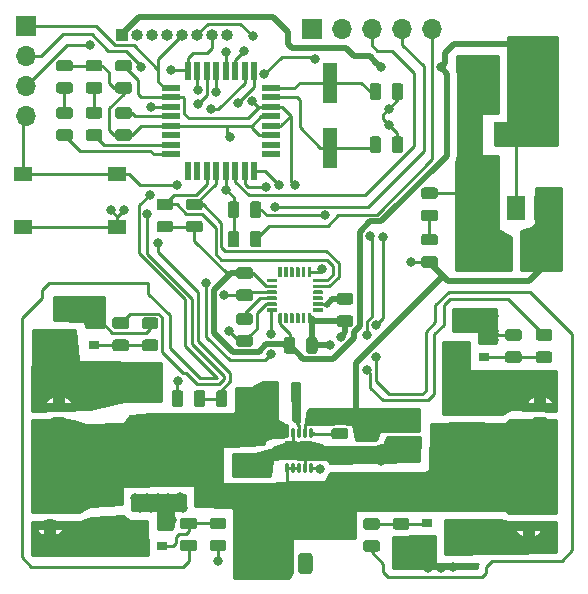
<source format=gbr>
G04 #@! TF.GenerationSoftware,KiCad,Pcbnew,(5.1.5-0-10_14)*
G04 #@! TF.CreationDate,2020-06-08T21:05:12+09:00*
G04 #@! TF.ProjectId,controller_system,636f6e74-726f-46c6-9c65-725f73797374,rev?*
G04 #@! TF.SameCoordinates,Original*
G04 #@! TF.FileFunction,Copper,L1,Top*
G04 #@! TF.FilePolarity,Positive*
%FSLAX46Y46*%
G04 Gerber Fmt 4.6, Leading zero omitted, Abs format (unit mm)*
G04 Created by KiCad (PCBNEW (5.1.5-0-10_14)) date 2020-06-08 21:05:12*
%MOMM*%
%LPD*%
G04 APERTURE LIST*
%ADD10R,1.000000X1.000000*%
%ADD11O,1.000000X1.000000*%
%ADD12R,2.100000X1.400000*%
%ADD13R,1.600000X0.550000*%
%ADD14R,0.550000X1.600000*%
%ADD15C,0.100000*%
%ADD16O,1.300000X0.800000*%
%ADD17O,1.200000X1.750000*%
%ADD18R,1.700000X1.700000*%
%ADD19O,1.700000X1.700000*%
%ADD20R,0.800000X2.900000*%
%ADD21R,0.900000X0.800000*%
%ADD22O,0.280000X0.850000*%
%ADD23R,0.280000X0.280000*%
%ADD24R,1.050000X0.680000*%
%ADD25R,0.700000X0.280000*%
%ADD26R,0.500000X0.260000*%
%ADD27R,2.400000X1.650000*%
%ADD28C,0.600000*%
%ADD29R,1.500000X2.000000*%
%ADD30R,3.800000X2.000000*%
%ADD31R,1.200000X3.500000*%
%ADD32R,1.550000X1.300000*%
%ADD33C,0.800000*%
%ADD34C,0.250000*%
%ADD35C,0.500000*%
%ADD36C,0.254000*%
G04 APERTURE END LIST*
D10*
X149900000Y-83500000D03*
D11*
X151170000Y-83500000D03*
X152440000Y-83500000D03*
X153710000Y-83500000D03*
X154980000Y-83500000D03*
X156250000Y-83500000D03*
X157520000Y-83500000D03*
X158790000Y-83500000D03*
D12*
X148500000Y-113300000D03*
X148500000Y-117700000D03*
X180500000Y-113900000D03*
X180500000Y-118300000D03*
X148500000Y-126600000D03*
X148500000Y-122200000D03*
X180500000Y-126450000D03*
X180500000Y-122050000D03*
D13*
X162500000Y-93550000D03*
X162500000Y-92750000D03*
X162500000Y-91950000D03*
X162500000Y-91150000D03*
X162500000Y-90350000D03*
X162500000Y-89550000D03*
X162500000Y-88750000D03*
X162500000Y-87950000D03*
D14*
X161050000Y-86500000D03*
X160250000Y-86500000D03*
X159450000Y-86500000D03*
X158650000Y-86500000D03*
X157850000Y-86500000D03*
X157050000Y-86500000D03*
X156250000Y-86500000D03*
X155450000Y-86500000D03*
D13*
X154000000Y-87950000D03*
X154000000Y-88750000D03*
X154000000Y-89550000D03*
X154000000Y-90350000D03*
X154000000Y-91150000D03*
X154000000Y-91950000D03*
X154000000Y-92750000D03*
X154000000Y-93550000D03*
D14*
X155450000Y-95000000D03*
X156250000Y-95000000D03*
X157050000Y-95000000D03*
X157850000Y-95000000D03*
X158650000Y-95000000D03*
X159450000Y-95000000D03*
X160250000Y-95000000D03*
X161050000Y-95000000D03*
G04 #@! TA.AperFunction,SMDPad,CuDef*
D15*
G36*
X160730142Y-105013674D02*
G01*
X160753803Y-105017184D01*
X160777007Y-105022996D01*
X160799529Y-105031054D01*
X160821153Y-105041282D01*
X160841670Y-105053579D01*
X160860883Y-105067829D01*
X160878607Y-105083893D01*
X160894671Y-105101617D01*
X160908921Y-105120830D01*
X160921218Y-105141347D01*
X160931446Y-105162971D01*
X160939504Y-105185493D01*
X160945316Y-105208697D01*
X160948826Y-105232358D01*
X160950000Y-105256250D01*
X160950000Y-105743750D01*
X160948826Y-105767642D01*
X160945316Y-105791303D01*
X160939504Y-105814507D01*
X160931446Y-105837029D01*
X160921218Y-105858653D01*
X160908921Y-105879170D01*
X160894671Y-105898383D01*
X160878607Y-105916107D01*
X160860883Y-105932171D01*
X160841670Y-105946421D01*
X160821153Y-105958718D01*
X160799529Y-105968946D01*
X160777007Y-105977004D01*
X160753803Y-105982816D01*
X160730142Y-105986326D01*
X160706250Y-105987500D01*
X159793750Y-105987500D01*
X159769858Y-105986326D01*
X159746197Y-105982816D01*
X159722993Y-105977004D01*
X159700471Y-105968946D01*
X159678847Y-105958718D01*
X159658330Y-105946421D01*
X159639117Y-105932171D01*
X159621393Y-105916107D01*
X159605329Y-105898383D01*
X159591079Y-105879170D01*
X159578782Y-105858653D01*
X159568554Y-105837029D01*
X159560496Y-105814507D01*
X159554684Y-105791303D01*
X159551174Y-105767642D01*
X159550000Y-105743750D01*
X159550000Y-105256250D01*
X159551174Y-105232358D01*
X159554684Y-105208697D01*
X159560496Y-105185493D01*
X159568554Y-105162971D01*
X159578782Y-105141347D01*
X159591079Y-105120830D01*
X159605329Y-105101617D01*
X159621393Y-105083893D01*
X159639117Y-105067829D01*
X159658330Y-105053579D01*
X159678847Y-105041282D01*
X159700471Y-105031054D01*
X159722993Y-105022996D01*
X159746197Y-105017184D01*
X159769858Y-105013674D01*
X159793750Y-105012500D01*
X160706250Y-105012500D01*
X160730142Y-105013674D01*
G37*
G04 #@! TD.AperFunction*
G04 #@! TA.AperFunction,SMDPad,CuDef*
G36*
X160730142Y-103138674D02*
G01*
X160753803Y-103142184D01*
X160777007Y-103147996D01*
X160799529Y-103156054D01*
X160821153Y-103166282D01*
X160841670Y-103178579D01*
X160860883Y-103192829D01*
X160878607Y-103208893D01*
X160894671Y-103226617D01*
X160908921Y-103245830D01*
X160921218Y-103266347D01*
X160931446Y-103287971D01*
X160939504Y-103310493D01*
X160945316Y-103333697D01*
X160948826Y-103357358D01*
X160950000Y-103381250D01*
X160950000Y-103868750D01*
X160948826Y-103892642D01*
X160945316Y-103916303D01*
X160939504Y-103939507D01*
X160931446Y-103962029D01*
X160921218Y-103983653D01*
X160908921Y-104004170D01*
X160894671Y-104023383D01*
X160878607Y-104041107D01*
X160860883Y-104057171D01*
X160841670Y-104071421D01*
X160821153Y-104083718D01*
X160799529Y-104093946D01*
X160777007Y-104102004D01*
X160753803Y-104107816D01*
X160730142Y-104111326D01*
X160706250Y-104112500D01*
X159793750Y-104112500D01*
X159769858Y-104111326D01*
X159746197Y-104107816D01*
X159722993Y-104102004D01*
X159700471Y-104093946D01*
X159678847Y-104083718D01*
X159658330Y-104071421D01*
X159639117Y-104057171D01*
X159621393Y-104041107D01*
X159605329Y-104023383D01*
X159591079Y-104004170D01*
X159578782Y-103983653D01*
X159568554Y-103962029D01*
X159560496Y-103939507D01*
X159554684Y-103916303D01*
X159551174Y-103892642D01*
X159550000Y-103868750D01*
X159550000Y-103381250D01*
X159551174Y-103357358D01*
X159554684Y-103333697D01*
X159560496Y-103310493D01*
X159568554Y-103287971D01*
X159578782Y-103266347D01*
X159591079Y-103245830D01*
X159605329Y-103226617D01*
X159621393Y-103208893D01*
X159639117Y-103192829D01*
X159658330Y-103178579D01*
X159678847Y-103166282D01*
X159700471Y-103156054D01*
X159722993Y-103147996D01*
X159746197Y-103142184D01*
X159769858Y-103138674D01*
X159793750Y-103137500D01*
X160706250Y-103137500D01*
X160730142Y-103138674D01*
G37*
G04 #@! TD.AperFunction*
G04 #@! TA.AperFunction,SMDPad,CuDef*
G36*
X166205142Y-109051174D02*
G01*
X166228803Y-109054684D01*
X166252007Y-109060496D01*
X166274529Y-109068554D01*
X166296153Y-109078782D01*
X166316670Y-109091079D01*
X166335883Y-109105329D01*
X166353607Y-109121393D01*
X166369671Y-109139117D01*
X166383921Y-109158330D01*
X166396218Y-109178847D01*
X166406446Y-109200471D01*
X166414504Y-109222993D01*
X166420316Y-109246197D01*
X166423826Y-109269858D01*
X166425000Y-109293750D01*
X166425000Y-110206250D01*
X166423826Y-110230142D01*
X166420316Y-110253803D01*
X166414504Y-110277007D01*
X166406446Y-110299529D01*
X166396218Y-110321153D01*
X166383921Y-110341670D01*
X166369671Y-110360883D01*
X166353607Y-110378607D01*
X166335883Y-110394671D01*
X166316670Y-110408921D01*
X166296153Y-110421218D01*
X166274529Y-110431446D01*
X166252007Y-110439504D01*
X166228803Y-110445316D01*
X166205142Y-110448826D01*
X166181250Y-110450000D01*
X165693750Y-110450000D01*
X165669858Y-110448826D01*
X165646197Y-110445316D01*
X165622993Y-110439504D01*
X165600471Y-110431446D01*
X165578847Y-110421218D01*
X165558330Y-110408921D01*
X165539117Y-110394671D01*
X165521393Y-110378607D01*
X165505329Y-110360883D01*
X165491079Y-110341670D01*
X165478782Y-110321153D01*
X165468554Y-110299529D01*
X165460496Y-110277007D01*
X165454684Y-110253803D01*
X165451174Y-110230142D01*
X165450000Y-110206250D01*
X165450000Y-109293750D01*
X165451174Y-109269858D01*
X165454684Y-109246197D01*
X165460496Y-109222993D01*
X165468554Y-109200471D01*
X165478782Y-109178847D01*
X165491079Y-109158330D01*
X165505329Y-109139117D01*
X165521393Y-109121393D01*
X165539117Y-109105329D01*
X165558330Y-109091079D01*
X165578847Y-109078782D01*
X165600471Y-109068554D01*
X165622993Y-109060496D01*
X165646197Y-109054684D01*
X165669858Y-109051174D01*
X165693750Y-109050000D01*
X166181250Y-109050000D01*
X166205142Y-109051174D01*
G37*
G04 #@! TD.AperFunction*
G04 #@! TA.AperFunction,SMDPad,CuDef*
G36*
X164330142Y-109051174D02*
G01*
X164353803Y-109054684D01*
X164377007Y-109060496D01*
X164399529Y-109068554D01*
X164421153Y-109078782D01*
X164441670Y-109091079D01*
X164460883Y-109105329D01*
X164478607Y-109121393D01*
X164494671Y-109139117D01*
X164508921Y-109158330D01*
X164521218Y-109178847D01*
X164531446Y-109200471D01*
X164539504Y-109222993D01*
X164545316Y-109246197D01*
X164548826Y-109269858D01*
X164550000Y-109293750D01*
X164550000Y-110206250D01*
X164548826Y-110230142D01*
X164545316Y-110253803D01*
X164539504Y-110277007D01*
X164531446Y-110299529D01*
X164521218Y-110321153D01*
X164508921Y-110341670D01*
X164494671Y-110360883D01*
X164478607Y-110378607D01*
X164460883Y-110394671D01*
X164441670Y-110408921D01*
X164421153Y-110421218D01*
X164399529Y-110431446D01*
X164377007Y-110439504D01*
X164353803Y-110445316D01*
X164330142Y-110448826D01*
X164306250Y-110450000D01*
X163818750Y-110450000D01*
X163794858Y-110448826D01*
X163771197Y-110445316D01*
X163747993Y-110439504D01*
X163725471Y-110431446D01*
X163703847Y-110421218D01*
X163683330Y-110408921D01*
X163664117Y-110394671D01*
X163646393Y-110378607D01*
X163630329Y-110360883D01*
X163616079Y-110341670D01*
X163603782Y-110321153D01*
X163593554Y-110299529D01*
X163585496Y-110277007D01*
X163579684Y-110253803D01*
X163576174Y-110230142D01*
X163575000Y-110206250D01*
X163575000Y-109293750D01*
X163576174Y-109269858D01*
X163579684Y-109246197D01*
X163585496Y-109222993D01*
X163593554Y-109200471D01*
X163603782Y-109178847D01*
X163616079Y-109158330D01*
X163630329Y-109139117D01*
X163646393Y-109121393D01*
X163664117Y-109105329D01*
X163683330Y-109091079D01*
X163703847Y-109078782D01*
X163725471Y-109068554D01*
X163747993Y-109060496D01*
X163771197Y-109054684D01*
X163794858Y-109051174D01*
X163818750Y-109050000D01*
X164306250Y-109050000D01*
X164330142Y-109051174D01*
G37*
G04 #@! TD.AperFunction*
G04 #@! TA.AperFunction,SMDPad,CuDef*
G36*
X169230142Y-105326174D02*
G01*
X169253803Y-105329684D01*
X169277007Y-105335496D01*
X169299529Y-105343554D01*
X169321153Y-105353782D01*
X169341670Y-105366079D01*
X169360883Y-105380329D01*
X169378607Y-105396393D01*
X169394671Y-105414117D01*
X169408921Y-105433330D01*
X169421218Y-105453847D01*
X169431446Y-105475471D01*
X169439504Y-105497993D01*
X169445316Y-105521197D01*
X169448826Y-105544858D01*
X169450000Y-105568750D01*
X169450000Y-106056250D01*
X169448826Y-106080142D01*
X169445316Y-106103803D01*
X169439504Y-106127007D01*
X169431446Y-106149529D01*
X169421218Y-106171153D01*
X169408921Y-106191670D01*
X169394671Y-106210883D01*
X169378607Y-106228607D01*
X169360883Y-106244671D01*
X169341670Y-106258921D01*
X169321153Y-106271218D01*
X169299529Y-106281446D01*
X169277007Y-106289504D01*
X169253803Y-106295316D01*
X169230142Y-106298826D01*
X169206250Y-106300000D01*
X168293750Y-106300000D01*
X168269858Y-106298826D01*
X168246197Y-106295316D01*
X168222993Y-106289504D01*
X168200471Y-106281446D01*
X168178847Y-106271218D01*
X168158330Y-106258921D01*
X168139117Y-106244671D01*
X168121393Y-106228607D01*
X168105329Y-106210883D01*
X168091079Y-106191670D01*
X168078782Y-106171153D01*
X168068554Y-106149529D01*
X168060496Y-106127007D01*
X168054684Y-106103803D01*
X168051174Y-106080142D01*
X168050000Y-106056250D01*
X168050000Y-105568750D01*
X168051174Y-105544858D01*
X168054684Y-105521197D01*
X168060496Y-105497993D01*
X168068554Y-105475471D01*
X168078782Y-105453847D01*
X168091079Y-105433330D01*
X168105329Y-105414117D01*
X168121393Y-105396393D01*
X168139117Y-105380329D01*
X168158330Y-105366079D01*
X168178847Y-105353782D01*
X168200471Y-105343554D01*
X168222993Y-105335496D01*
X168246197Y-105329684D01*
X168269858Y-105326174D01*
X168293750Y-105325000D01*
X169206250Y-105325000D01*
X169230142Y-105326174D01*
G37*
G04 #@! TD.AperFunction*
G04 #@! TA.AperFunction,SMDPad,CuDef*
G36*
X169230142Y-107201174D02*
G01*
X169253803Y-107204684D01*
X169277007Y-107210496D01*
X169299529Y-107218554D01*
X169321153Y-107228782D01*
X169341670Y-107241079D01*
X169360883Y-107255329D01*
X169378607Y-107271393D01*
X169394671Y-107289117D01*
X169408921Y-107308330D01*
X169421218Y-107328847D01*
X169431446Y-107350471D01*
X169439504Y-107372993D01*
X169445316Y-107396197D01*
X169448826Y-107419858D01*
X169450000Y-107443750D01*
X169450000Y-107931250D01*
X169448826Y-107955142D01*
X169445316Y-107978803D01*
X169439504Y-108002007D01*
X169431446Y-108024529D01*
X169421218Y-108046153D01*
X169408921Y-108066670D01*
X169394671Y-108085883D01*
X169378607Y-108103607D01*
X169360883Y-108119671D01*
X169341670Y-108133921D01*
X169321153Y-108146218D01*
X169299529Y-108156446D01*
X169277007Y-108164504D01*
X169253803Y-108170316D01*
X169230142Y-108173826D01*
X169206250Y-108175000D01*
X168293750Y-108175000D01*
X168269858Y-108173826D01*
X168246197Y-108170316D01*
X168222993Y-108164504D01*
X168200471Y-108156446D01*
X168178847Y-108146218D01*
X168158330Y-108133921D01*
X168139117Y-108119671D01*
X168121393Y-108103607D01*
X168105329Y-108085883D01*
X168091079Y-108066670D01*
X168078782Y-108046153D01*
X168068554Y-108024529D01*
X168060496Y-108002007D01*
X168054684Y-107978803D01*
X168051174Y-107955142D01*
X168050000Y-107931250D01*
X168050000Y-107443750D01*
X168051174Y-107419858D01*
X168054684Y-107396197D01*
X168060496Y-107372993D01*
X168068554Y-107350471D01*
X168078782Y-107328847D01*
X168091079Y-107308330D01*
X168105329Y-107289117D01*
X168121393Y-107271393D01*
X168139117Y-107255329D01*
X168158330Y-107241079D01*
X168178847Y-107228782D01*
X168200471Y-107218554D01*
X168222993Y-107210496D01*
X168246197Y-107204684D01*
X168269858Y-107201174D01*
X168293750Y-107200000D01*
X169206250Y-107200000D01*
X169230142Y-107201174D01*
G37*
G04 #@! TD.AperFunction*
G04 #@! TA.AperFunction,SMDPad,CuDef*
G36*
X160730142Y-108888674D02*
G01*
X160753803Y-108892184D01*
X160777007Y-108897996D01*
X160799529Y-108906054D01*
X160821153Y-108916282D01*
X160841670Y-108928579D01*
X160860883Y-108942829D01*
X160878607Y-108958893D01*
X160894671Y-108976617D01*
X160908921Y-108995830D01*
X160921218Y-109016347D01*
X160931446Y-109037971D01*
X160939504Y-109060493D01*
X160945316Y-109083697D01*
X160948826Y-109107358D01*
X160950000Y-109131250D01*
X160950000Y-109618750D01*
X160948826Y-109642642D01*
X160945316Y-109666303D01*
X160939504Y-109689507D01*
X160931446Y-109712029D01*
X160921218Y-109733653D01*
X160908921Y-109754170D01*
X160894671Y-109773383D01*
X160878607Y-109791107D01*
X160860883Y-109807171D01*
X160841670Y-109821421D01*
X160821153Y-109833718D01*
X160799529Y-109843946D01*
X160777007Y-109852004D01*
X160753803Y-109857816D01*
X160730142Y-109861326D01*
X160706250Y-109862500D01*
X159793750Y-109862500D01*
X159769858Y-109861326D01*
X159746197Y-109857816D01*
X159722993Y-109852004D01*
X159700471Y-109843946D01*
X159678847Y-109833718D01*
X159658330Y-109821421D01*
X159639117Y-109807171D01*
X159621393Y-109791107D01*
X159605329Y-109773383D01*
X159591079Y-109754170D01*
X159578782Y-109733653D01*
X159568554Y-109712029D01*
X159560496Y-109689507D01*
X159554684Y-109666303D01*
X159551174Y-109642642D01*
X159550000Y-109618750D01*
X159550000Y-109131250D01*
X159551174Y-109107358D01*
X159554684Y-109083697D01*
X159560496Y-109060493D01*
X159568554Y-109037971D01*
X159578782Y-109016347D01*
X159591079Y-108995830D01*
X159605329Y-108976617D01*
X159621393Y-108958893D01*
X159639117Y-108942829D01*
X159658330Y-108928579D01*
X159678847Y-108916282D01*
X159700471Y-108906054D01*
X159722993Y-108897996D01*
X159746197Y-108892184D01*
X159769858Y-108888674D01*
X159793750Y-108887500D01*
X160706250Y-108887500D01*
X160730142Y-108888674D01*
G37*
G04 #@! TD.AperFunction*
G04 #@! TA.AperFunction,SMDPad,CuDef*
G36*
X160730142Y-107013674D02*
G01*
X160753803Y-107017184D01*
X160777007Y-107022996D01*
X160799529Y-107031054D01*
X160821153Y-107041282D01*
X160841670Y-107053579D01*
X160860883Y-107067829D01*
X160878607Y-107083893D01*
X160894671Y-107101617D01*
X160908921Y-107120830D01*
X160921218Y-107141347D01*
X160931446Y-107162971D01*
X160939504Y-107185493D01*
X160945316Y-107208697D01*
X160948826Y-107232358D01*
X160950000Y-107256250D01*
X160950000Y-107743750D01*
X160948826Y-107767642D01*
X160945316Y-107791303D01*
X160939504Y-107814507D01*
X160931446Y-107837029D01*
X160921218Y-107858653D01*
X160908921Y-107879170D01*
X160894671Y-107898383D01*
X160878607Y-107916107D01*
X160860883Y-107932171D01*
X160841670Y-107946421D01*
X160821153Y-107958718D01*
X160799529Y-107968946D01*
X160777007Y-107977004D01*
X160753803Y-107982816D01*
X160730142Y-107986326D01*
X160706250Y-107987500D01*
X159793750Y-107987500D01*
X159769858Y-107986326D01*
X159746197Y-107982816D01*
X159722993Y-107977004D01*
X159700471Y-107968946D01*
X159678847Y-107958718D01*
X159658330Y-107946421D01*
X159639117Y-107932171D01*
X159621393Y-107916107D01*
X159605329Y-107898383D01*
X159591079Y-107879170D01*
X159578782Y-107858653D01*
X159568554Y-107837029D01*
X159560496Y-107814507D01*
X159554684Y-107791303D01*
X159551174Y-107767642D01*
X159550000Y-107743750D01*
X159550000Y-107256250D01*
X159551174Y-107232358D01*
X159554684Y-107208697D01*
X159560496Y-107185493D01*
X159568554Y-107162971D01*
X159578782Y-107141347D01*
X159591079Y-107120830D01*
X159605329Y-107101617D01*
X159621393Y-107083893D01*
X159639117Y-107067829D01*
X159658330Y-107053579D01*
X159678847Y-107041282D01*
X159700471Y-107031054D01*
X159722993Y-107022996D01*
X159746197Y-107017184D01*
X159769858Y-107013674D01*
X159793750Y-107012500D01*
X160706250Y-107012500D01*
X160730142Y-107013674D01*
G37*
G04 #@! TD.AperFunction*
G04 #@! TA.AperFunction,SMDPad,CuDef*
G36*
X150480142Y-89576174D02*
G01*
X150503803Y-89579684D01*
X150527007Y-89585496D01*
X150549529Y-89593554D01*
X150571153Y-89603782D01*
X150591670Y-89616079D01*
X150610883Y-89630329D01*
X150628607Y-89646393D01*
X150644671Y-89664117D01*
X150658921Y-89683330D01*
X150671218Y-89703847D01*
X150681446Y-89725471D01*
X150689504Y-89747993D01*
X150695316Y-89771197D01*
X150698826Y-89794858D01*
X150700000Y-89818750D01*
X150700000Y-90306250D01*
X150698826Y-90330142D01*
X150695316Y-90353803D01*
X150689504Y-90377007D01*
X150681446Y-90399529D01*
X150671218Y-90421153D01*
X150658921Y-90441670D01*
X150644671Y-90460883D01*
X150628607Y-90478607D01*
X150610883Y-90494671D01*
X150591670Y-90508921D01*
X150571153Y-90521218D01*
X150549529Y-90531446D01*
X150527007Y-90539504D01*
X150503803Y-90545316D01*
X150480142Y-90548826D01*
X150456250Y-90550000D01*
X149543750Y-90550000D01*
X149519858Y-90548826D01*
X149496197Y-90545316D01*
X149472993Y-90539504D01*
X149450471Y-90531446D01*
X149428847Y-90521218D01*
X149408330Y-90508921D01*
X149389117Y-90494671D01*
X149371393Y-90478607D01*
X149355329Y-90460883D01*
X149341079Y-90441670D01*
X149328782Y-90421153D01*
X149318554Y-90399529D01*
X149310496Y-90377007D01*
X149304684Y-90353803D01*
X149301174Y-90330142D01*
X149300000Y-90306250D01*
X149300000Y-89818750D01*
X149301174Y-89794858D01*
X149304684Y-89771197D01*
X149310496Y-89747993D01*
X149318554Y-89725471D01*
X149328782Y-89703847D01*
X149341079Y-89683330D01*
X149355329Y-89664117D01*
X149371393Y-89646393D01*
X149389117Y-89630329D01*
X149408330Y-89616079D01*
X149428847Y-89603782D01*
X149450471Y-89593554D01*
X149472993Y-89585496D01*
X149496197Y-89579684D01*
X149519858Y-89576174D01*
X149543750Y-89575000D01*
X150456250Y-89575000D01*
X150480142Y-89576174D01*
G37*
G04 #@! TD.AperFunction*
G04 #@! TA.AperFunction,SMDPad,CuDef*
G36*
X150480142Y-91451174D02*
G01*
X150503803Y-91454684D01*
X150527007Y-91460496D01*
X150549529Y-91468554D01*
X150571153Y-91478782D01*
X150591670Y-91491079D01*
X150610883Y-91505329D01*
X150628607Y-91521393D01*
X150644671Y-91539117D01*
X150658921Y-91558330D01*
X150671218Y-91578847D01*
X150681446Y-91600471D01*
X150689504Y-91622993D01*
X150695316Y-91646197D01*
X150698826Y-91669858D01*
X150700000Y-91693750D01*
X150700000Y-92181250D01*
X150698826Y-92205142D01*
X150695316Y-92228803D01*
X150689504Y-92252007D01*
X150681446Y-92274529D01*
X150671218Y-92296153D01*
X150658921Y-92316670D01*
X150644671Y-92335883D01*
X150628607Y-92353607D01*
X150610883Y-92369671D01*
X150591670Y-92383921D01*
X150571153Y-92396218D01*
X150549529Y-92406446D01*
X150527007Y-92414504D01*
X150503803Y-92420316D01*
X150480142Y-92423826D01*
X150456250Y-92425000D01*
X149543750Y-92425000D01*
X149519858Y-92423826D01*
X149496197Y-92420316D01*
X149472993Y-92414504D01*
X149450471Y-92406446D01*
X149428847Y-92396218D01*
X149408330Y-92383921D01*
X149389117Y-92369671D01*
X149371393Y-92353607D01*
X149355329Y-92335883D01*
X149341079Y-92316670D01*
X149328782Y-92296153D01*
X149318554Y-92274529D01*
X149310496Y-92252007D01*
X149304684Y-92228803D01*
X149301174Y-92205142D01*
X149300000Y-92181250D01*
X149300000Y-91693750D01*
X149301174Y-91669858D01*
X149304684Y-91646197D01*
X149310496Y-91622993D01*
X149318554Y-91600471D01*
X149328782Y-91578847D01*
X149341079Y-91558330D01*
X149355329Y-91539117D01*
X149371393Y-91521393D01*
X149389117Y-91505329D01*
X149408330Y-91491079D01*
X149428847Y-91478782D01*
X149450471Y-91468554D01*
X149472993Y-91460496D01*
X149496197Y-91454684D01*
X149519858Y-91451174D01*
X149543750Y-91450000D01*
X150456250Y-91450000D01*
X150480142Y-91451174D01*
G37*
G04 #@! TD.AperFunction*
G04 #@! TA.AperFunction,SMDPad,CuDef*
G36*
X150480142Y-85576174D02*
G01*
X150503803Y-85579684D01*
X150527007Y-85585496D01*
X150549529Y-85593554D01*
X150571153Y-85603782D01*
X150591670Y-85616079D01*
X150610883Y-85630329D01*
X150628607Y-85646393D01*
X150644671Y-85664117D01*
X150658921Y-85683330D01*
X150671218Y-85703847D01*
X150681446Y-85725471D01*
X150689504Y-85747993D01*
X150695316Y-85771197D01*
X150698826Y-85794858D01*
X150700000Y-85818750D01*
X150700000Y-86306250D01*
X150698826Y-86330142D01*
X150695316Y-86353803D01*
X150689504Y-86377007D01*
X150681446Y-86399529D01*
X150671218Y-86421153D01*
X150658921Y-86441670D01*
X150644671Y-86460883D01*
X150628607Y-86478607D01*
X150610883Y-86494671D01*
X150591670Y-86508921D01*
X150571153Y-86521218D01*
X150549529Y-86531446D01*
X150527007Y-86539504D01*
X150503803Y-86545316D01*
X150480142Y-86548826D01*
X150456250Y-86550000D01*
X149543750Y-86550000D01*
X149519858Y-86548826D01*
X149496197Y-86545316D01*
X149472993Y-86539504D01*
X149450471Y-86531446D01*
X149428847Y-86521218D01*
X149408330Y-86508921D01*
X149389117Y-86494671D01*
X149371393Y-86478607D01*
X149355329Y-86460883D01*
X149341079Y-86441670D01*
X149328782Y-86421153D01*
X149318554Y-86399529D01*
X149310496Y-86377007D01*
X149304684Y-86353803D01*
X149301174Y-86330142D01*
X149300000Y-86306250D01*
X149300000Y-85818750D01*
X149301174Y-85794858D01*
X149304684Y-85771197D01*
X149310496Y-85747993D01*
X149318554Y-85725471D01*
X149328782Y-85703847D01*
X149341079Y-85683330D01*
X149355329Y-85664117D01*
X149371393Y-85646393D01*
X149389117Y-85630329D01*
X149408330Y-85616079D01*
X149428847Y-85603782D01*
X149450471Y-85593554D01*
X149472993Y-85585496D01*
X149496197Y-85579684D01*
X149519858Y-85576174D01*
X149543750Y-85575000D01*
X150456250Y-85575000D01*
X150480142Y-85576174D01*
G37*
G04 #@! TD.AperFunction*
G04 #@! TA.AperFunction,SMDPad,CuDef*
G36*
X150480142Y-87451174D02*
G01*
X150503803Y-87454684D01*
X150527007Y-87460496D01*
X150549529Y-87468554D01*
X150571153Y-87478782D01*
X150591670Y-87491079D01*
X150610883Y-87505329D01*
X150628607Y-87521393D01*
X150644671Y-87539117D01*
X150658921Y-87558330D01*
X150671218Y-87578847D01*
X150681446Y-87600471D01*
X150689504Y-87622993D01*
X150695316Y-87646197D01*
X150698826Y-87669858D01*
X150700000Y-87693750D01*
X150700000Y-88181250D01*
X150698826Y-88205142D01*
X150695316Y-88228803D01*
X150689504Y-88252007D01*
X150681446Y-88274529D01*
X150671218Y-88296153D01*
X150658921Y-88316670D01*
X150644671Y-88335883D01*
X150628607Y-88353607D01*
X150610883Y-88369671D01*
X150591670Y-88383921D01*
X150571153Y-88396218D01*
X150549529Y-88406446D01*
X150527007Y-88414504D01*
X150503803Y-88420316D01*
X150480142Y-88423826D01*
X150456250Y-88425000D01*
X149543750Y-88425000D01*
X149519858Y-88423826D01*
X149496197Y-88420316D01*
X149472993Y-88414504D01*
X149450471Y-88406446D01*
X149428847Y-88396218D01*
X149408330Y-88383921D01*
X149389117Y-88369671D01*
X149371393Y-88353607D01*
X149355329Y-88335883D01*
X149341079Y-88316670D01*
X149328782Y-88296153D01*
X149318554Y-88274529D01*
X149310496Y-88252007D01*
X149304684Y-88228803D01*
X149301174Y-88205142D01*
X149300000Y-88181250D01*
X149300000Y-87693750D01*
X149301174Y-87669858D01*
X149304684Y-87646197D01*
X149310496Y-87622993D01*
X149318554Y-87600471D01*
X149328782Y-87578847D01*
X149341079Y-87558330D01*
X149355329Y-87539117D01*
X149371393Y-87521393D01*
X149389117Y-87505329D01*
X149408330Y-87491079D01*
X149428847Y-87478782D01*
X149450471Y-87468554D01*
X149472993Y-87460496D01*
X149496197Y-87454684D01*
X149519858Y-87451174D01*
X149543750Y-87450000D01*
X150456250Y-87450000D01*
X150480142Y-87451174D01*
G37*
G04 #@! TD.AperFunction*
G04 #@! TA.AperFunction,SMDPad,CuDef*
G36*
X173455142Y-92051174D02*
G01*
X173478803Y-92054684D01*
X173502007Y-92060496D01*
X173524529Y-92068554D01*
X173546153Y-92078782D01*
X173566670Y-92091079D01*
X173585883Y-92105329D01*
X173603607Y-92121393D01*
X173619671Y-92139117D01*
X173633921Y-92158330D01*
X173646218Y-92178847D01*
X173656446Y-92200471D01*
X173664504Y-92222993D01*
X173670316Y-92246197D01*
X173673826Y-92269858D01*
X173675000Y-92293750D01*
X173675000Y-93206250D01*
X173673826Y-93230142D01*
X173670316Y-93253803D01*
X173664504Y-93277007D01*
X173656446Y-93299529D01*
X173646218Y-93321153D01*
X173633921Y-93341670D01*
X173619671Y-93360883D01*
X173603607Y-93378607D01*
X173585883Y-93394671D01*
X173566670Y-93408921D01*
X173546153Y-93421218D01*
X173524529Y-93431446D01*
X173502007Y-93439504D01*
X173478803Y-93445316D01*
X173455142Y-93448826D01*
X173431250Y-93450000D01*
X172943750Y-93450000D01*
X172919858Y-93448826D01*
X172896197Y-93445316D01*
X172872993Y-93439504D01*
X172850471Y-93431446D01*
X172828847Y-93421218D01*
X172808330Y-93408921D01*
X172789117Y-93394671D01*
X172771393Y-93378607D01*
X172755329Y-93360883D01*
X172741079Y-93341670D01*
X172728782Y-93321153D01*
X172718554Y-93299529D01*
X172710496Y-93277007D01*
X172704684Y-93253803D01*
X172701174Y-93230142D01*
X172700000Y-93206250D01*
X172700000Y-92293750D01*
X172701174Y-92269858D01*
X172704684Y-92246197D01*
X172710496Y-92222993D01*
X172718554Y-92200471D01*
X172728782Y-92178847D01*
X172741079Y-92158330D01*
X172755329Y-92139117D01*
X172771393Y-92121393D01*
X172789117Y-92105329D01*
X172808330Y-92091079D01*
X172828847Y-92078782D01*
X172850471Y-92068554D01*
X172872993Y-92060496D01*
X172896197Y-92054684D01*
X172919858Y-92051174D01*
X172943750Y-92050000D01*
X173431250Y-92050000D01*
X173455142Y-92051174D01*
G37*
G04 #@! TD.AperFunction*
G04 #@! TA.AperFunction,SMDPad,CuDef*
G36*
X171580142Y-92051174D02*
G01*
X171603803Y-92054684D01*
X171627007Y-92060496D01*
X171649529Y-92068554D01*
X171671153Y-92078782D01*
X171691670Y-92091079D01*
X171710883Y-92105329D01*
X171728607Y-92121393D01*
X171744671Y-92139117D01*
X171758921Y-92158330D01*
X171771218Y-92178847D01*
X171781446Y-92200471D01*
X171789504Y-92222993D01*
X171795316Y-92246197D01*
X171798826Y-92269858D01*
X171800000Y-92293750D01*
X171800000Y-93206250D01*
X171798826Y-93230142D01*
X171795316Y-93253803D01*
X171789504Y-93277007D01*
X171781446Y-93299529D01*
X171771218Y-93321153D01*
X171758921Y-93341670D01*
X171744671Y-93360883D01*
X171728607Y-93378607D01*
X171710883Y-93394671D01*
X171691670Y-93408921D01*
X171671153Y-93421218D01*
X171649529Y-93431446D01*
X171627007Y-93439504D01*
X171603803Y-93445316D01*
X171580142Y-93448826D01*
X171556250Y-93450000D01*
X171068750Y-93450000D01*
X171044858Y-93448826D01*
X171021197Y-93445316D01*
X170997993Y-93439504D01*
X170975471Y-93431446D01*
X170953847Y-93421218D01*
X170933330Y-93408921D01*
X170914117Y-93394671D01*
X170896393Y-93378607D01*
X170880329Y-93360883D01*
X170866079Y-93341670D01*
X170853782Y-93321153D01*
X170843554Y-93299529D01*
X170835496Y-93277007D01*
X170829684Y-93253803D01*
X170826174Y-93230142D01*
X170825000Y-93206250D01*
X170825000Y-92293750D01*
X170826174Y-92269858D01*
X170829684Y-92246197D01*
X170835496Y-92222993D01*
X170843554Y-92200471D01*
X170853782Y-92178847D01*
X170866079Y-92158330D01*
X170880329Y-92139117D01*
X170896393Y-92121393D01*
X170914117Y-92105329D01*
X170933330Y-92091079D01*
X170953847Y-92078782D01*
X170975471Y-92068554D01*
X170997993Y-92060496D01*
X171021197Y-92054684D01*
X171044858Y-92051174D01*
X171068750Y-92050000D01*
X171556250Y-92050000D01*
X171580142Y-92051174D01*
G37*
G04 #@! TD.AperFunction*
G04 #@! TA.AperFunction,SMDPad,CuDef*
G36*
X173455142Y-87551174D02*
G01*
X173478803Y-87554684D01*
X173502007Y-87560496D01*
X173524529Y-87568554D01*
X173546153Y-87578782D01*
X173566670Y-87591079D01*
X173585883Y-87605329D01*
X173603607Y-87621393D01*
X173619671Y-87639117D01*
X173633921Y-87658330D01*
X173646218Y-87678847D01*
X173656446Y-87700471D01*
X173664504Y-87722993D01*
X173670316Y-87746197D01*
X173673826Y-87769858D01*
X173675000Y-87793750D01*
X173675000Y-88706250D01*
X173673826Y-88730142D01*
X173670316Y-88753803D01*
X173664504Y-88777007D01*
X173656446Y-88799529D01*
X173646218Y-88821153D01*
X173633921Y-88841670D01*
X173619671Y-88860883D01*
X173603607Y-88878607D01*
X173585883Y-88894671D01*
X173566670Y-88908921D01*
X173546153Y-88921218D01*
X173524529Y-88931446D01*
X173502007Y-88939504D01*
X173478803Y-88945316D01*
X173455142Y-88948826D01*
X173431250Y-88950000D01*
X172943750Y-88950000D01*
X172919858Y-88948826D01*
X172896197Y-88945316D01*
X172872993Y-88939504D01*
X172850471Y-88931446D01*
X172828847Y-88921218D01*
X172808330Y-88908921D01*
X172789117Y-88894671D01*
X172771393Y-88878607D01*
X172755329Y-88860883D01*
X172741079Y-88841670D01*
X172728782Y-88821153D01*
X172718554Y-88799529D01*
X172710496Y-88777007D01*
X172704684Y-88753803D01*
X172701174Y-88730142D01*
X172700000Y-88706250D01*
X172700000Y-87793750D01*
X172701174Y-87769858D01*
X172704684Y-87746197D01*
X172710496Y-87722993D01*
X172718554Y-87700471D01*
X172728782Y-87678847D01*
X172741079Y-87658330D01*
X172755329Y-87639117D01*
X172771393Y-87621393D01*
X172789117Y-87605329D01*
X172808330Y-87591079D01*
X172828847Y-87578782D01*
X172850471Y-87568554D01*
X172872993Y-87560496D01*
X172896197Y-87554684D01*
X172919858Y-87551174D01*
X172943750Y-87550000D01*
X173431250Y-87550000D01*
X173455142Y-87551174D01*
G37*
G04 #@! TD.AperFunction*
G04 #@! TA.AperFunction,SMDPad,CuDef*
G36*
X171580142Y-87551174D02*
G01*
X171603803Y-87554684D01*
X171627007Y-87560496D01*
X171649529Y-87568554D01*
X171671153Y-87578782D01*
X171691670Y-87591079D01*
X171710883Y-87605329D01*
X171728607Y-87621393D01*
X171744671Y-87639117D01*
X171758921Y-87658330D01*
X171771218Y-87678847D01*
X171781446Y-87700471D01*
X171789504Y-87722993D01*
X171795316Y-87746197D01*
X171798826Y-87769858D01*
X171800000Y-87793750D01*
X171800000Y-88706250D01*
X171798826Y-88730142D01*
X171795316Y-88753803D01*
X171789504Y-88777007D01*
X171781446Y-88799529D01*
X171771218Y-88821153D01*
X171758921Y-88841670D01*
X171744671Y-88860883D01*
X171728607Y-88878607D01*
X171710883Y-88894671D01*
X171691670Y-88908921D01*
X171671153Y-88921218D01*
X171649529Y-88931446D01*
X171627007Y-88939504D01*
X171603803Y-88945316D01*
X171580142Y-88948826D01*
X171556250Y-88950000D01*
X171068750Y-88950000D01*
X171044858Y-88948826D01*
X171021197Y-88945316D01*
X170997993Y-88939504D01*
X170975471Y-88931446D01*
X170953847Y-88921218D01*
X170933330Y-88908921D01*
X170914117Y-88894671D01*
X170896393Y-88878607D01*
X170880329Y-88860883D01*
X170866079Y-88841670D01*
X170853782Y-88821153D01*
X170843554Y-88799529D01*
X170835496Y-88777007D01*
X170829684Y-88753803D01*
X170826174Y-88730142D01*
X170825000Y-88706250D01*
X170825000Y-87793750D01*
X170826174Y-87769858D01*
X170829684Y-87746197D01*
X170835496Y-87722993D01*
X170843554Y-87700471D01*
X170853782Y-87678847D01*
X170866079Y-87658330D01*
X170880329Y-87639117D01*
X170896393Y-87621393D01*
X170914117Y-87605329D01*
X170933330Y-87591079D01*
X170953847Y-87578782D01*
X170975471Y-87568554D01*
X170997993Y-87560496D01*
X171021197Y-87554684D01*
X171044858Y-87551174D01*
X171068750Y-87550000D01*
X171556250Y-87550000D01*
X171580142Y-87551174D01*
G37*
G04 #@! TD.AperFunction*
G04 #@! TA.AperFunction,SMDPad,CuDef*
G36*
X159580142Y-100051174D02*
G01*
X159603803Y-100054684D01*
X159627007Y-100060496D01*
X159649529Y-100068554D01*
X159671153Y-100078782D01*
X159691670Y-100091079D01*
X159710883Y-100105329D01*
X159728607Y-100121393D01*
X159744671Y-100139117D01*
X159758921Y-100158330D01*
X159771218Y-100178847D01*
X159781446Y-100200471D01*
X159789504Y-100222993D01*
X159795316Y-100246197D01*
X159798826Y-100269858D01*
X159800000Y-100293750D01*
X159800000Y-101206250D01*
X159798826Y-101230142D01*
X159795316Y-101253803D01*
X159789504Y-101277007D01*
X159781446Y-101299529D01*
X159771218Y-101321153D01*
X159758921Y-101341670D01*
X159744671Y-101360883D01*
X159728607Y-101378607D01*
X159710883Y-101394671D01*
X159691670Y-101408921D01*
X159671153Y-101421218D01*
X159649529Y-101431446D01*
X159627007Y-101439504D01*
X159603803Y-101445316D01*
X159580142Y-101448826D01*
X159556250Y-101450000D01*
X159068750Y-101450000D01*
X159044858Y-101448826D01*
X159021197Y-101445316D01*
X158997993Y-101439504D01*
X158975471Y-101431446D01*
X158953847Y-101421218D01*
X158933330Y-101408921D01*
X158914117Y-101394671D01*
X158896393Y-101378607D01*
X158880329Y-101360883D01*
X158866079Y-101341670D01*
X158853782Y-101321153D01*
X158843554Y-101299529D01*
X158835496Y-101277007D01*
X158829684Y-101253803D01*
X158826174Y-101230142D01*
X158825000Y-101206250D01*
X158825000Y-100293750D01*
X158826174Y-100269858D01*
X158829684Y-100246197D01*
X158835496Y-100222993D01*
X158843554Y-100200471D01*
X158853782Y-100178847D01*
X158866079Y-100158330D01*
X158880329Y-100139117D01*
X158896393Y-100121393D01*
X158914117Y-100105329D01*
X158933330Y-100091079D01*
X158953847Y-100078782D01*
X158975471Y-100068554D01*
X158997993Y-100060496D01*
X159021197Y-100054684D01*
X159044858Y-100051174D01*
X159068750Y-100050000D01*
X159556250Y-100050000D01*
X159580142Y-100051174D01*
G37*
G04 #@! TD.AperFunction*
G04 #@! TA.AperFunction,SMDPad,CuDef*
G36*
X161455142Y-100051174D02*
G01*
X161478803Y-100054684D01*
X161502007Y-100060496D01*
X161524529Y-100068554D01*
X161546153Y-100078782D01*
X161566670Y-100091079D01*
X161585883Y-100105329D01*
X161603607Y-100121393D01*
X161619671Y-100139117D01*
X161633921Y-100158330D01*
X161646218Y-100178847D01*
X161656446Y-100200471D01*
X161664504Y-100222993D01*
X161670316Y-100246197D01*
X161673826Y-100269858D01*
X161675000Y-100293750D01*
X161675000Y-101206250D01*
X161673826Y-101230142D01*
X161670316Y-101253803D01*
X161664504Y-101277007D01*
X161656446Y-101299529D01*
X161646218Y-101321153D01*
X161633921Y-101341670D01*
X161619671Y-101360883D01*
X161603607Y-101378607D01*
X161585883Y-101394671D01*
X161566670Y-101408921D01*
X161546153Y-101421218D01*
X161524529Y-101431446D01*
X161502007Y-101439504D01*
X161478803Y-101445316D01*
X161455142Y-101448826D01*
X161431250Y-101450000D01*
X160943750Y-101450000D01*
X160919858Y-101448826D01*
X160896197Y-101445316D01*
X160872993Y-101439504D01*
X160850471Y-101431446D01*
X160828847Y-101421218D01*
X160808330Y-101408921D01*
X160789117Y-101394671D01*
X160771393Y-101378607D01*
X160755329Y-101360883D01*
X160741079Y-101341670D01*
X160728782Y-101321153D01*
X160718554Y-101299529D01*
X160710496Y-101277007D01*
X160704684Y-101253803D01*
X160701174Y-101230142D01*
X160700000Y-101206250D01*
X160700000Y-100293750D01*
X160701174Y-100269858D01*
X160704684Y-100246197D01*
X160710496Y-100222993D01*
X160718554Y-100200471D01*
X160728782Y-100178847D01*
X160741079Y-100158330D01*
X160755329Y-100139117D01*
X160771393Y-100121393D01*
X160789117Y-100105329D01*
X160808330Y-100091079D01*
X160828847Y-100078782D01*
X160850471Y-100068554D01*
X160872993Y-100060496D01*
X160896197Y-100054684D01*
X160919858Y-100051174D01*
X160943750Y-100050000D01*
X161431250Y-100050000D01*
X161455142Y-100051174D01*
G37*
G04 #@! TD.AperFunction*
G04 #@! TA.AperFunction,SMDPad,CuDef*
G36*
X161599504Y-119579684D02*
G01*
X161623773Y-119583284D01*
X161647571Y-119589245D01*
X161670671Y-119597510D01*
X161692849Y-119608000D01*
X161713893Y-119620613D01*
X161733598Y-119635227D01*
X161751777Y-119651703D01*
X161768253Y-119669882D01*
X161782867Y-119689587D01*
X161795480Y-119710631D01*
X161805970Y-119732809D01*
X161814235Y-119755909D01*
X161820196Y-119779707D01*
X161823796Y-119803976D01*
X161825000Y-119828480D01*
X161825000Y-120578480D01*
X161823796Y-120602984D01*
X161820196Y-120627253D01*
X161814235Y-120651051D01*
X161805970Y-120674151D01*
X161795480Y-120696329D01*
X161782867Y-120717373D01*
X161768253Y-120737078D01*
X161751777Y-120755257D01*
X161733598Y-120771733D01*
X161713893Y-120786347D01*
X161692849Y-120798960D01*
X161670671Y-120809450D01*
X161647571Y-120817715D01*
X161623773Y-120823676D01*
X161599504Y-120827276D01*
X161575000Y-120828480D01*
X159425000Y-120828480D01*
X159400496Y-120827276D01*
X159376227Y-120823676D01*
X159352429Y-120817715D01*
X159329329Y-120809450D01*
X159307151Y-120798960D01*
X159286107Y-120786347D01*
X159266402Y-120771733D01*
X159248223Y-120755257D01*
X159231747Y-120737078D01*
X159217133Y-120717373D01*
X159204520Y-120696329D01*
X159194030Y-120674151D01*
X159185765Y-120651051D01*
X159179804Y-120627253D01*
X159176204Y-120602984D01*
X159175000Y-120578480D01*
X159175000Y-119828480D01*
X159176204Y-119803976D01*
X159179804Y-119779707D01*
X159185765Y-119755909D01*
X159194030Y-119732809D01*
X159204520Y-119710631D01*
X159217133Y-119689587D01*
X159231747Y-119669882D01*
X159248223Y-119651703D01*
X159266402Y-119635227D01*
X159286107Y-119620613D01*
X159307151Y-119608000D01*
X159329329Y-119597510D01*
X159352429Y-119589245D01*
X159376227Y-119583284D01*
X159400496Y-119579684D01*
X159425000Y-119578480D01*
X161575000Y-119578480D01*
X161599504Y-119579684D01*
G37*
G04 #@! TD.AperFunction*
G04 #@! TA.AperFunction,SMDPad,CuDef*
G36*
X161599504Y-116779684D02*
G01*
X161623773Y-116783284D01*
X161647571Y-116789245D01*
X161670671Y-116797510D01*
X161692849Y-116808000D01*
X161713893Y-116820613D01*
X161733598Y-116835227D01*
X161751777Y-116851703D01*
X161768253Y-116869882D01*
X161782867Y-116889587D01*
X161795480Y-116910631D01*
X161805970Y-116932809D01*
X161814235Y-116955909D01*
X161820196Y-116979707D01*
X161823796Y-117003976D01*
X161825000Y-117028480D01*
X161825000Y-117778480D01*
X161823796Y-117802984D01*
X161820196Y-117827253D01*
X161814235Y-117851051D01*
X161805970Y-117874151D01*
X161795480Y-117896329D01*
X161782867Y-117917373D01*
X161768253Y-117937078D01*
X161751777Y-117955257D01*
X161733598Y-117971733D01*
X161713893Y-117986347D01*
X161692849Y-117998960D01*
X161670671Y-118009450D01*
X161647571Y-118017715D01*
X161623773Y-118023676D01*
X161599504Y-118027276D01*
X161575000Y-118028480D01*
X159425000Y-118028480D01*
X159400496Y-118027276D01*
X159376227Y-118023676D01*
X159352429Y-118017715D01*
X159329329Y-118009450D01*
X159307151Y-117998960D01*
X159286107Y-117986347D01*
X159266402Y-117971733D01*
X159248223Y-117955257D01*
X159231747Y-117937078D01*
X159217133Y-117917373D01*
X159204520Y-117896329D01*
X159194030Y-117874151D01*
X159185765Y-117851051D01*
X159179804Y-117827253D01*
X159176204Y-117802984D01*
X159175000Y-117778480D01*
X159175000Y-117028480D01*
X159176204Y-117003976D01*
X159179804Y-116979707D01*
X159185765Y-116955909D01*
X159194030Y-116932809D01*
X159204520Y-116910631D01*
X159217133Y-116889587D01*
X159231747Y-116869882D01*
X159248223Y-116851703D01*
X159266402Y-116835227D01*
X159286107Y-116820613D01*
X159307151Y-116808000D01*
X159329329Y-116797510D01*
X159352429Y-116789245D01*
X159376227Y-116783284D01*
X159400496Y-116779684D01*
X159425000Y-116778480D01*
X161575000Y-116778480D01*
X161599504Y-116779684D01*
G37*
G04 #@! TD.AperFunction*
G04 #@! TA.AperFunction,SMDPad,CuDef*
G36*
X181549504Y-100576204D02*
G01*
X181573773Y-100579804D01*
X181597571Y-100585765D01*
X181620671Y-100594030D01*
X181642849Y-100604520D01*
X181663893Y-100617133D01*
X181683598Y-100631747D01*
X181701777Y-100648223D01*
X181718253Y-100666402D01*
X181732867Y-100686107D01*
X181745480Y-100707151D01*
X181755970Y-100729329D01*
X181764235Y-100752429D01*
X181770196Y-100776227D01*
X181773796Y-100800496D01*
X181775000Y-100825000D01*
X181775000Y-102675000D01*
X181773796Y-102699504D01*
X181770196Y-102723773D01*
X181764235Y-102747571D01*
X181755970Y-102770671D01*
X181745480Y-102792849D01*
X181732867Y-102813893D01*
X181718253Y-102833598D01*
X181701777Y-102851777D01*
X181683598Y-102868253D01*
X181663893Y-102882867D01*
X181642849Y-102895480D01*
X181620671Y-102905970D01*
X181597571Y-102914235D01*
X181573773Y-102920196D01*
X181549504Y-102923796D01*
X181525000Y-102925000D01*
X179950000Y-102925000D01*
X179925496Y-102923796D01*
X179901227Y-102920196D01*
X179877429Y-102914235D01*
X179854329Y-102905970D01*
X179832151Y-102895480D01*
X179811107Y-102882867D01*
X179791402Y-102868253D01*
X179773223Y-102851777D01*
X179756747Y-102833598D01*
X179742133Y-102813893D01*
X179729520Y-102792849D01*
X179719030Y-102770671D01*
X179710765Y-102747571D01*
X179704804Y-102723773D01*
X179701204Y-102699504D01*
X179700000Y-102675000D01*
X179700000Y-100825000D01*
X179701204Y-100800496D01*
X179704804Y-100776227D01*
X179710765Y-100752429D01*
X179719030Y-100729329D01*
X179729520Y-100707151D01*
X179742133Y-100686107D01*
X179756747Y-100666402D01*
X179773223Y-100648223D01*
X179791402Y-100631747D01*
X179811107Y-100617133D01*
X179832151Y-100604520D01*
X179854329Y-100594030D01*
X179877429Y-100585765D01*
X179901227Y-100579804D01*
X179925496Y-100576204D01*
X179950000Y-100575000D01*
X181525000Y-100575000D01*
X181549504Y-100576204D01*
G37*
G04 #@! TD.AperFunction*
G04 #@! TA.AperFunction,SMDPad,CuDef*
G36*
X186474504Y-100576204D02*
G01*
X186498773Y-100579804D01*
X186522571Y-100585765D01*
X186545671Y-100594030D01*
X186567849Y-100604520D01*
X186588893Y-100617133D01*
X186608598Y-100631747D01*
X186626777Y-100648223D01*
X186643253Y-100666402D01*
X186657867Y-100686107D01*
X186670480Y-100707151D01*
X186680970Y-100729329D01*
X186689235Y-100752429D01*
X186695196Y-100776227D01*
X186698796Y-100800496D01*
X186700000Y-100825000D01*
X186700000Y-102675000D01*
X186698796Y-102699504D01*
X186695196Y-102723773D01*
X186689235Y-102747571D01*
X186680970Y-102770671D01*
X186670480Y-102792849D01*
X186657867Y-102813893D01*
X186643253Y-102833598D01*
X186626777Y-102851777D01*
X186608598Y-102868253D01*
X186588893Y-102882867D01*
X186567849Y-102895480D01*
X186545671Y-102905970D01*
X186522571Y-102914235D01*
X186498773Y-102920196D01*
X186474504Y-102923796D01*
X186450000Y-102925000D01*
X184875000Y-102925000D01*
X184850496Y-102923796D01*
X184826227Y-102920196D01*
X184802429Y-102914235D01*
X184779329Y-102905970D01*
X184757151Y-102895480D01*
X184736107Y-102882867D01*
X184716402Y-102868253D01*
X184698223Y-102851777D01*
X184681747Y-102833598D01*
X184667133Y-102813893D01*
X184654520Y-102792849D01*
X184644030Y-102770671D01*
X184635765Y-102747571D01*
X184629804Y-102723773D01*
X184626204Y-102699504D01*
X184625000Y-102675000D01*
X184625000Y-100825000D01*
X184626204Y-100800496D01*
X184629804Y-100776227D01*
X184635765Y-100752429D01*
X184644030Y-100729329D01*
X184654520Y-100707151D01*
X184667133Y-100686107D01*
X184681747Y-100666402D01*
X184698223Y-100648223D01*
X184716402Y-100631747D01*
X184736107Y-100617133D01*
X184757151Y-100604520D01*
X184779329Y-100594030D01*
X184802429Y-100585765D01*
X184826227Y-100579804D01*
X184850496Y-100576204D01*
X184875000Y-100575000D01*
X186450000Y-100575000D01*
X186474504Y-100576204D01*
G37*
G04 #@! TD.AperFunction*
G04 #@! TA.AperFunction,SMDPad,CuDef*
G36*
X168780142Y-116741654D02*
G01*
X168803803Y-116745164D01*
X168827007Y-116750976D01*
X168849529Y-116759034D01*
X168871153Y-116769262D01*
X168891670Y-116781559D01*
X168910883Y-116795809D01*
X168928607Y-116811873D01*
X168944671Y-116829597D01*
X168958921Y-116848810D01*
X168971218Y-116869327D01*
X168981446Y-116890951D01*
X168989504Y-116913473D01*
X168995316Y-116936677D01*
X168998826Y-116960338D01*
X169000000Y-116984230D01*
X169000000Y-117471730D01*
X168998826Y-117495622D01*
X168995316Y-117519283D01*
X168989504Y-117542487D01*
X168981446Y-117565009D01*
X168971218Y-117586633D01*
X168958921Y-117607150D01*
X168944671Y-117626363D01*
X168928607Y-117644087D01*
X168910883Y-117660151D01*
X168891670Y-117674401D01*
X168871153Y-117686698D01*
X168849529Y-117696926D01*
X168827007Y-117704984D01*
X168803803Y-117710796D01*
X168780142Y-117714306D01*
X168756250Y-117715480D01*
X167843750Y-117715480D01*
X167819858Y-117714306D01*
X167796197Y-117710796D01*
X167772993Y-117704984D01*
X167750471Y-117696926D01*
X167728847Y-117686698D01*
X167708330Y-117674401D01*
X167689117Y-117660151D01*
X167671393Y-117644087D01*
X167655329Y-117626363D01*
X167641079Y-117607150D01*
X167628782Y-117586633D01*
X167618554Y-117565009D01*
X167610496Y-117542487D01*
X167604684Y-117519283D01*
X167601174Y-117495622D01*
X167600000Y-117471730D01*
X167600000Y-116984230D01*
X167601174Y-116960338D01*
X167604684Y-116936677D01*
X167610496Y-116913473D01*
X167618554Y-116890951D01*
X167628782Y-116869327D01*
X167641079Y-116848810D01*
X167655329Y-116829597D01*
X167671393Y-116811873D01*
X167689117Y-116795809D01*
X167708330Y-116781559D01*
X167728847Y-116769262D01*
X167750471Y-116759034D01*
X167772993Y-116750976D01*
X167796197Y-116745164D01*
X167819858Y-116741654D01*
X167843750Y-116740480D01*
X168756250Y-116740480D01*
X168780142Y-116741654D01*
G37*
G04 #@! TD.AperFunction*
G04 #@! TA.AperFunction,SMDPad,CuDef*
G36*
X168780142Y-118616654D02*
G01*
X168803803Y-118620164D01*
X168827007Y-118625976D01*
X168849529Y-118634034D01*
X168871153Y-118644262D01*
X168891670Y-118656559D01*
X168910883Y-118670809D01*
X168928607Y-118686873D01*
X168944671Y-118704597D01*
X168958921Y-118723810D01*
X168971218Y-118744327D01*
X168981446Y-118765951D01*
X168989504Y-118788473D01*
X168995316Y-118811677D01*
X168998826Y-118835338D01*
X169000000Y-118859230D01*
X169000000Y-119346730D01*
X168998826Y-119370622D01*
X168995316Y-119394283D01*
X168989504Y-119417487D01*
X168981446Y-119440009D01*
X168971218Y-119461633D01*
X168958921Y-119482150D01*
X168944671Y-119501363D01*
X168928607Y-119519087D01*
X168910883Y-119535151D01*
X168891670Y-119549401D01*
X168871153Y-119561698D01*
X168849529Y-119571926D01*
X168827007Y-119579984D01*
X168803803Y-119585796D01*
X168780142Y-119589306D01*
X168756250Y-119590480D01*
X167843750Y-119590480D01*
X167819858Y-119589306D01*
X167796197Y-119585796D01*
X167772993Y-119579984D01*
X167750471Y-119571926D01*
X167728847Y-119561698D01*
X167708330Y-119549401D01*
X167689117Y-119535151D01*
X167671393Y-119519087D01*
X167655329Y-119501363D01*
X167641079Y-119482150D01*
X167628782Y-119461633D01*
X167618554Y-119440009D01*
X167610496Y-119417487D01*
X167604684Y-119394283D01*
X167601174Y-119370622D01*
X167600000Y-119346730D01*
X167600000Y-118859230D01*
X167601174Y-118835338D01*
X167604684Y-118811677D01*
X167610496Y-118788473D01*
X167618554Y-118765951D01*
X167628782Y-118744327D01*
X167641079Y-118723810D01*
X167655329Y-118704597D01*
X167671393Y-118686873D01*
X167689117Y-118670809D01*
X167708330Y-118656559D01*
X167728847Y-118644262D01*
X167750471Y-118634034D01*
X167772993Y-118625976D01*
X167796197Y-118620164D01*
X167819858Y-118616654D01*
X167843750Y-118615480D01*
X168756250Y-118615480D01*
X168780142Y-118616654D01*
G37*
G04 #@! TD.AperFunction*
G04 #@! TA.AperFunction,SMDPad,CuDef*
G36*
X174599504Y-115226204D02*
G01*
X174623773Y-115229804D01*
X174647571Y-115235765D01*
X174670671Y-115244030D01*
X174692849Y-115254520D01*
X174713893Y-115267133D01*
X174733598Y-115281747D01*
X174751777Y-115298223D01*
X174768253Y-115316402D01*
X174782867Y-115336107D01*
X174795480Y-115357151D01*
X174805970Y-115379329D01*
X174814235Y-115402429D01*
X174820196Y-115426227D01*
X174823796Y-115450496D01*
X174825000Y-115475000D01*
X174825000Y-116225000D01*
X174823796Y-116249504D01*
X174820196Y-116273773D01*
X174814235Y-116297571D01*
X174805970Y-116320671D01*
X174795480Y-116342849D01*
X174782867Y-116363893D01*
X174768253Y-116383598D01*
X174751777Y-116401777D01*
X174733598Y-116418253D01*
X174713893Y-116432867D01*
X174692849Y-116445480D01*
X174670671Y-116455970D01*
X174647571Y-116464235D01*
X174623773Y-116470196D01*
X174599504Y-116473796D01*
X174575000Y-116475000D01*
X172425000Y-116475000D01*
X172400496Y-116473796D01*
X172376227Y-116470196D01*
X172352429Y-116464235D01*
X172329329Y-116455970D01*
X172307151Y-116445480D01*
X172286107Y-116432867D01*
X172266402Y-116418253D01*
X172248223Y-116401777D01*
X172231747Y-116383598D01*
X172217133Y-116363893D01*
X172204520Y-116342849D01*
X172194030Y-116320671D01*
X172185765Y-116297571D01*
X172179804Y-116273773D01*
X172176204Y-116249504D01*
X172175000Y-116225000D01*
X172175000Y-115475000D01*
X172176204Y-115450496D01*
X172179804Y-115426227D01*
X172185765Y-115402429D01*
X172194030Y-115379329D01*
X172204520Y-115357151D01*
X172217133Y-115336107D01*
X172231747Y-115316402D01*
X172248223Y-115298223D01*
X172266402Y-115281747D01*
X172286107Y-115267133D01*
X172307151Y-115254520D01*
X172329329Y-115244030D01*
X172352429Y-115235765D01*
X172376227Y-115229804D01*
X172400496Y-115226204D01*
X172425000Y-115225000D01*
X174575000Y-115225000D01*
X174599504Y-115226204D01*
G37*
G04 #@! TD.AperFunction*
G04 #@! TA.AperFunction,SMDPad,CuDef*
G36*
X174599504Y-118026204D02*
G01*
X174623773Y-118029804D01*
X174647571Y-118035765D01*
X174670671Y-118044030D01*
X174692849Y-118054520D01*
X174713893Y-118067133D01*
X174733598Y-118081747D01*
X174751777Y-118098223D01*
X174768253Y-118116402D01*
X174782867Y-118136107D01*
X174795480Y-118157151D01*
X174805970Y-118179329D01*
X174814235Y-118202429D01*
X174820196Y-118226227D01*
X174823796Y-118250496D01*
X174825000Y-118275000D01*
X174825000Y-119025000D01*
X174823796Y-119049504D01*
X174820196Y-119073773D01*
X174814235Y-119097571D01*
X174805970Y-119120671D01*
X174795480Y-119142849D01*
X174782867Y-119163893D01*
X174768253Y-119183598D01*
X174751777Y-119201777D01*
X174733598Y-119218253D01*
X174713893Y-119232867D01*
X174692849Y-119245480D01*
X174670671Y-119255970D01*
X174647571Y-119264235D01*
X174623773Y-119270196D01*
X174599504Y-119273796D01*
X174575000Y-119275000D01*
X172425000Y-119275000D01*
X172400496Y-119273796D01*
X172376227Y-119270196D01*
X172352429Y-119264235D01*
X172329329Y-119255970D01*
X172307151Y-119245480D01*
X172286107Y-119232867D01*
X172266402Y-119218253D01*
X172248223Y-119201777D01*
X172231747Y-119183598D01*
X172217133Y-119163893D01*
X172204520Y-119142849D01*
X172194030Y-119120671D01*
X172185765Y-119097571D01*
X172179804Y-119073773D01*
X172176204Y-119049504D01*
X172175000Y-119025000D01*
X172175000Y-118275000D01*
X172176204Y-118250496D01*
X172179804Y-118226227D01*
X172185765Y-118202429D01*
X172194030Y-118179329D01*
X172204520Y-118157151D01*
X172217133Y-118136107D01*
X172231747Y-118116402D01*
X172248223Y-118098223D01*
X172266402Y-118081747D01*
X172286107Y-118067133D01*
X172307151Y-118054520D01*
X172329329Y-118044030D01*
X172352429Y-118035765D01*
X172376227Y-118029804D01*
X172400496Y-118026204D01*
X172425000Y-118025000D01*
X174575000Y-118025000D01*
X174599504Y-118026204D01*
G37*
G04 #@! TD.AperFunction*
G04 #@! TA.AperFunction,SMDPad,CuDef*
G36*
X171080142Y-118616654D02*
G01*
X171103803Y-118620164D01*
X171127007Y-118625976D01*
X171149529Y-118634034D01*
X171171153Y-118644262D01*
X171191670Y-118656559D01*
X171210883Y-118670809D01*
X171228607Y-118686873D01*
X171244671Y-118704597D01*
X171258921Y-118723810D01*
X171271218Y-118744327D01*
X171281446Y-118765951D01*
X171289504Y-118788473D01*
X171295316Y-118811677D01*
X171298826Y-118835338D01*
X171300000Y-118859230D01*
X171300000Y-119346730D01*
X171298826Y-119370622D01*
X171295316Y-119394283D01*
X171289504Y-119417487D01*
X171281446Y-119440009D01*
X171271218Y-119461633D01*
X171258921Y-119482150D01*
X171244671Y-119501363D01*
X171228607Y-119519087D01*
X171210883Y-119535151D01*
X171191670Y-119549401D01*
X171171153Y-119561698D01*
X171149529Y-119571926D01*
X171127007Y-119579984D01*
X171103803Y-119585796D01*
X171080142Y-119589306D01*
X171056250Y-119590480D01*
X170143750Y-119590480D01*
X170119858Y-119589306D01*
X170096197Y-119585796D01*
X170072993Y-119579984D01*
X170050471Y-119571926D01*
X170028847Y-119561698D01*
X170008330Y-119549401D01*
X169989117Y-119535151D01*
X169971393Y-119519087D01*
X169955329Y-119501363D01*
X169941079Y-119482150D01*
X169928782Y-119461633D01*
X169918554Y-119440009D01*
X169910496Y-119417487D01*
X169904684Y-119394283D01*
X169901174Y-119370622D01*
X169900000Y-119346730D01*
X169900000Y-118859230D01*
X169901174Y-118835338D01*
X169904684Y-118811677D01*
X169910496Y-118788473D01*
X169918554Y-118765951D01*
X169928782Y-118744327D01*
X169941079Y-118723810D01*
X169955329Y-118704597D01*
X169971393Y-118686873D01*
X169989117Y-118670809D01*
X170008330Y-118656559D01*
X170028847Y-118644262D01*
X170050471Y-118634034D01*
X170072993Y-118625976D01*
X170096197Y-118620164D01*
X170119858Y-118616654D01*
X170143750Y-118615480D01*
X171056250Y-118615480D01*
X171080142Y-118616654D01*
G37*
G04 #@! TD.AperFunction*
G04 #@! TA.AperFunction,SMDPad,CuDef*
G36*
X171080142Y-116741654D02*
G01*
X171103803Y-116745164D01*
X171127007Y-116750976D01*
X171149529Y-116759034D01*
X171171153Y-116769262D01*
X171191670Y-116781559D01*
X171210883Y-116795809D01*
X171228607Y-116811873D01*
X171244671Y-116829597D01*
X171258921Y-116848810D01*
X171271218Y-116869327D01*
X171281446Y-116890951D01*
X171289504Y-116913473D01*
X171295316Y-116936677D01*
X171298826Y-116960338D01*
X171300000Y-116984230D01*
X171300000Y-117471730D01*
X171298826Y-117495622D01*
X171295316Y-117519283D01*
X171289504Y-117542487D01*
X171281446Y-117565009D01*
X171271218Y-117586633D01*
X171258921Y-117607150D01*
X171244671Y-117626363D01*
X171228607Y-117644087D01*
X171210883Y-117660151D01*
X171191670Y-117674401D01*
X171171153Y-117686698D01*
X171149529Y-117696926D01*
X171127007Y-117704984D01*
X171103803Y-117710796D01*
X171080142Y-117714306D01*
X171056250Y-117715480D01*
X170143750Y-117715480D01*
X170119858Y-117714306D01*
X170096197Y-117710796D01*
X170072993Y-117704984D01*
X170050471Y-117696926D01*
X170028847Y-117686698D01*
X170008330Y-117674401D01*
X169989117Y-117660151D01*
X169971393Y-117644087D01*
X169955329Y-117626363D01*
X169941079Y-117607150D01*
X169928782Y-117586633D01*
X169918554Y-117565009D01*
X169910496Y-117542487D01*
X169904684Y-117519283D01*
X169901174Y-117495622D01*
X169900000Y-117471730D01*
X169900000Y-116984230D01*
X169901174Y-116960338D01*
X169904684Y-116936677D01*
X169910496Y-116913473D01*
X169918554Y-116890951D01*
X169928782Y-116869327D01*
X169941079Y-116848810D01*
X169955329Y-116829597D01*
X169971393Y-116811873D01*
X169989117Y-116795809D01*
X170008330Y-116781559D01*
X170028847Y-116769262D01*
X170050471Y-116759034D01*
X170072993Y-116750976D01*
X170096197Y-116745164D01*
X170119858Y-116741654D01*
X170143750Y-116740480D01*
X171056250Y-116740480D01*
X171080142Y-116741654D01*
G37*
G04 #@! TD.AperFunction*
G04 #@! TA.AperFunction,SMDPad,CuDef*
G36*
X180199504Y-86226204D02*
G01*
X180223773Y-86229804D01*
X180247571Y-86235765D01*
X180270671Y-86244030D01*
X180292849Y-86254520D01*
X180313893Y-86267133D01*
X180333598Y-86281747D01*
X180351777Y-86298223D01*
X180368253Y-86316402D01*
X180382867Y-86336107D01*
X180395480Y-86357151D01*
X180405970Y-86379329D01*
X180414235Y-86402429D01*
X180420196Y-86426227D01*
X180423796Y-86450496D01*
X180425000Y-86475000D01*
X180425000Y-88525000D01*
X180423796Y-88549504D01*
X180420196Y-88573773D01*
X180414235Y-88597571D01*
X180405970Y-88620671D01*
X180395480Y-88642849D01*
X180382867Y-88663893D01*
X180368253Y-88683598D01*
X180351777Y-88701777D01*
X180333598Y-88718253D01*
X180313893Y-88732867D01*
X180292849Y-88745480D01*
X180270671Y-88755970D01*
X180247571Y-88764235D01*
X180223773Y-88770196D01*
X180199504Y-88773796D01*
X180175000Y-88775000D01*
X178600000Y-88775000D01*
X178575496Y-88773796D01*
X178551227Y-88770196D01*
X178527429Y-88764235D01*
X178504329Y-88755970D01*
X178482151Y-88745480D01*
X178461107Y-88732867D01*
X178441402Y-88718253D01*
X178423223Y-88701777D01*
X178406747Y-88683598D01*
X178392133Y-88663893D01*
X178379520Y-88642849D01*
X178369030Y-88620671D01*
X178360765Y-88597571D01*
X178354804Y-88573773D01*
X178351204Y-88549504D01*
X178350000Y-88525000D01*
X178350000Y-86475000D01*
X178351204Y-86450496D01*
X178354804Y-86426227D01*
X178360765Y-86402429D01*
X178369030Y-86379329D01*
X178379520Y-86357151D01*
X178392133Y-86336107D01*
X178406747Y-86316402D01*
X178423223Y-86298223D01*
X178441402Y-86281747D01*
X178461107Y-86267133D01*
X178482151Y-86254520D01*
X178504329Y-86244030D01*
X178527429Y-86235765D01*
X178551227Y-86229804D01*
X178575496Y-86226204D01*
X178600000Y-86225000D01*
X180175000Y-86225000D01*
X180199504Y-86226204D01*
G37*
G04 #@! TD.AperFunction*
G04 #@! TA.AperFunction,SMDPad,CuDef*
G36*
X186424504Y-86226204D02*
G01*
X186448773Y-86229804D01*
X186472571Y-86235765D01*
X186495671Y-86244030D01*
X186517849Y-86254520D01*
X186538893Y-86267133D01*
X186558598Y-86281747D01*
X186576777Y-86298223D01*
X186593253Y-86316402D01*
X186607867Y-86336107D01*
X186620480Y-86357151D01*
X186630970Y-86379329D01*
X186639235Y-86402429D01*
X186645196Y-86426227D01*
X186648796Y-86450496D01*
X186650000Y-86475000D01*
X186650000Y-88525000D01*
X186648796Y-88549504D01*
X186645196Y-88573773D01*
X186639235Y-88597571D01*
X186630970Y-88620671D01*
X186620480Y-88642849D01*
X186607867Y-88663893D01*
X186593253Y-88683598D01*
X186576777Y-88701777D01*
X186558598Y-88718253D01*
X186538893Y-88732867D01*
X186517849Y-88745480D01*
X186495671Y-88755970D01*
X186472571Y-88764235D01*
X186448773Y-88770196D01*
X186424504Y-88773796D01*
X186400000Y-88775000D01*
X184825000Y-88775000D01*
X184800496Y-88773796D01*
X184776227Y-88770196D01*
X184752429Y-88764235D01*
X184729329Y-88755970D01*
X184707151Y-88745480D01*
X184686107Y-88732867D01*
X184666402Y-88718253D01*
X184648223Y-88701777D01*
X184631747Y-88683598D01*
X184617133Y-88663893D01*
X184604520Y-88642849D01*
X184594030Y-88620671D01*
X184585765Y-88597571D01*
X184579804Y-88573773D01*
X184576204Y-88549504D01*
X184575000Y-88525000D01*
X184575000Y-86475000D01*
X184576204Y-86450496D01*
X184579804Y-86426227D01*
X184585765Y-86402429D01*
X184594030Y-86379329D01*
X184604520Y-86357151D01*
X184617133Y-86336107D01*
X184631747Y-86316402D01*
X184648223Y-86298223D01*
X184666402Y-86281747D01*
X184686107Y-86267133D01*
X184707151Y-86254520D01*
X184729329Y-86244030D01*
X184752429Y-86235765D01*
X184776227Y-86229804D01*
X184800496Y-86226204D01*
X184825000Y-86225000D01*
X186400000Y-86225000D01*
X186424504Y-86226204D01*
G37*
G04 #@! TD.AperFunction*
G04 #@! TA.AperFunction,SMDPad,CuDef*
G36*
X147980142Y-85576174D02*
G01*
X148003803Y-85579684D01*
X148027007Y-85585496D01*
X148049529Y-85593554D01*
X148071153Y-85603782D01*
X148091670Y-85616079D01*
X148110883Y-85630329D01*
X148128607Y-85646393D01*
X148144671Y-85664117D01*
X148158921Y-85683330D01*
X148171218Y-85703847D01*
X148181446Y-85725471D01*
X148189504Y-85747993D01*
X148195316Y-85771197D01*
X148198826Y-85794858D01*
X148200000Y-85818750D01*
X148200000Y-86306250D01*
X148198826Y-86330142D01*
X148195316Y-86353803D01*
X148189504Y-86377007D01*
X148181446Y-86399529D01*
X148171218Y-86421153D01*
X148158921Y-86441670D01*
X148144671Y-86460883D01*
X148128607Y-86478607D01*
X148110883Y-86494671D01*
X148091670Y-86508921D01*
X148071153Y-86521218D01*
X148049529Y-86531446D01*
X148027007Y-86539504D01*
X148003803Y-86545316D01*
X147980142Y-86548826D01*
X147956250Y-86550000D01*
X147043750Y-86550000D01*
X147019858Y-86548826D01*
X146996197Y-86545316D01*
X146972993Y-86539504D01*
X146950471Y-86531446D01*
X146928847Y-86521218D01*
X146908330Y-86508921D01*
X146889117Y-86494671D01*
X146871393Y-86478607D01*
X146855329Y-86460883D01*
X146841079Y-86441670D01*
X146828782Y-86421153D01*
X146818554Y-86399529D01*
X146810496Y-86377007D01*
X146804684Y-86353803D01*
X146801174Y-86330142D01*
X146800000Y-86306250D01*
X146800000Y-85818750D01*
X146801174Y-85794858D01*
X146804684Y-85771197D01*
X146810496Y-85747993D01*
X146818554Y-85725471D01*
X146828782Y-85703847D01*
X146841079Y-85683330D01*
X146855329Y-85664117D01*
X146871393Y-85646393D01*
X146889117Y-85630329D01*
X146908330Y-85616079D01*
X146928847Y-85603782D01*
X146950471Y-85593554D01*
X146972993Y-85585496D01*
X146996197Y-85579684D01*
X147019858Y-85576174D01*
X147043750Y-85575000D01*
X147956250Y-85575000D01*
X147980142Y-85576174D01*
G37*
G04 #@! TD.AperFunction*
G04 #@! TA.AperFunction,SMDPad,CuDef*
G36*
X147980142Y-87451174D02*
G01*
X148003803Y-87454684D01*
X148027007Y-87460496D01*
X148049529Y-87468554D01*
X148071153Y-87478782D01*
X148091670Y-87491079D01*
X148110883Y-87505329D01*
X148128607Y-87521393D01*
X148144671Y-87539117D01*
X148158921Y-87558330D01*
X148171218Y-87578847D01*
X148181446Y-87600471D01*
X148189504Y-87622993D01*
X148195316Y-87646197D01*
X148198826Y-87669858D01*
X148200000Y-87693750D01*
X148200000Y-88181250D01*
X148198826Y-88205142D01*
X148195316Y-88228803D01*
X148189504Y-88252007D01*
X148181446Y-88274529D01*
X148171218Y-88296153D01*
X148158921Y-88316670D01*
X148144671Y-88335883D01*
X148128607Y-88353607D01*
X148110883Y-88369671D01*
X148091670Y-88383921D01*
X148071153Y-88396218D01*
X148049529Y-88406446D01*
X148027007Y-88414504D01*
X148003803Y-88420316D01*
X147980142Y-88423826D01*
X147956250Y-88425000D01*
X147043750Y-88425000D01*
X147019858Y-88423826D01*
X146996197Y-88420316D01*
X146972993Y-88414504D01*
X146950471Y-88406446D01*
X146928847Y-88396218D01*
X146908330Y-88383921D01*
X146889117Y-88369671D01*
X146871393Y-88353607D01*
X146855329Y-88335883D01*
X146841079Y-88316670D01*
X146828782Y-88296153D01*
X146818554Y-88274529D01*
X146810496Y-88252007D01*
X146804684Y-88228803D01*
X146801174Y-88205142D01*
X146800000Y-88181250D01*
X146800000Y-87693750D01*
X146801174Y-87669858D01*
X146804684Y-87646197D01*
X146810496Y-87622993D01*
X146818554Y-87600471D01*
X146828782Y-87578847D01*
X146841079Y-87558330D01*
X146855329Y-87539117D01*
X146871393Y-87521393D01*
X146889117Y-87505329D01*
X146908330Y-87491079D01*
X146928847Y-87478782D01*
X146950471Y-87468554D01*
X146972993Y-87460496D01*
X146996197Y-87454684D01*
X147019858Y-87451174D01*
X147043750Y-87450000D01*
X147956250Y-87450000D01*
X147980142Y-87451174D01*
G37*
G04 #@! TD.AperFunction*
G04 #@! TA.AperFunction,SMDPad,CuDef*
G36*
X145480142Y-87451174D02*
G01*
X145503803Y-87454684D01*
X145527007Y-87460496D01*
X145549529Y-87468554D01*
X145571153Y-87478782D01*
X145591670Y-87491079D01*
X145610883Y-87505329D01*
X145628607Y-87521393D01*
X145644671Y-87539117D01*
X145658921Y-87558330D01*
X145671218Y-87578847D01*
X145681446Y-87600471D01*
X145689504Y-87622993D01*
X145695316Y-87646197D01*
X145698826Y-87669858D01*
X145700000Y-87693750D01*
X145700000Y-88181250D01*
X145698826Y-88205142D01*
X145695316Y-88228803D01*
X145689504Y-88252007D01*
X145681446Y-88274529D01*
X145671218Y-88296153D01*
X145658921Y-88316670D01*
X145644671Y-88335883D01*
X145628607Y-88353607D01*
X145610883Y-88369671D01*
X145591670Y-88383921D01*
X145571153Y-88396218D01*
X145549529Y-88406446D01*
X145527007Y-88414504D01*
X145503803Y-88420316D01*
X145480142Y-88423826D01*
X145456250Y-88425000D01*
X144543750Y-88425000D01*
X144519858Y-88423826D01*
X144496197Y-88420316D01*
X144472993Y-88414504D01*
X144450471Y-88406446D01*
X144428847Y-88396218D01*
X144408330Y-88383921D01*
X144389117Y-88369671D01*
X144371393Y-88353607D01*
X144355329Y-88335883D01*
X144341079Y-88316670D01*
X144328782Y-88296153D01*
X144318554Y-88274529D01*
X144310496Y-88252007D01*
X144304684Y-88228803D01*
X144301174Y-88205142D01*
X144300000Y-88181250D01*
X144300000Y-87693750D01*
X144301174Y-87669858D01*
X144304684Y-87646197D01*
X144310496Y-87622993D01*
X144318554Y-87600471D01*
X144328782Y-87578847D01*
X144341079Y-87558330D01*
X144355329Y-87539117D01*
X144371393Y-87521393D01*
X144389117Y-87505329D01*
X144408330Y-87491079D01*
X144428847Y-87478782D01*
X144450471Y-87468554D01*
X144472993Y-87460496D01*
X144496197Y-87454684D01*
X144519858Y-87451174D01*
X144543750Y-87450000D01*
X145456250Y-87450000D01*
X145480142Y-87451174D01*
G37*
G04 #@! TD.AperFunction*
G04 #@! TA.AperFunction,SMDPad,CuDef*
G36*
X145480142Y-85576174D02*
G01*
X145503803Y-85579684D01*
X145527007Y-85585496D01*
X145549529Y-85593554D01*
X145571153Y-85603782D01*
X145591670Y-85616079D01*
X145610883Y-85630329D01*
X145628607Y-85646393D01*
X145644671Y-85664117D01*
X145658921Y-85683330D01*
X145671218Y-85703847D01*
X145681446Y-85725471D01*
X145689504Y-85747993D01*
X145695316Y-85771197D01*
X145698826Y-85794858D01*
X145700000Y-85818750D01*
X145700000Y-86306250D01*
X145698826Y-86330142D01*
X145695316Y-86353803D01*
X145689504Y-86377007D01*
X145681446Y-86399529D01*
X145671218Y-86421153D01*
X145658921Y-86441670D01*
X145644671Y-86460883D01*
X145628607Y-86478607D01*
X145610883Y-86494671D01*
X145591670Y-86508921D01*
X145571153Y-86521218D01*
X145549529Y-86531446D01*
X145527007Y-86539504D01*
X145503803Y-86545316D01*
X145480142Y-86548826D01*
X145456250Y-86550000D01*
X144543750Y-86550000D01*
X144519858Y-86548826D01*
X144496197Y-86545316D01*
X144472993Y-86539504D01*
X144450471Y-86531446D01*
X144428847Y-86521218D01*
X144408330Y-86508921D01*
X144389117Y-86494671D01*
X144371393Y-86478607D01*
X144355329Y-86460883D01*
X144341079Y-86441670D01*
X144328782Y-86421153D01*
X144318554Y-86399529D01*
X144310496Y-86377007D01*
X144304684Y-86353803D01*
X144301174Y-86330142D01*
X144300000Y-86306250D01*
X144300000Y-85818750D01*
X144301174Y-85794858D01*
X144304684Y-85771197D01*
X144310496Y-85747993D01*
X144318554Y-85725471D01*
X144328782Y-85703847D01*
X144341079Y-85683330D01*
X144355329Y-85664117D01*
X144371393Y-85646393D01*
X144389117Y-85630329D01*
X144408330Y-85616079D01*
X144428847Y-85603782D01*
X144450471Y-85593554D01*
X144472993Y-85585496D01*
X144496197Y-85579684D01*
X144519858Y-85576174D01*
X144543750Y-85575000D01*
X145456250Y-85575000D01*
X145480142Y-85576174D01*
G37*
G04 #@! TD.AperFunction*
G04 #@! TA.AperFunction,SMDPad,CuDef*
G36*
X176380142Y-98251174D02*
G01*
X176403803Y-98254684D01*
X176427007Y-98260496D01*
X176449529Y-98268554D01*
X176471153Y-98278782D01*
X176491670Y-98291079D01*
X176510883Y-98305329D01*
X176528607Y-98321393D01*
X176544671Y-98339117D01*
X176558921Y-98358330D01*
X176571218Y-98378847D01*
X176581446Y-98400471D01*
X176589504Y-98422993D01*
X176595316Y-98446197D01*
X176598826Y-98469858D01*
X176600000Y-98493750D01*
X176600000Y-98981250D01*
X176598826Y-99005142D01*
X176595316Y-99028803D01*
X176589504Y-99052007D01*
X176581446Y-99074529D01*
X176571218Y-99096153D01*
X176558921Y-99116670D01*
X176544671Y-99135883D01*
X176528607Y-99153607D01*
X176510883Y-99169671D01*
X176491670Y-99183921D01*
X176471153Y-99196218D01*
X176449529Y-99206446D01*
X176427007Y-99214504D01*
X176403803Y-99220316D01*
X176380142Y-99223826D01*
X176356250Y-99225000D01*
X175443750Y-99225000D01*
X175419858Y-99223826D01*
X175396197Y-99220316D01*
X175372993Y-99214504D01*
X175350471Y-99206446D01*
X175328847Y-99196218D01*
X175308330Y-99183921D01*
X175289117Y-99169671D01*
X175271393Y-99153607D01*
X175255329Y-99135883D01*
X175241079Y-99116670D01*
X175228782Y-99096153D01*
X175218554Y-99074529D01*
X175210496Y-99052007D01*
X175204684Y-99028803D01*
X175201174Y-99005142D01*
X175200000Y-98981250D01*
X175200000Y-98493750D01*
X175201174Y-98469858D01*
X175204684Y-98446197D01*
X175210496Y-98422993D01*
X175218554Y-98400471D01*
X175228782Y-98378847D01*
X175241079Y-98358330D01*
X175255329Y-98339117D01*
X175271393Y-98321393D01*
X175289117Y-98305329D01*
X175308330Y-98291079D01*
X175328847Y-98278782D01*
X175350471Y-98268554D01*
X175372993Y-98260496D01*
X175396197Y-98254684D01*
X175419858Y-98251174D01*
X175443750Y-98250000D01*
X176356250Y-98250000D01*
X176380142Y-98251174D01*
G37*
G04 #@! TD.AperFunction*
G04 #@! TA.AperFunction,SMDPad,CuDef*
G36*
X176380142Y-96376174D02*
G01*
X176403803Y-96379684D01*
X176427007Y-96385496D01*
X176449529Y-96393554D01*
X176471153Y-96403782D01*
X176491670Y-96416079D01*
X176510883Y-96430329D01*
X176528607Y-96446393D01*
X176544671Y-96464117D01*
X176558921Y-96483330D01*
X176571218Y-96503847D01*
X176581446Y-96525471D01*
X176589504Y-96547993D01*
X176595316Y-96571197D01*
X176598826Y-96594858D01*
X176600000Y-96618750D01*
X176600000Y-97106250D01*
X176598826Y-97130142D01*
X176595316Y-97153803D01*
X176589504Y-97177007D01*
X176581446Y-97199529D01*
X176571218Y-97221153D01*
X176558921Y-97241670D01*
X176544671Y-97260883D01*
X176528607Y-97278607D01*
X176510883Y-97294671D01*
X176491670Y-97308921D01*
X176471153Y-97321218D01*
X176449529Y-97331446D01*
X176427007Y-97339504D01*
X176403803Y-97345316D01*
X176380142Y-97348826D01*
X176356250Y-97350000D01*
X175443750Y-97350000D01*
X175419858Y-97348826D01*
X175396197Y-97345316D01*
X175372993Y-97339504D01*
X175350471Y-97331446D01*
X175328847Y-97321218D01*
X175308330Y-97308921D01*
X175289117Y-97294671D01*
X175271393Y-97278607D01*
X175255329Y-97260883D01*
X175241079Y-97241670D01*
X175228782Y-97221153D01*
X175218554Y-97199529D01*
X175210496Y-97177007D01*
X175204684Y-97153803D01*
X175201174Y-97130142D01*
X175200000Y-97106250D01*
X175200000Y-96618750D01*
X175201174Y-96594858D01*
X175204684Y-96571197D01*
X175210496Y-96547993D01*
X175218554Y-96525471D01*
X175228782Y-96503847D01*
X175241079Y-96483330D01*
X175255329Y-96464117D01*
X175271393Y-96446393D01*
X175289117Y-96430329D01*
X175308330Y-96416079D01*
X175328847Y-96403782D01*
X175350471Y-96393554D01*
X175372993Y-96385496D01*
X175396197Y-96379684D01*
X175419858Y-96376174D01*
X175443750Y-96375000D01*
X176356250Y-96375000D01*
X176380142Y-96376174D01*
G37*
G04 #@! TD.AperFunction*
D16*
X184250000Y-125000000D03*
G04 #@! TA.AperFunction,ComponentPad*
D15*
G36*
X184719603Y-123350963D02*
G01*
X184739018Y-123353843D01*
X184758057Y-123358612D01*
X184776537Y-123365224D01*
X184794279Y-123373616D01*
X184811114Y-123383706D01*
X184826879Y-123395398D01*
X184841421Y-123408579D01*
X184854602Y-123423121D01*
X184866294Y-123438886D01*
X184876384Y-123455721D01*
X184884776Y-123473463D01*
X184891388Y-123491943D01*
X184896157Y-123510982D01*
X184899037Y-123530397D01*
X184900000Y-123550000D01*
X184900000Y-123950000D01*
X184899037Y-123969603D01*
X184896157Y-123989018D01*
X184891388Y-124008057D01*
X184884776Y-124026537D01*
X184876384Y-124044279D01*
X184866294Y-124061114D01*
X184854602Y-124076879D01*
X184841421Y-124091421D01*
X184826879Y-124104602D01*
X184811114Y-124116294D01*
X184794279Y-124126384D01*
X184776537Y-124134776D01*
X184758057Y-124141388D01*
X184739018Y-124146157D01*
X184719603Y-124149037D01*
X184700000Y-124150000D01*
X183800000Y-124150000D01*
X183780397Y-124149037D01*
X183760982Y-124146157D01*
X183741943Y-124141388D01*
X183723463Y-124134776D01*
X183705721Y-124126384D01*
X183688886Y-124116294D01*
X183673121Y-124104602D01*
X183658579Y-124091421D01*
X183645398Y-124076879D01*
X183633706Y-124061114D01*
X183623616Y-124044279D01*
X183615224Y-124026537D01*
X183608612Y-124008057D01*
X183603843Y-123989018D01*
X183600963Y-123969603D01*
X183600000Y-123950000D01*
X183600000Y-123550000D01*
X183600963Y-123530397D01*
X183603843Y-123510982D01*
X183608612Y-123491943D01*
X183615224Y-123473463D01*
X183623616Y-123455721D01*
X183633706Y-123438886D01*
X183645398Y-123423121D01*
X183658579Y-123408579D01*
X183673121Y-123395398D01*
X183688886Y-123383706D01*
X183705721Y-123373616D01*
X183723463Y-123365224D01*
X183741943Y-123358612D01*
X183760982Y-123353843D01*
X183780397Y-123350963D01*
X183800000Y-123350000D01*
X184700000Y-123350000D01*
X184719603Y-123350963D01*
G37*
G04 #@! TD.AperFunction*
D16*
X143750000Y-124900000D03*
G04 #@! TA.AperFunction,ComponentPad*
D15*
G36*
X144219603Y-123250963D02*
G01*
X144239018Y-123253843D01*
X144258057Y-123258612D01*
X144276537Y-123265224D01*
X144294279Y-123273616D01*
X144311114Y-123283706D01*
X144326879Y-123295398D01*
X144341421Y-123308579D01*
X144354602Y-123323121D01*
X144366294Y-123338886D01*
X144376384Y-123355721D01*
X144384776Y-123373463D01*
X144391388Y-123391943D01*
X144396157Y-123410982D01*
X144399037Y-123430397D01*
X144400000Y-123450000D01*
X144400000Y-123850000D01*
X144399037Y-123869603D01*
X144396157Y-123889018D01*
X144391388Y-123908057D01*
X144384776Y-123926537D01*
X144376384Y-123944279D01*
X144366294Y-123961114D01*
X144354602Y-123976879D01*
X144341421Y-123991421D01*
X144326879Y-124004602D01*
X144311114Y-124016294D01*
X144294279Y-124026384D01*
X144276537Y-124034776D01*
X144258057Y-124041388D01*
X144239018Y-124046157D01*
X144219603Y-124049037D01*
X144200000Y-124050000D01*
X143300000Y-124050000D01*
X143280397Y-124049037D01*
X143260982Y-124046157D01*
X143241943Y-124041388D01*
X143223463Y-124034776D01*
X143205721Y-124026384D01*
X143188886Y-124016294D01*
X143173121Y-124004602D01*
X143158579Y-123991421D01*
X143145398Y-123976879D01*
X143133706Y-123961114D01*
X143123616Y-123944279D01*
X143115224Y-123926537D01*
X143108612Y-123908057D01*
X143103843Y-123889018D01*
X143100963Y-123869603D01*
X143100000Y-123850000D01*
X143100000Y-123450000D01*
X143100963Y-123430397D01*
X143103843Y-123410982D01*
X143108612Y-123391943D01*
X143115224Y-123373463D01*
X143123616Y-123355721D01*
X143133706Y-123338886D01*
X143145398Y-123323121D01*
X143158579Y-123308579D01*
X143173121Y-123295398D01*
X143188886Y-123283706D01*
X143205721Y-123273616D01*
X143223463Y-123265224D01*
X143241943Y-123258612D01*
X143260982Y-123253843D01*
X143280397Y-123250963D01*
X143300000Y-123250000D01*
X144200000Y-123250000D01*
X144219603Y-123250963D01*
G37*
G04 #@! TD.AperFunction*
G04 #@! TA.AperFunction,ComponentPad*
G36*
X185719603Y-115850963D02*
G01*
X185739018Y-115853843D01*
X185758057Y-115858612D01*
X185776537Y-115865224D01*
X185794279Y-115873616D01*
X185811114Y-115883706D01*
X185826879Y-115895398D01*
X185841421Y-115908579D01*
X185854602Y-115923121D01*
X185866294Y-115938886D01*
X185876384Y-115955721D01*
X185884776Y-115973463D01*
X185891388Y-115991943D01*
X185896157Y-116010982D01*
X185899037Y-116030397D01*
X185900000Y-116050000D01*
X185900000Y-116450000D01*
X185899037Y-116469603D01*
X185896157Y-116489018D01*
X185891388Y-116508057D01*
X185884776Y-116526537D01*
X185876384Y-116544279D01*
X185866294Y-116561114D01*
X185854602Y-116576879D01*
X185841421Y-116591421D01*
X185826879Y-116604602D01*
X185811114Y-116616294D01*
X185794279Y-116626384D01*
X185776537Y-116634776D01*
X185758057Y-116641388D01*
X185739018Y-116646157D01*
X185719603Y-116649037D01*
X185700000Y-116650000D01*
X184800000Y-116650000D01*
X184780397Y-116649037D01*
X184760982Y-116646157D01*
X184741943Y-116641388D01*
X184723463Y-116634776D01*
X184705721Y-116626384D01*
X184688886Y-116616294D01*
X184673121Y-116604602D01*
X184658579Y-116591421D01*
X184645398Y-116576879D01*
X184633706Y-116561114D01*
X184623616Y-116544279D01*
X184615224Y-116526537D01*
X184608612Y-116508057D01*
X184603843Y-116489018D01*
X184600963Y-116469603D01*
X184600000Y-116450000D01*
X184600000Y-116050000D01*
X184600963Y-116030397D01*
X184603843Y-116010982D01*
X184608612Y-115991943D01*
X184615224Y-115973463D01*
X184623616Y-115955721D01*
X184633706Y-115938886D01*
X184645398Y-115923121D01*
X184658579Y-115908579D01*
X184673121Y-115895398D01*
X184688886Y-115883706D01*
X184705721Y-115873616D01*
X184723463Y-115865224D01*
X184741943Y-115858612D01*
X184760982Y-115853843D01*
X184780397Y-115850963D01*
X184800000Y-115850000D01*
X185700000Y-115850000D01*
X185719603Y-115850963D01*
G37*
G04 #@! TD.AperFunction*
D16*
X185250000Y-115000000D03*
X144500000Y-115000000D03*
G04 #@! TA.AperFunction,ComponentPad*
D15*
G36*
X144969603Y-115850963D02*
G01*
X144989018Y-115853843D01*
X145008057Y-115858612D01*
X145026537Y-115865224D01*
X145044279Y-115873616D01*
X145061114Y-115883706D01*
X145076879Y-115895398D01*
X145091421Y-115908579D01*
X145104602Y-115923121D01*
X145116294Y-115938886D01*
X145126384Y-115955721D01*
X145134776Y-115973463D01*
X145141388Y-115991943D01*
X145146157Y-116010982D01*
X145149037Y-116030397D01*
X145150000Y-116050000D01*
X145150000Y-116450000D01*
X145149037Y-116469603D01*
X145146157Y-116489018D01*
X145141388Y-116508057D01*
X145134776Y-116526537D01*
X145126384Y-116544279D01*
X145116294Y-116561114D01*
X145104602Y-116576879D01*
X145091421Y-116591421D01*
X145076879Y-116604602D01*
X145061114Y-116616294D01*
X145044279Y-116626384D01*
X145026537Y-116634776D01*
X145008057Y-116641388D01*
X144989018Y-116646157D01*
X144969603Y-116649037D01*
X144950000Y-116650000D01*
X144050000Y-116650000D01*
X144030397Y-116649037D01*
X144010982Y-116646157D01*
X143991943Y-116641388D01*
X143973463Y-116634776D01*
X143955721Y-116626384D01*
X143938886Y-116616294D01*
X143923121Y-116604602D01*
X143908579Y-116591421D01*
X143895398Y-116576879D01*
X143883706Y-116561114D01*
X143873616Y-116544279D01*
X143865224Y-116526537D01*
X143858612Y-116508057D01*
X143853843Y-116489018D01*
X143850963Y-116469603D01*
X143850000Y-116450000D01*
X143850000Y-116050000D01*
X143850963Y-116030397D01*
X143853843Y-116010982D01*
X143858612Y-115991943D01*
X143865224Y-115973463D01*
X143873616Y-115955721D01*
X143883706Y-115938886D01*
X143895398Y-115923121D01*
X143908579Y-115908579D01*
X143923121Y-115895398D01*
X143938886Y-115883706D01*
X143955721Y-115873616D01*
X143973463Y-115865224D01*
X143991943Y-115858612D01*
X144010982Y-115853843D01*
X144030397Y-115850963D01*
X144050000Y-115850000D01*
X144950000Y-115850000D01*
X144969603Y-115850963D01*
G37*
G04 #@! TD.AperFunction*
G04 #@! TA.AperFunction,ComponentPad*
G36*
X165774505Y-127326204D02*
G01*
X165798773Y-127329804D01*
X165822572Y-127335765D01*
X165845671Y-127344030D01*
X165867850Y-127354520D01*
X165888893Y-127367132D01*
X165908599Y-127381747D01*
X165926777Y-127398223D01*
X165943253Y-127416401D01*
X165957868Y-127436107D01*
X165970480Y-127457150D01*
X165980970Y-127479329D01*
X165989235Y-127502428D01*
X165995196Y-127526227D01*
X165998796Y-127550495D01*
X166000000Y-127574999D01*
X166000000Y-128825001D01*
X165998796Y-128849505D01*
X165995196Y-128873773D01*
X165989235Y-128897572D01*
X165980970Y-128920671D01*
X165970480Y-128942850D01*
X165957868Y-128963893D01*
X165943253Y-128983599D01*
X165926777Y-129001777D01*
X165908599Y-129018253D01*
X165888893Y-129032868D01*
X165867850Y-129045480D01*
X165845671Y-129055970D01*
X165822572Y-129064235D01*
X165798773Y-129070196D01*
X165774505Y-129073796D01*
X165750001Y-129075000D01*
X165049999Y-129075000D01*
X165025495Y-129073796D01*
X165001227Y-129070196D01*
X164977428Y-129064235D01*
X164954329Y-129055970D01*
X164932150Y-129045480D01*
X164911107Y-129032868D01*
X164891401Y-129018253D01*
X164873223Y-129001777D01*
X164856747Y-128983599D01*
X164842132Y-128963893D01*
X164829520Y-128942850D01*
X164819030Y-128920671D01*
X164810765Y-128897572D01*
X164804804Y-128873773D01*
X164801204Y-128849505D01*
X164800000Y-128825001D01*
X164800000Y-127574999D01*
X164801204Y-127550495D01*
X164804804Y-127526227D01*
X164810765Y-127502428D01*
X164819030Y-127479329D01*
X164829520Y-127457150D01*
X164842132Y-127436107D01*
X164856747Y-127416401D01*
X164873223Y-127398223D01*
X164891401Y-127381747D01*
X164911107Y-127367132D01*
X164932150Y-127354520D01*
X164954329Y-127344030D01*
X164977428Y-127335765D01*
X165001227Y-127329804D01*
X165025495Y-127326204D01*
X165049999Y-127325000D01*
X165750001Y-127325000D01*
X165774505Y-127326204D01*
G37*
G04 #@! TD.AperFunction*
D17*
X163400000Y-128200000D03*
D18*
X141750000Y-82750000D03*
D19*
X141750000Y-85290000D03*
X141750000Y-87830000D03*
X141750000Y-90370000D03*
D18*
X165960000Y-83000000D03*
D19*
X168500000Y-83000000D03*
X171040000Y-83000000D03*
X173580000Y-83000000D03*
X176120000Y-83000000D03*
D20*
X162400000Y-114500000D03*
X164600000Y-114500000D03*
D21*
X177700000Y-125750000D03*
X175700000Y-126700000D03*
X175700000Y-124800000D03*
X153250000Y-126700000D03*
X153250000Y-124800000D03*
X151250000Y-125750000D03*
X178500000Y-109800000D03*
X180500000Y-108850000D03*
X180500000Y-110750000D03*
X147500000Y-109750000D03*
X147500000Y-107850000D03*
X145500000Y-108800000D03*
G04 #@! TA.AperFunction,SMDPad,CuDef*
D15*
G36*
X156480142Y-97326174D02*
G01*
X156503803Y-97329684D01*
X156527007Y-97335496D01*
X156549529Y-97343554D01*
X156571153Y-97353782D01*
X156591670Y-97366079D01*
X156610883Y-97380329D01*
X156628607Y-97396393D01*
X156644671Y-97414117D01*
X156658921Y-97433330D01*
X156671218Y-97453847D01*
X156681446Y-97475471D01*
X156689504Y-97497993D01*
X156695316Y-97521197D01*
X156698826Y-97544858D01*
X156700000Y-97568750D01*
X156700000Y-98056250D01*
X156698826Y-98080142D01*
X156695316Y-98103803D01*
X156689504Y-98127007D01*
X156681446Y-98149529D01*
X156671218Y-98171153D01*
X156658921Y-98191670D01*
X156644671Y-98210883D01*
X156628607Y-98228607D01*
X156610883Y-98244671D01*
X156591670Y-98258921D01*
X156571153Y-98271218D01*
X156549529Y-98281446D01*
X156527007Y-98289504D01*
X156503803Y-98295316D01*
X156480142Y-98298826D01*
X156456250Y-98300000D01*
X155543750Y-98300000D01*
X155519858Y-98298826D01*
X155496197Y-98295316D01*
X155472993Y-98289504D01*
X155450471Y-98281446D01*
X155428847Y-98271218D01*
X155408330Y-98258921D01*
X155389117Y-98244671D01*
X155371393Y-98228607D01*
X155355329Y-98210883D01*
X155341079Y-98191670D01*
X155328782Y-98171153D01*
X155318554Y-98149529D01*
X155310496Y-98127007D01*
X155304684Y-98103803D01*
X155301174Y-98080142D01*
X155300000Y-98056250D01*
X155300000Y-97568750D01*
X155301174Y-97544858D01*
X155304684Y-97521197D01*
X155310496Y-97497993D01*
X155318554Y-97475471D01*
X155328782Y-97453847D01*
X155341079Y-97433330D01*
X155355329Y-97414117D01*
X155371393Y-97396393D01*
X155389117Y-97380329D01*
X155408330Y-97366079D01*
X155428847Y-97353782D01*
X155450471Y-97343554D01*
X155472993Y-97335496D01*
X155496197Y-97329684D01*
X155519858Y-97326174D01*
X155543750Y-97325000D01*
X156456250Y-97325000D01*
X156480142Y-97326174D01*
G37*
G04 #@! TD.AperFunction*
G04 #@! TA.AperFunction,SMDPad,CuDef*
G36*
X156480142Y-99201174D02*
G01*
X156503803Y-99204684D01*
X156527007Y-99210496D01*
X156549529Y-99218554D01*
X156571153Y-99228782D01*
X156591670Y-99241079D01*
X156610883Y-99255329D01*
X156628607Y-99271393D01*
X156644671Y-99289117D01*
X156658921Y-99308330D01*
X156671218Y-99328847D01*
X156681446Y-99350471D01*
X156689504Y-99372993D01*
X156695316Y-99396197D01*
X156698826Y-99419858D01*
X156700000Y-99443750D01*
X156700000Y-99931250D01*
X156698826Y-99955142D01*
X156695316Y-99978803D01*
X156689504Y-100002007D01*
X156681446Y-100024529D01*
X156671218Y-100046153D01*
X156658921Y-100066670D01*
X156644671Y-100085883D01*
X156628607Y-100103607D01*
X156610883Y-100119671D01*
X156591670Y-100133921D01*
X156571153Y-100146218D01*
X156549529Y-100156446D01*
X156527007Y-100164504D01*
X156503803Y-100170316D01*
X156480142Y-100173826D01*
X156456250Y-100175000D01*
X155543750Y-100175000D01*
X155519858Y-100173826D01*
X155496197Y-100170316D01*
X155472993Y-100164504D01*
X155450471Y-100156446D01*
X155428847Y-100146218D01*
X155408330Y-100133921D01*
X155389117Y-100119671D01*
X155371393Y-100103607D01*
X155355329Y-100085883D01*
X155341079Y-100066670D01*
X155328782Y-100046153D01*
X155318554Y-100024529D01*
X155310496Y-100002007D01*
X155304684Y-99978803D01*
X155301174Y-99955142D01*
X155300000Y-99931250D01*
X155300000Y-99443750D01*
X155301174Y-99419858D01*
X155304684Y-99396197D01*
X155310496Y-99372993D01*
X155318554Y-99350471D01*
X155328782Y-99328847D01*
X155341079Y-99308330D01*
X155355329Y-99289117D01*
X155371393Y-99271393D01*
X155389117Y-99255329D01*
X155408330Y-99241079D01*
X155428847Y-99228782D01*
X155450471Y-99218554D01*
X155472993Y-99210496D01*
X155496197Y-99204684D01*
X155519858Y-99201174D01*
X155543750Y-99200000D01*
X156456250Y-99200000D01*
X156480142Y-99201174D01*
G37*
G04 #@! TD.AperFunction*
G04 #@! TA.AperFunction,SMDPad,CuDef*
G36*
X153980142Y-97326174D02*
G01*
X154003803Y-97329684D01*
X154027007Y-97335496D01*
X154049529Y-97343554D01*
X154071153Y-97353782D01*
X154091670Y-97366079D01*
X154110883Y-97380329D01*
X154128607Y-97396393D01*
X154144671Y-97414117D01*
X154158921Y-97433330D01*
X154171218Y-97453847D01*
X154181446Y-97475471D01*
X154189504Y-97497993D01*
X154195316Y-97521197D01*
X154198826Y-97544858D01*
X154200000Y-97568750D01*
X154200000Y-98056250D01*
X154198826Y-98080142D01*
X154195316Y-98103803D01*
X154189504Y-98127007D01*
X154181446Y-98149529D01*
X154171218Y-98171153D01*
X154158921Y-98191670D01*
X154144671Y-98210883D01*
X154128607Y-98228607D01*
X154110883Y-98244671D01*
X154091670Y-98258921D01*
X154071153Y-98271218D01*
X154049529Y-98281446D01*
X154027007Y-98289504D01*
X154003803Y-98295316D01*
X153980142Y-98298826D01*
X153956250Y-98300000D01*
X153043750Y-98300000D01*
X153019858Y-98298826D01*
X152996197Y-98295316D01*
X152972993Y-98289504D01*
X152950471Y-98281446D01*
X152928847Y-98271218D01*
X152908330Y-98258921D01*
X152889117Y-98244671D01*
X152871393Y-98228607D01*
X152855329Y-98210883D01*
X152841079Y-98191670D01*
X152828782Y-98171153D01*
X152818554Y-98149529D01*
X152810496Y-98127007D01*
X152804684Y-98103803D01*
X152801174Y-98080142D01*
X152800000Y-98056250D01*
X152800000Y-97568750D01*
X152801174Y-97544858D01*
X152804684Y-97521197D01*
X152810496Y-97497993D01*
X152818554Y-97475471D01*
X152828782Y-97453847D01*
X152841079Y-97433330D01*
X152855329Y-97414117D01*
X152871393Y-97396393D01*
X152889117Y-97380329D01*
X152908330Y-97366079D01*
X152928847Y-97353782D01*
X152950471Y-97343554D01*
X152972993Y-97335496D01*
X152996197Y-97329684D01*
X153019858Y-97326174D01*
X153043750Y-97325000D01*
X153956250Y-97325000D01*
X153980142Y-97326174D01*
G37*
G04 #@! TD.AperFunction*
G04 #@! TA.AperFunction,SMDPad,CuDef*
G36*
X153980142Y-99201174D02*
G01*
X154003803Y-99204684D01*
X154027007Y-99210496D01*
X154049529Y-99218554D01*
X154071153Y-99228782D01*
X154091670Y-99241079D01*
X154110883Y-99255329D01*
X154128607Y-99271393D01*
X154144671Y-99289117D01*
X154158921Y-99308330D01*
X154171218Y-99328847D01*
X154181446Y-99350471D01*
X154189504Y-99372993D01*
X154195316Y-99396197D01*
X154198826Y-99419858D01*
X154200000Y-99443750D01*
X154200000Y-99931250D01*
X154198826Y-99955142D01*
X154195316Y-99978803D01*
X154189504Y-100002007D01*
X154181446Y-100024529D01*
X154171218Y-100046153D01*
X154158921Y-100066670D01*
X154144671Y-100085883D01*
X154128607Y-100103607D01*
X154110883Y-100119671D01*
X154091670Y-100133921D01*
X154071153Y-100146218D01*
X154049529Y-100156446D01*
X154027007Y-100164504D01*
X154003803Y-100170316D01*
X153980142Y-100173826D01*
X153956250Y-100175000D01*
X153043750Y-100175000D01*
X153019858Y-100173826D01*
X152996197Y-100170316D01*
X152972993Y-100164504D01*
X152950471Y-100156446D01*
X152928847Y-100146218D01*
X152908330Y-100133921D01*
X152889117Y-100119671D01*
X152871393Y-100103607D01*
X152855329Y-100085883D01*
X152841079Y-100066670D01*
X152828782Y-100046153D01*
X152818554Y-100024529D01*
X152810496Y-100002007D01*
X152804684Y-99978803D01*
X152801174Y-99955142D01*
X152800000Y-99931250D01*
X152800000Y-99443750D01*
X152801174Y-99419858D01*
X152804684Y-99396197D01*
X152810496Y-99372993D01*
X152818554Y-99350471D01*
X152828782Y-99328847D01*
X152841079Y-99308330D01*
X152855329Y-99289117D01*
X152871393Y-99271393D01*
X152889117Y-99255329D01*
X152908330Y-99241079D01*
X152928847Y-99228782D01*
X152950471Y-99218554D01*
X152972993Y-99210496D01*
X152996197Y-99204684D01*
X153019858Y-99201174D01*
X153043750Y-99200000D01*
X153956250Y-99200000D01*
X153980142Y-99201174D01*
G37*
G04 #@! TD.AperFunction*
G04 #@! TA.AperFunction,SMDPad,CuDef*
G36*
X173980142Y-124376174D02*
G01*
X174003803Y-124379684D01*
X174027007Y-124385496D01*
X174049529Y-124393554D01*
X174071153Y-124403782D01*
X174091670Y-124416079D01*
X174110883Y-124430329D01*
X174128607Y-124446393D01*
X174144671Y-124464117D01*
X174158921Y-124483330D01*
X174171218Y-124503847D01*
X174181446Y-124525471D01*
X174189504Y-124547993D01*
X174195316Y-124571197D01*
X174198826Y-124594858D01*
X174200000Y-124618750D01*
X174200000Y-125106250D01*
X174198826Y-125130142D01*
X174195316Y-125153803D01*
X174189504Y-125177007D01*
X174181446Y-125199529D01*
X174171218Y-125221153D01*
X174158921Y-125241670D01*
X174144671Y-125260883D01*
X174128607Y-125278607D01*
X174110883Y-125294671D01*
X174091670Y-125308921D01*
X174071153Y-125321218D01*
X174049529Y-125331446D01*
X174027007Y-125339504D01*
X174003803Y-125345316D01*
X173980142Y-125348826D01*
X173956250Y-125350000D01*
X173043750Y-125350000D01*
X173019858Y-125348826D01*
X172996197Y-125345316D01*
X172972993Y-125339504D01*
X172950471Y-125331446D01*
X172928847Y-125321218D01*
X172908330Y-125308921D01*
X172889117Y-125294671D01*
X172871393Y-125278607D01*
X172855329Y-125260883D01*
X172841079Y-125241670D01*
X172828782Y-125221153D01*
X172818554Y-125199529D01*
X172810496Y-125177007D01*
X172804684Y-125153803D01*
X172801174Y-125130142D01*
X172800000Y-125106250D01*
X172800000Y-124618750D01*
X172801174Y-124594858D01*
X172804684Y-124571197D01*
X172810496Y-124547993D01*
X172818554Y-124525471D01*
X172828782Y-124503847D01*
X172841079Y-124483330D01*
X172855329Y-124464117D01*
X172871393Y-124446393D01*
X172889117Y-124430329D01*
X172908330Y-124416079D01*
X172928847Y-124403782D01*
X172950471Y-124393554D01*
X172972993Y-124385496D01*
X172996197Y-124379684D01*
X173019858Y-124376174D01*
X173043750Y-124375000D01*
X173956250Y-124375000D01*
X173980142Y-124376174D01*
G37*
G04 #@! TD.AperFunction*
G04 #@! TA.AperFunction,SMDPad,CuDef*
G36*
X173980142Y-126251174D02*
G01*
X174003803Y-126254684D01*
X174027007Y-126260496D01*
X174049529Y-126268554D01*
X174071153Y-126278782D01*
X174091670Y-126291079D01*
X174110883Y-126305329D01*
X174128607Y-126321393D01*
X174144671Y-126339117D01*
X174158921Y-126358330D01*
X174171218Y-126378847D01*
X174181446Y-126400471D01*
X174189504Y-126422993D01*
X174195316Y-126446197D01*
X174198826Y-126469858D01*
X174200000Y-126493750D01*
X174200000Y-126981250D01*
X174198826Y-127005142D01*
X174195316Y-127028803D01*
X174189504Y-127052007D01*
X174181446Y-127074529D01*
X174171218Y-127096153D01*
X174158921Y-127116670D01*
X174144671Y-127135883D01*
X174128607Y-127153607D01*
X174110883Y-127169671D01*
X174091670Y-127183921D01*
X174071153Y-127196218D01*
X174049529Y-127206446D01*
X174027007Y-127214504D01*
X174003803Y-127220316D01*
X173980142Y-127223826D01*
X173956250Y-127225000D01*
X173043750Y-127225000D01*
X173019858Y-127223826D01*
X172996197Y-127220316D01*
X172972993Y-127214504D01*
X172950471Y-127206446D01*
X172928847Y-127196218D01*
X172908330Y-127183921D01*
X172889117Y-127169671D01*
X172871393Y-127153607D01*
X172855329Y-127135883D01*
X172841079Y-127116670D01*
X172828782Y-127096153D01*
X172818554Y-127074529D01*
X172810496Y-127052007D01*
X172804684Y-127028803D01*
X172801174Y-127005142D01*
X172800000Y-126981250D01*
X172800000Y-126493750D01*
X172801174Y-126469858D01*
X172804684Y-126446197D01*
X172810496Y-126422993D01*
X172818554Y-126400471D01*
X172828782Y-126378847D01*
X172841079Y-126358330D01*
X172855329Y-126339117D01*
X172871393Y-126321393D01*
X172889117Y-126305329D01*
X172908330Y-126291079D01*
X172928847Y-126278782D01*
X172950471Y-126268554D01*
X172972993Y-126260496D01*
X172996197Y-126254684D01*
X173019858Y-126251174D01*
X173043750Y-126250000D01*
X173956250Y-126250000D01*
X173980142Y-126251174D01*
G37*
G04 #@! TD.AperFunction*
G04 #@! TA.AperFunction,SMDPad,CuDef*
G36*
X159580142Y-97551174D02*
G01*
X159603803Y-97554684D01*
X159627007Y-97560496D01*
X159649529Y-97568554D01*
X159671153Y-97578782D01*
X159691670Y-97591079D01*
X159710883Y-97605329D01*
X159728607Y-97621393D01*
X159744671Y-97639117D01*
X159758921Y-97658330D01*
X159771218Y-97678847D01*
X159781446Y-97700471D01*
X159789504Y-97722993D01*
X159795316Y-97746197D01*
X159798826Y-97769858D01*
X159800000Y-97793750D01*
X159800000Y-98706250D01*
X159798826Y-98730142D01*
X159795316Y-98753803D01*
X159789504Y-98777007D01*
X159781446Y-98799529D01*
X159771218Y-98821153D01*
X159758921Y-98841670D01*
X159744671Y-98860883D01*
X159728607Y-98878607D01*
X159710883Y-98894671D01*
X159691670Y-98908921D01*
X159671153Y-98921218D01*
X159649529Y-98931446D01*
X159627007Y-98939504D01*
X159603803Y-98945316D01*
X159580142Y-98948826D01*
X159556250Y-98950000D01*
X159068750Y-98950000D01*
X159044858Y-98948826D01*
X159021197Y-98945316D01*
X158997993Y-98939504D01*
X158975471Y-98931446D01*
X158953847Y-98921218D01*
X158933330Y-98908921D01*
X158914117Y-98894671D01*
X158896393Y-98878607D01*
X158880329Y-98860883D01*
X158866079Y-98841670D01*
X158853782Y-98821153D01*
X158843554Y-98799529D01*
X158835496Y-98777007D01*
X158829684Y-98753803D01*
X158826174Y-98730142D01*
X158825000Y-98706250D01*
X158825000Y-97793750D01*
X158826174Y-97769858D01*
X158829684Y-97746197D01*
X158835496Y-97722993D01*
X158843554Y-97700471D01*
X158853782Y-97678847D01*
X158866079Y-97658330D01*
X158880329Y-97639117D01*
X158896393Y-97621393D01*
X158914117Y-97605329D01*
X158933330Y-97591079D01*
X158953847Y-97578782D01*
X158975471Y-97568554D01*
X158997993Y-97560496D01*
X159021197Y-97554684D01*
X159044858Y-97551174D01*
X159068750Y-97550000D01*
X159556250Y-97550000D01*
X159580142Y-97551174D01*
G37*
G04 #@! TD.AperFunction*
G04 #@! TA.AperFunction,SMDPad,CuDef*
G36*
X161455142Y-97551174D02*
G01*
X161478803Y-97554684D01*
X161502007Y-97560496D01*
X161524529Y-97568554D01*
X161546153Y-97578782D01*
X161566670Y-97591079D01*
X161585883Y-97605329D01*
X161603607Y-97621393D01*
X161619671Y-97639117D01*
X161633921Y-97658330D01*
X161646218Y-97678847D01*
X161656446Y-97700471D01*
X161664504Y-97722993D01*
X161670316Y-97746197D01*
X161673826Y-97769858D01*
X161675000Y-97793750D01*
X161675000Y-98706250D01*
X161673826Y-98730142D01*
X161670316Y-98753803D01*
X161664504Y-98777007D01*
X161656446Y-98799529D01*
X161646218Y-98821153D01*
X161633921Y-98841670D01*
X161619671Y-98860883D01*
X161603607Y-98878607D01*
X161585883Y-98894671D01*
X161566670Y-98908921D01*
X161546153Y-98921218D01*
X161524529Y-98931446D01*
X161502007Y-98939504D01*
X161478803Y-98945316D01*
X161455142Y-98948826D01*
X161431250Y-98950000D01*
X160943750Y-98950000D01*
X160919858Y-98948826D01*
X160896197Y-98945316D01*
X160872993Y-98939504D01*
X160850471Y-98931446D01*
X160828847Y-98921218D01*
X160808330Y-98908921D01*
X160789117Y-98894671D01*
X160771393Y-98878607D01*
X160755329Y-98860883D01*
X160741079Y-98841670D01*
X160728782Y-98821153D01*
X160718554Y-98799529D01*
X160710496Y-98777007D01*
X160704684Y-98753803D01*
X160701174Y-98730142D01*
X160700000Y-98706250D01*
X160700000Y-97793750D01*
X160701174Y-97769858D01*
X160704684Y-97746197D01*
X160710496Y-97722993D01*
X160718554Y-97700471D01*
X160728782Y-97678847D01*
X160741079Y-97658330D01*
X160755329Y-97639117D01*
X160771393Y-97621393D01*
X160789117Y-97605329D01*
X160808330Y-97591079D01*
X160828847Y-97578782D01*
X160850471Y-97568554D01*
X160872993Y-97560496D01*
X160896197Y-97554684D01*
X160919858Y-97551174D01*
X160943750Y-97550000D01*
X161431250Y-97550000D01*
X161455142Y-97551174D01*
G37*
G04 #@! TD.AperFunction*
G04 #@! TA.AperFunction,SMDPad,CuDef*
G36*
X155980142Y-126201174D02*
G01*
X156003803Y-126204684D01*
X156027007Y-126210496D01*
X156049529Y-126218554D01*
X156071153Y-126228782D01*
X156091670Y-126241079D01*
X156110883Y-126255329D01*
X156128607Y-126271393D01*
X156144671Y-126289117D01*
X156158921Y-126308330D01*
X156171218Y-126328847D01*
X156181446Y-126350471D01*
X156189504Y-126372993D01*
X156195316Y-126396197D01*
X156198826Y-126419858D01*
X156200000Y-126443750D01*
X156200000Y-126931250D01*
X156198826Y-126955142D01*
X156195316Y-126978803D01*
X156189504Y-127002007D01*
X156181446Y-127024529D01*
X156171218Y-127046153D01*
X156158921Y-127066670D01*
X156144671Y-127085883D01*
X156128607Y-127103607D01*
X156110883Y-127119671D01*
X156091670Y-127133921D01*
X156071153Y-127146218D01*
X156049529Y-127156446D01*
X156027007Y-127164504D01*
X156003803Y-127170316D01*
X155980142Y-127173826D01*
X155956250Y-127175000D01*
X155043750Y-127175000D01*
X155019858Y-127173826D01*
X154996197Y-127170316D01*
X154972993Y-127164504D01*
X154950471Y-127156446D01*
X154928847Y-127146218D01*
X154908330Y-127133921D01*
X154889117Y-127119671D01*
X154871393Y-127103607D01*
X154855329Y-127085883D01*
X154841079Y-127066670D01*
X154828782Y-127046153D01*
X154818554Y-127024529D01*
X154810496Y-127002007D01*
X154804684Y-126978803D01*
X154801174Y-126955142D01*
X154800000Y-126931250D01*
X154800000Y-126443750D01*
X154801174Y-126419858D01*
X154804684Y-126396197D01*
X154810496Y-126372993D01*
X154818554Y-126350471D01*
X154828782Y-126328847D01*
X154841079Y-126308330D01*
X154855329Y-126289117D01*
X154871393Y-126271393D01*
X154889117Y-126255329D01*
X154908330Y-126241079D01*
X154928847Y-126228782D01*
X154950471Y-126218554D01*
X154972993Y-126210496D01*
X154996197Y-126204684D01*
X155019858Y-126201174D01*
X155043750Y-126200000D01*
X155956250Y-126200000D01*
X155980142Y-126201174D01*
G37*
G04 #@! TD.AperFunction*
G04 #@! TA.AperFunction,SMDPad,CuDef*
G36*
X155980142Y-124326174D02*
G01*
X156003803Y-124329684D01*
X156027007Y-124335496D01*
X156049529Y-124343554D01*
X156071153Y-124353782D01*
X156091670Y-124366079D01*
X156110883Y-124380329D01*
X156128607Y-124396393D01*
X156144671Y-124414117D01*
X156158921Y-124433330D01*
X156171218Y-124453847D01*
X156181446Y-124475471D01*
X156189504Y-124497993D01*
X156195316Y-124521197D01*
X156198826Y-124544858D01*
X156200000Y-124568750D01*
X156200000Y-125056250D01*
X156198826Y-125080142D01*
X156195316Y-125103803D01*
X156189504Y-125127007D01*
X156181446Y-125149529D01*
X156171218Y-125171153D01*
X156158921Y-125191670D01*
X156144671Y-125210883D01*
X156128607Y-125228607D01*
X156110883Y-125244671D01*
X156091670Y-125258921D01*
X156071153Y-125271218D01*
X156049529Y-125281446D01*
X156027007Y-125289504D01*
X156003803Y-125295316D01*
X155980142Y-125298826D01*
X155956250Y-125300000D01*
X155043750Y-125300000D01*
X155019858Y-125298826D01*
X154996197Y-125295316D01*
X154972993Y-125289504D01*
X154950471Y-125281446D01*
X154928847Y-125271218D01*
X154908330Y-125258921D01*
X154889117Y-125244671D01*
X154871393Y-125228607D01*
X154855329Y-125210883D01*
X154841079Y-125191670D01*
X154828782Y-125171153D01*
X154818554Y-125149529D01*
X154810496Y-125127007D01*
X154804684Y-125103803D01*
X154801174Y-125080142D01*
X154800000Y-125056250D01*
X154800000Y-124568750D01*
X154801174Y-124544858D01*
X154804684Y-124521197D01*
X154810496Y-124497993D01*
X154818554Y-124475471D01*
X154828782Y-124453847D01*
X154841079Y-124433330D01*
X154855329Y-124414117D01*
X154871393Y-124396393D01*
X154889117Y-124380329D01*
X154908330Y-124366079D01*
X154928847Y-124353782D01*
X154950471Y-124343554D01*
X154972993Y-124335496D01*
X154996197Y-124329684D01*
X155019858Y-124326174D01*
X155043750Y-124325000D01*
X155956250Y-124325000D01*
X155980142Y-124326174D01*
G37*
G04 #@! TD.AperFunction*
G04 #@! TA.AperFunction,SMDPad,CuDef*
G36*
X158480142Y-126201174D02*
G01*
X158503803Y-126204684D01*
X158527007Y-126210496D01*
X158549529Y-126218554D01*
X158571153Y-126228782D01*
X158591670Y-126241079D01*
X158610883Y-126255329D01*
X158628607Y-126271393D01*
X158644671Y-126289117D01*
X158658921Y-126308330D01*
X158671218Y-126328847D01*
X158681446Y-126350471D01*
X158689504Y-126372993D01*
X158695316Y-126396197D01*
X158698826Y-126419858D01*
X158700000Y-126443750D01*
X158700000Y-126931250D01*
X158698826Y-126955142D01*
X158695316Y-126978803D01*
X158689504Y-127002007D01*
X158681446Y-127024529D01*
X158671218Y-127046153D01*
X158658921Y-127066670D01*
X158644671Y-127085883D01*
X158628607Y-127103607D01*
X158610883Y-127119671D01*
X158591670Y-127133921D01*
X158571153Y-127146218D01*
X158549529Y-127156446D01*
X158527007Y-127164504D01*
X158503803Y-127170316D01*
X158480142Y-127173826D01*
X158456250Y-127175000D01*
X157543750Y-127175000D01*
X157519858Y-127173826D01*
X157496197Y-127170316D01*
X157472993Y-127164504D01*
X157450471Y-127156446D01*
X157428847Y-127146218D01*
X157408330Y-127133921D01*
X157389117Y-127119671D01*
X157371393Y-127103607D01*
X157355329Y-127085883D01*
X157341079Y-127066670D01*
X157328782Y-127046153D01*
X157318554Y-127024529D01*
X157310496Y-127002007D01*
X157304684Y-126978803D01*
X157301174Y-126955142D01*
X157300000Y-126931250D01*
X157300000Y-126443750D01*
X157301174Y-126419858D01*
X157304684Y-126396197D01*
X157310496Y-126372993D01*
X157318554Y-126350471D01*
X157328782Y-126328847D01*
X157341079Y-126308330D01*
X157355329Y-126289117D01*
X157371393Y-126271393D01*
X157389117Y-126255329D01*
X157408330Y-126241079D01*
X157428847Y-126228782D01*
X157450471Y-126218554D01*
X157472993Y-126210496D01*
X157496197Y-126204684D01*
X157519858Y-126201174D01*
X157543750Y-126200000D01*
X158456250Y-126200000D01*
X158480142Y-126201174D01*
G37*
G04 #@! TD.AperFunction*
G04 #@! TA.AperFunction,SMDPad,CuDef*
G36*
X158480142Y-124326174D02*
G01*
X158503803Y-124329684D01*
X158527007Y-124335496D01*
X158549529Y-124343554D01*
X158571153Y-124353782D01*
X158591670Y-124366079D01*
X158610883Y-124380329D01*
X158628607Y-124396393D01*
X158644671Y-124414117D01*
X158658921Y-124433330D01*
X158671218Y-124453847D01*
X158681446Y-124475471D01*
X158689504Y-124497993D01*
X158695316Y-124521197D01*
X158698826Y-124544858D01*
X158700000Y-124568750D01*
X158700000Y-125056250D01*
X158698826Y-125080142D01*
X158695316Y-125103803D01*
X158689504Y-125127007D01*
X158681446Y-125149529D01*
X158671218Y-125171153D01*
X158658921Y-125191670D01*
X158644671Y-125210883D01*
X158628607Y-125228607D01*
X158610883Y-125244671D01*
X158591670Y-125258921D01*
X158571153Y-125271218D01*
X158549529Y-125281446D01*
X158527007Y-125289504D01*
X158503803Y-125295316D01*
X158480142Y-125298826D01*
X158456250Y-125300000D01*
X157543750Y-125300000D01*
X157519858Y-125298826D01*
X157496197Y-125295316D01*
X157472993Y-125289504D01*
X157450471Y-125281446D01*
X157428847Y-125271218D01*
X157408330Y-125258921D01*
X157389117Y-125244671D01*
X157371393Y-125228607D01*
X157355329Y-125210883D01*
X157341079Y-125191670D01*
X157328782Y-125171153D01*
X157318554Y-125149529D01*
X157310496Y-125127007D01*
X157304684Y-125103803D01*
X157301174Y-125080142D01*
X157300000Y-125056250D01*
X157300000Y-124568750D01*
X157301174Y-124544858D01*
X157304684Y-124521197D01*
X157310496Y-124497993D01*
X157318554Y-124475471D01*
X157328782Y-124453847D01*
X157341079Y-124433330D01*
X157355329Y-124414117D01*
X157371393Y-124396393D01*
X157389117Y-124380329D01*
X157408330Y-124366079D01*
X157428847Y-124353782D01*
X157450471Y-124343554D01*
X157472993Y-124335496D01*
X157496197Y-124329684D01*
X157519858Y-124326174D01*
X157543750Y-124325000D01*
X158456250Y-124325000D01*
X158480142Y-124326174D01*
G37*
G04 #@! TD.AperFunction*
G04 #@! TA.AperFunction,SMDPad,CuDef*
G36*
X186080142Y-108376174D02*
G01*
X186103803Y-108379684D01*
X186127007Y-108385496D01*
X186149529Y-108393554D01*
X186171153Y-108403782D01*
X186191670Y-108416079D01*
X186210883Y-108430329D01*
X186228607Y-108446393D01*
X186244671Y-108464117D01*
X186258921Y-108483330D01*
X186271218Y-108503847D01*
X186281446Y-108525471D01*
X186289504Y-108547993D01*
X186295316Y-108571197D01*
X186298826Y-108594858D01*
X186300000Y-108618750D01*
X186300000Y-109106250D01*
X186298826Y-109130142D01*
X186295316Y-109153803D01*
X186289504Y-109177007D01*
X186281446Y-109199529D01*
X186271218Y-109221153D01*
X186258921Y-109241670D01*
X186244671Y-109260883D01*
X186228607Y-109278607D01*
X186210883Y-109294671D01*
X186191670Y-109308921D01*
X186171153Y-109321218D01*
X186149529Y-109331446D01*
X186127007Y-109339504D01*
X186103803Y-109345316D01*
X186080142Y-109348826D01*
X186056250Y-109350000D01*
X185143750Y-109350000D01*
X185119858Y-109348826D01*
X185096197Y-109345316D01*
X185072993Y-109339504D01*
X185050471Y-109331446D01*
X185028847Y-109321218D01*
X185008330Y-109308921D01*
X184989117Y-109294671D01*
X184971393Y-109278607D01*
X184955329Y-109260883D01*
X184941079Y-109241670D01*
X184928782Y-109221153D01*
X184918554Y-109199529D01*
X184910496Y-109177007D01*
X184904684Y-109153803D01*
X184901174Y-109130142D01*
X184900000Y-109106250D01*
X184900000Y-108618750D01*
X184901174Y-108594858D01*
X184904684Y-108571197D01*
X184910496Y-108547993D01*
X184918554Y-108525471D01*
X184928782Y-108503847D01*
X184941079Y-108483330D01*
X184955329Y-108464117D01*
X184971393Y-108446393D01*
X184989117Y-108430329D01*
X185008330Y-108416079D01*
X185028847Y-108403782D01*
X185050471Y-108393554D01*
X185072993Y-108385496D01*
X185096197Y-108379684D01*
X185119858Y-108376174D01*
X185143750Y-108375000D01*
X186056250Y-108375000D01*
X186080142Y-108376174D01*
G37*
G04 #@! TD.AperFunction*
G04 #@! TA.AperFunction,SMDPad,CuDef*
G36*
X186080142Y-110251174D02*
G01*
X186103803Y-110254684D01*
X186127007Y-110260496D01*
X186149529Y-110268554D01*
X186171153Y-110278782D01*
X186191670Y-110291079D01*
X186210883Y-110305329D01*
X186228607Y-110321393D01*
X186244671Y-110339117D01*
X186258921Y-110358330D01*
X186271218Y-110378847D01*
X186281446Y-110400471D01*
X186289504Y-110422993D01*
X186295316Y-110446197D01*
X186298826Y-110469858D01*
X186300000Y-110493750D01*
X186300000Y-110981250D01*
X186298826Y-111005142D01*
X186295316Y-111028803D01*
X186289504Y-111052007D01*
X186281446Y-111074529D01*
X186271218Y-111096153D01*
X186258921Y-111116670D01*
X186244671Y-111135883D01*
X186228607Y-111153607D01*
X186210883Y-111169671D01*
X186191670Y-111183921D01*
X186171153Y-111196218D01*
X186149529Y-111206446D01*
X186127007Y-111214504D01*
X186103803Y-111220316D01*
X186080142Y-111223826D01*
X186056250Y-111225000D01*
X185143750Y-111225000D01*
X185119858Y-111223826D01*
X185096197Y-111220316D01*
X185072993Y-111214504D01*
X185050471Y-111206446D01*
X185028847Y-111196218D01*
X185008330Y-111183921D01*
X184989117Y-111169671D01*
X184971393Y-111153607D01*
X184955329Y-111135883D01*
X184941079Y-111116670D01*
X184928782Y-111096153D01*
X184918554Y-111074529D01*
X184910496Y-111052007D01*
X184904684Y-111028803D01*
X184901174Y-111005142D01*
X184900000Y-110981250D01*
X184900000Y-110493750D01*
X184901174Y-110469858D01*
X184904684Y-110446197D01*
X184910496Y-110422993D01*
X184918554Y-110400471D01*
X184928782Y-110378847D01*
X184941079Y-110358330D01*
X184955329Y-110339117D01*
X184971393Y-110321393D01*
X184989117Y-110305329D01*
X185008330Y-110291079D01*
X185028847Y-110278782D01*
X185050471Y-110268554D01*
X185072993Y-110260496D01*
X185096197Y-110254684D01*
X185119858Y-110251174D01*
X185143750Y-110250000D01*
X186056250Y-110250000D01*
X186080142Y-110251174D01*
G37*
G04 #@! TD.AperFunction*
G04 #@! TA.AperFunction,SMDPad,CuDef*
G36*
X147980142Y-91451174D02*
G01*
X148003803Y-91454684D01*
X148027007Y-91460496D01*
X148049529Y-91468554D01*
X148071153Y-91478782D01*
X148091670Y-91491079D01*
X148110883Y-91505329D01*
X148128607Y-91521393D01*
X148144671Y-91539117D01*
X148158921Y-91558330D01*
X148171218Y-91578847D01*
X148181446Y-91600471D01*
X148189504Y-91622993D01*
X148195316Y-91646197D01*
X148198826Y-91669858D01*
X148200000Y-91693750D01*
X148200000Y-92181250D01*
X148198826Y-92205142D01*
X148195316Y-92228803D01*
X148189504Y-92252007D01*
X148181446Y-92274529D01*
X148171218Y-92296153D01*
X148158921Y-92316670D01*
X148144671Y-92335883D01*
X148128607Y-92353607D01*
X148110883Y-92369671D01*
X148091670Y-92383921D01*
X148071153Y-92396218D01*
X148049529Y-92406446D01*
X148027007Y-92414504D01*
X148003803Y-92420316D01*
X147980142Y-92423826D01*
X147956250Y-92425000D01*
X147043750Y-92425000D01*
X147019858Y-92423826D01*
X146996197Y-92420316D01*
X146972993Y-92414504D01*
X146950471Y-92406446D01*
X146928847Y-92396218D01*
X146908330Y-92383921D01*
X146889117Y-92369671D01*
X146871393Y-92353607D01*
X146855329Y-92335883D01*
X146841079Y-92316670D01*
X146828782Y-92296153D01*
X146818554Y-92274529D01*
X146810496Y-92252007D01*
X146804684Y-92228803D01*
X146801174Y-92205142D01*
X146800000Y-92181250D01*
X146800000Y-91693750D01*
X146801174Y-91669858D01*
X146804684Y-91646197D01*
X146810496Y-91622993D01*
X146818554Y-91600471D01*
X146828782Y-91578847D01*
X146841079Y-91558330D01*
X146855329Y-91539117D01*
X146871393Y-91521393D01*
X146889117Y-91505329D01*
X146908330Y-91491079D01*
X146928847Y-91478782D01*
X146950471Y-91468554D01*
X146972993Y-91460496D01*
X146996197Y-91454684D01*
X147019858Y-91451174D01*
X147043750Y-91450000D01*
X147956250Y-91450000D01*
X147980142Y-91451174D01*
G37*
G04 #@! TD.AperFunction*
G04 #@! TA.AperFunction,SMDPad,CuDef*
G36*
X147980142Y-89576174D02*
G01*
X148003803Y-89579684D01*
X148027007Y-89585496D01*
X148049529Y-89593554D01*
X148071153Y-89603782D01*
X148091670Y-89616079D01*
X148110883Y-89630329D01*
X148128607Y-89646393D01*
X148144671Y-89664117D01*
X148158921Y-89683330D01*
X148171218Y-89703847D01*
X148181446Y-89725471D01*
X148189504Y-89747993D01*
X148195316Y-89771197D01*
X148198826Y-89794858D01*
X148200000Y-89818750D01*
X148200000Y-90306250D01*
X148198826Y-90330142D01*
X148195316Y-90353803D01*
X148189504Y-90377007D01*
X148181446Y-90399529D01*
X148171218Y-90421153D01*
X148158921Y-90441670D01*
X148144671Y-90460883D01*
X148128607Y-90478607D01*
X148110883Y-90494671D01*
X148091670Y-90508921D01*
X148071153Y-90521218D01*
X148049529Y-90531446D01*
X148027007Y-90539504D01*
X148003803Y-90545316D01*
X147980142Y-90548826D01*
X147956250Y-90550000D01*
X147043750Y-90550000D01*
X147019858Y-90548826D01*
X146996197Y-90545316D01*
X146972993Y-90539504D01*
X146950471Y-90531446D01*
X146928847Y-90521218D01*
X146908330Y-90508921D01*
X146889117Y-90494671D01*
X146871393Y-90478607D01*
X146855329Y-90460883D01*
X146841079Y-90441670D01*
X146828782Y-90421153D01*
X146818554Y-90399529D01*
X146810496Y-90377007D01*
X146804684Y-90353803D01*
X146801174Y-90330142D01*
X146800000Y-90306250D01*
X146800000Y-89818750D01*
X146801174Y-89794858D01*
X146804684Y-89771197D01*
X146810496Y-89747993D01*
X146818554Y-89725471D01*
X146828782Y-89703847D01*
X146841079Y-89683330D01*
X146855329Y-89664117D01*
X146871393Y-89646393D01*
X146889117Y-89630329D01*
X146908330Y-89616079D01*
X146928847Y-89603782D01*
X146950471Y-89593554D01*
X146972993Y-89585496D01*
X146996197Y-89579684D01*
X147019858Y-89576174D01*
X147043750Y-89575000D01*
X147956250Y-89575000D01*
X147980142Y-89576174D01*
G37*
G04 #@! TD.AperFunction*
G04 #@! TA.AperFunction,SMDPad,CuDef*
G36*
X145480142Y-89576174D02*
G01*
X145503803Y-89579684D01*
X145527007Y-89585496D01*
X145549529Y-89593554D01*
X145571153Y-89603782D01*
X145591670Y-89616079D01*
X145610883Y-89630329D01*
X145628607Y-89646393D01*
X145644671Y-89664117D01*
X145658921Y-89683330D01*
X145671218Y-89703847D01*
X145681446Y-89725471D01*
X145689504Y-89747993D01*
X145695316Y-89771197D01*
X145698826Y-89794858D01*
X145700000Y-89818750D01*
X145700000Y-90306250D01*
X145698826Y-90330142D01*
X145695316Y-90353803D01*
X145689504Y-90377007D01*
X145681446Y-90399529D01*
X145671218Y-90421153D01*
X145658921Y-90441670D01*
X145644671Y-90460883D01*
X145628607Y-90478607D01*
X145610883Y-90494671D01*
X145591670Y-90508921D01*
X145571153Y-90521218D01*
X145549529Y-90531446D01*
X145527007Y-90539504D01*
X145503803Y-90545316D01*
X145480142Y-90548826D01*
X145456250Y-90550000D01*
X144543750Y-90550000D01*
X144519858Y-90548826D01*
X144496197Y-90545316D01*
X144472993Y-90539504D01*
X144450471Y-90531446D01*
X144428847Y-90521218D01*
X144408330Y-90508921D01*
X144389117Y-90494671D01*
X144371393Y-90478607D01*
X144355329Y-90460883D01*
X144341079Y-90441670D01*
X144328782Y-90421153D01*
X144318554Y-90399529D01*
X144310496Y-90377007D01*
X144304684Y-90353803D01*
X144301174Y-90330142D01*
X144300000Y-90306250D01*
X144300000Y-89818750D01*
X144301174Y-89794858D01*
X144304684Y-89771197D01*
X144310496Y-89747993D01*
X144318554Y-89725471D01*
X144328782Y-89703847D01*
X144341079Y-89683330D01*
X144355329Y-89664117D01*
X144371393Y-89646393D01*
X144389117Y-89630329D01*
X144408330Y-89616079D01*
X144428847Y-89603782D01*
X144450471Y-89593554D01*
X144472993Y-89585496D01*
X144496197Y-89579684D01*
X144519858Y-89576174D01*
X144543750Y-89575000D01*
X145456250Y-89575000D01*
X145480142Y-89576174D01*
G37*
G04 #@! TD.AperFunction*
G04 #@! TA.AperFunction,SMDPad,CuDef*
G36*
X145480142Y-91451174D02*
G01*
X145503803Y-91454684D01*
X145527007Y-91460496D01*
X145549529Y-91468554D01*
X145571153Y-91478782D01*
X145591670Y-91491079D01*
X145610883Y-91505329D01*
X145628607Y-91521393D01*
X145644671Y-91539117D01*
X145658921Y-91558330D01*
X145671218Y-91578847D01*
X145681446Y-91600471D01*
X145689504Y-91622993D01*
X145695316Y-91646197D01*
X145698826Y-91669858D01*
X145700000Y-91693750D01*
X145700000Y-92181250D01*
X145698826Y-92205142D01*
X145695316Y-92228803D01*
X145689504Y-92252007D01*
X145681446Y-92274529D01*
X145671218Y-92296153D01*
X145658921Y-92316670D01*
X145644671Y-92335883D01*
X145628607Y-92353607D01*
X145610883Y-92369671D01*
X145591670Y-92383921D01*
X145571153Y-92396218D01*
X145549529Y-92406446D01*
X145527007Y-92414504D01*
X145503803Y-92420316D01*
X145480142Y-92423826D01*
X145456250Y-92425000D01*
X144543750Y-92425000D01*
X144519858Y-92423826D01*
X144496197Y-92420316D01*
X144472993Y-92414504D01*
X144450471Y-92406446D01*
X144428847Y-92396218D01*
X144408330Y-92383921D01*
X144389117Y-92369671D01*
X144371393Y-92353607D01*
X144355329Y-92335883D01*
X144341079Y-92316670D01*
X144328782Y-92296153D01*
X144318554Y-92274529D01*
X144310496Y-92252007D01*
X144304684Y-92228803D01*
X144301174Y-92205142D01*
X144300000Y-92181250D01*
X144300000Y-91693750D01*
X144301174Y-91669858D01*
X144304684Y-91646197D01*
X144310496Y-91622993D01*
X144318554Y-91600471D01*
X144328782Y-91578847D01*
X144341079Y-91558330D01*
X144355329Y-91539117D01*
X144371393Y-91521393D01*
X144389117Y-91505329D01*
X144408330Y-91491079D01*
X144428847Y-91478782D01*
X144450471Y-91468554D01*
X144472993Y-91460496D01*
X144496197Y-91454684D01*
X144519858Y-91451174D01*
X144543750Y-91450000D01*
X145456250Y-91450000D01*
X145480142Y-91451174D01*
G37*
G04 #@! TD.AperFunction*
G04 #@! TA.AperFunction,SMDPad,CuDef*
G36*
X171480142Y-124376174D02*
G01*
X171503803Y-124379684D01*
X171527007Y-124385496D01*
X171549529Y-124393554D01*
X171571153Y-124403782D01*
X171591670Y-124416079D01*
X171610883Y-124430329D01*
X171628607Y-124446393D01*
X171644671Y-124464117D01*
X171658921Y-124483330D01*
X171671218Y-124503847D01*
X171681446Y-124525471D01*
X171689504Y-124547993D01*
X171695316Y-124571197D01*
X171698826Y-124594858D01*
X171700000Y-124618750D01*
X171700000Y-125106250D01*
X171698826Y-125130142D01*
X171695316Y-125153803D01*
X171689504Y-125177007D01*
X171681446Y-125199529D01*
X171671218Y-125221153D01*
X171658921Y-125241670D01*
X171644671Y-125260883D01*
X171628607Y-125278607D01*
X171610883Y-125294671D01*
X171591670Y-125308921D01*
X171571153Y-125321218D01*
X171549529Y-125331446D01*
X171527007Y-125339504D01*
X171503803Y-125345316D01*
X171480142Y-125348826D01*
X171456250Y-125350000D01*
X170543750Y-125350000D01*
X170519858Y-125348826D01*
X170496197Y-125345316D01*
X170472993Y-125339504D01*
X170450471Y-125331446D01*
X170428847Y-125321218D01*
X170408330Y-125308921D01*
X170389117Y-125294671D01*
X170371393Y-125278607D01*
X170355329Y-125260883D01*
X170341079Y-125241670D01*
X170328782Y-125221153D01*
X170318554Y-125199529D01*
X170310496Y-125177007D01*
X170304684Y-125153803D01*
X170301174Y-125130142D01*
X170300000Y-125106250D01*
X170300000Y-124618750D01*
X170301174Y-124594858D01*
X170304684Y-124571197D01*
X170310496Y-124547993D01*
X170318554Y-124525471D01*
X170328782Y-124503847D01*
X170341079Y-124483330D01*
X170355329Y-124464117D01*
X170371393Y-124446393D01*
X170389117Y-124430329D01*
X170408330Y-124416079D01*
X170428847Y-124403782D01*
X170450471Y-124393554D01*
X170472993Y-124385496D01*
X170496197Y-124379684D01*
X170519858Y-124376174D01*
X170543750Y-124375000D01*
X171456250Y-124375000D01*
X171480142Y-124376174D01*
G37*
G04 #@! TD.AperFunction*
G04 #@! TA.AperFunction,SMDPad,CuDef*
G36*
X171480142Y-126251174D02*
G01*
X171503803Y-126254684D01*
X171527007Y-126260496D01*
X171549529Y-126268554D01*
X171571153Y-126278782D01*
X171591670Y-126291079D01*
X171610883Y-126305329D01*
X171628607Y-126321393D01*
X171644671Y-126339117D01*
X171658921Y-126358330D01*
X171671218Y-126378847D01*
X171681446Y-126400471D01*
X171689504Y-126422993D01*
X171695316Y-126446197D01*
X171698826Y-126469858D01*
X171700000Y-126493750D01*
X171700000Y-126981250D01*
X171698826Y-127005142D01*
X171695316Y-127028803D01*
X171689504Y-127052007D01*
X171681446Y-127074529D01*
X171671218Y-127096153D01*
X171658921Y-127116670D01*
X171644671Y-127135883D01*
X171628607Y-127153607D01*
X171610883Y-127169671D01*
X171591670Y-127183921D01*
X171571153Y-127196218D01*
X171549529Y-127206446D01*
X171527007Y-127214504D01*
X171503803Y-127220316D01*
X171480142Y-127223826D01*
X171456250Y-127225000D01*
X170543750Y-127225000D01*
X170519858Y-127223826D01*
X170496197Y-127220316D01*
X170472993Y-127214504D01*
X170450471Y-127206446D01*
X170428847Y-127196218D01*
X170408330Y-127183921D01*
X170389117Y-127169671D01*
X170371393Y-127153607D01*
X170355329Y-127135883D01*
X170341079Y-127116670D01*
X170328782Y-127096153D01*
X170318554Y-127074529D01*
X170310496Y-127052007D01*
X170304684Y-127028803D01*
X170301174Y-127005142D01*
X170300000Y-126981250D01*
X170300000Y-126493750D01*
X170301174Y-126469858D01*
X170304684Y-126446197D01*
X170310496Y-126422993D01*
X170318554Y-126400471D01*
X170328782Y-126378847D01*
X170341079Y-126358330D01*
X170355329Y-126339117D01*
X170371393Y-126321393D01*
X170389117Y-126305329D01*
X170408330Y-126291079D01*
X170428847Y-126278782D01*
X170450471Y-126268554D01*
X170472993Y-126260496D01*
X170496197Y-126254684D01*
X170519858Y-126251174D01*
X170543750Y-126250000D01*
X171456250Y-126250000D01*
X171480142Y-126251174D01*
G37*
G04 #@! TD.AperFunction*
G04 #@! TA.AperFunction,SMDPad,CuDef*
G36*
X183480142Y-108376174D02*
G01*
X183503803Y-108379684D01*
X183527007Y-108385496D01*
X183549529Y-108393554D01*
X183571153Y-108403782D01*
X183591670Y-108416079D01*
X183610883Y-108430329D01*
X183628607Y-108446393D01*
X183644671Y-108464117D01*
X183658921Y-108483330D01*
X183671218Y-108503847D01*
X183681446Y-108525471D01*
X183689504Y-108547993D01*
X183695316Y-108571197D01*
X183698826Y-108594858D01*
X183700000Y-108618750D01*
X183700000Y-109106250D01*
X183698826Y-109130142D01*
X183695316Y-109153803D01*
X183689504Y-109177007D01*
X183681446Y-109199529D01*
X183671218Y-109221153D01*
X183658921Y-109241670D01*
X183644671Y-109260883D01*
X183628607Y-109278607D01*
X183610883Y-109294671D01*
X183591670Y-109308921D01*
X183571153Y-109321218D01*
X183549529Y-109331446D01*
X183527007Y-109339504D01*
X183503803Y-109345316D01*
X183480142Y-109348826D01*
X183456250Y-109350000D01*
X182543750Y-109350000D01*
X182519858Y-109348826D01*
X182496197Y-109345316D01*
X182472993Y-109339504D01*
X182450471Y-109331446D01*
X182428847Y-109321218D01*
X182408330Y-109308921D01*
X182389117Y-109294671D01*
X182371393Y-109278607D01*
X182355329Y-109260883D01*
X182341079Y-109241670D01*
X182328782Y-109221153D01*
X182318554Y-109199529D01*
X182310496Y-109177007D01*
X182304684Y-109153803D01*
X182301174Y-109130142D01*
X182300000Y-109106250D01*
X182300000Y-108618750D01*
X182301174Y-108594858D01*
X182304684Y-108571197D01*
X182310496Y-108547993D01*
X182318554Y-108525471D01*
X182328782Y-108503847D01*
X182341079Y-108483330D01*
X182355329Y-108464117D01*
X182371393Y-108446393D01*
X182389117Y-108430329D01*
X182408330Y-108416079D01*
X182428847Y-108403782D01*
X182450471Y-108393554D01*
X182472993Y-108385496D01*
X182496197Y-108379684D01*
X182519858Y-108376174D01*
X182543750Y-108375000D01*
X183456250Y-108375000D01*
X183480142Y-108376174D01*
G37*
G04 #@! TD.AperFunction*
G04 #@! TA.AperFunction,SMDPad,CuDef*
G36*
X183480142Y-110251174D02*
G01*
X183503803Y-110254684D01*
X183527007Y-110260496D01*
X183549529Y-110268554D01*
X183571153Y-110278782D01*
X183591670Y-110291079D01*
X183610883Y-110305329D01*
X183628607Y-110321393D01*
X183644671Y-110339117D01*
X183658921Y-110358330D01*
X183671218Y-110378847D01*
X183681446Y-110400471D01*
X183689504Y-110422993D01*
X183695316Y-110446197D01*
X183698826Y-110469858D01*
X183700000Y-110493750D01*
X183700000Y-110981250D01*
X183698826Y-111005142D01*
X183695316Y-111028803D01*
X183689504Y-111052007D01*
X183681446Y-111074529D01*
X183671218Y-111096153D01*
X183658921Y-111116670D01*
X183644671Y-111135883D01*
X183628607Y-111153607D01*
X183610883Y-111169671D01*
X183591670Y-111183921D01*
X183571153Y-111196218D01*
X183549529Y-111206446D01*
X183527007Y-111214504D01*
X183503803Y-111220316D01*
X183480142Y-111223826D01*
X183456250Y-111225000D01*
X182543750Y-111225000D01*
X182519858Y-111223826D01*
X182496197Y-111220316D01*
X182472993Y-111214504D01*
X182450471Y-111206446D01*
X182428847Y-111196218D01*
X182408330Y-111183921D01*
X182389117Y-111169671D01*
X182371393Y-111153607D01*
X182355329Y-111135883D01*
X182341079Y-111116670D01*
X182328782Y-111096153D01*
X182318554Y-111074529D01*
X182310496Y-111052007D01*
X182304684Y-111028803D01*
X182301174Y-111005142D01*
X182300000Y-110981250D01*
X182300000Y-110493750D01*
X182301174Y-110469858D01*
X182304684Y-110446197D01*
X182310496Y-110422993D01*
X182318554Y-110400471D01*
X182328782Y-110378847D01*
X182341079Y-110358330D01*
X182355329Y-110339117D01*
X182371393Y-110321393D01*
X182389117Y-110305329D01*
X182408330Y-110291079D01*
X182428847Y-110278782D01*
X182450471Y-110268554D01*
X182472993Y-110260496D01*
X182496197Y-110254684D01*
X182519858Y-110251174D01*
X182543750Y-110250000D01*
X183456250Y-110250000D01*
X183480142Y-110251174D01*
G37*
G04 #@! TD.AperFunction*
G04 #@! TA.AperFunction,SMDPad,CuDef*
G36*
X150230142Y-107376174D02*
G01*
X150253803Y-107379684D01*
X150277007Y-107385496D01*
X150299529Y-107393554D01*
X150321153Y-107403782D01*
X150341670Y-107416079D01*
X150360883Y-107430329D01*
X150378607Y-107446393D01*
X150394671Y-107464117D01*
X150408921Y-107483330D01*
X150421218Y-107503847D01*
X150431446Y-107525471D01*
X150439504Y-107547993D01*
X150445316Y-107571197D01*
X150448826Y-107594858D01*
X150450000Y-107618750D01*
X150450000Y-108106250D01*
X150448826Y-108130142D01*
X150445316Y-108153803D01*
X150439504Y-108177007D01*
X150431446Y-108199529D01*
X150421218Y-108221153D01*
X150408921Y-108241670D01*
X150394671Y-108260883D01*
X150378607Y-108278607D01*
X150360883Y-108294671D01*
X150341670Y-108308921D01*
X150321153Y-108321218D01*
X150299529Y-108331446D01*
X150277007Y-108339504D01*
X150253803Y-108345316D01*
X150230142Y-108348826D01*
X150206250Y-108350000D01*
X149293750Y-108350000D01*
X149269858Y-108348826D01*
X149246197Y-108345316D01*
X149222993Y-108339504D01*
X149200471Y-108331446D01*
X149178847Y-108321218D01*
X149158330Y-108308921D01*
X149139117Y-108294671D01*
X149121393Y-108278607D01*
X149105329Y-108260883D01*
X149091079Y-108241670D01*
X149078782Y-108221153D01*
X149068554Y-108199529D01*
X149060496Y-108177007D01*
X149054684Y-108153803D01*
X149051174Y-108130142D01*
X149050000Y-108106250D01*
X149050000Y-107618750D01*
X149051174Y-107594858D01*
X149054684Y-107571197D01*
X149060496Y-107547993D01*
X149068554Y-107525471D01*
X149078782Y-107503847D01*
X149091079Y-107483330D01*
X149105329Y-107464117D01*
X149121393Y-107446393D01*
X149139117Y-107430329D01*
X149158330Y-107416079D01*
X149178847Y-107403782D01*
X149200471Y-107393554D01*
X149222993Y-107385496D01*
X149246197Y-107379684D01*
X149269858Y-107376174D01*
X149293750Y-107375000D01*
X150206250Y-107375000D01*
X150230142Y-107376174D01*
G37*
G04 #@! TD.AperFunction*
G04 #@! TA.AperFunction,SMDPad,CuDef*
G36*
X150230142Y-109251174D02*
G01*
X150253803Y-109254684D01*
X150277007Y-109260496D01*
X150299529Y-109268554D01*
X150321153Y-109278782D01*
X150341670Y-109291079D01*
X150360883Y-109305329D01*
X150378607Y-109321393D01*
X150394671Y-109339117D01*
X150408921Y-109358330D01*
X150421218Y-109378847D01*
X150431446Y-109400471D01*
X150439504Y-109422993D01*
X150445316Y-109446197D01*
X150448826Y-109469858D01*
X150450000Y-109493750D01*
X150450000Y-109981250D01*
X150448826Y-110005142D01*
X150445316Y-110028803D01*
X150439504Y-110052007D01*
X150431446Y-110074529D01*
X150421218Y-110096153D01*
X150408921Y-110116670D01*
X150394671Y-110135883D01*
X150378607Y-110153607D01*
X150360883Y-110169671D01*
X150341670Y-110183921D01*
X150321153Y-110196218D01*
X150299529Y-110206446D01*
X150277007Y-110214504D01*
X150253803Y-110220316D01*
X150230142Y-110223826D01*
X150206250Y-110225000D01*
X149293750Y-110225000D01*
X149269858Y-110223826D01*
X149246197Y-110220316D01*
X149222993Y-110214504D01*
X149200471Y-110206446D01*
X149178847Y-110196218D01*
X149158330Y-110183921D01*
X149139117Y-110169671D01*
X149121393Y-110153607D01*
X149105329Y-110135883D01*
X149091079Y-110116670D01*
X149078782Y-110096153D01*
X149068554Y-110074529D01*
X149060496Y-110052007D01*
X149054684Y-110028803D01*
X149051174Y-110005142D01*
X149050000Y-109981250D01*
X149050000Y-109493750D01*
X149051174Y-109469858D01*
X149054684Y-109446197D01*
X149060496Y-109422993D01*
X149068554Y-109400471D01*
X149078782Y-109378847D01*
X149091079Y-109358330D01*
X149105329Y-109339117D01*
X149121393Y-109321393D01*
X149139117Y-109305329D01*
X149158330Y-109291079D01*
X149178847Y-109278782D01*
X149200471Y-109268554D01*
X149222993Y-109260496D01*
X149246197Y-109254684D01*
X149269858Y-109251174D01*
X149293750Y-109250000D01*
X150206250Y-109250000D01*
X150230142Y-109251174D01*
G37*
G04 #@! TD.AperFunction*
G04 #@! TA.AperFunction,SMDPad,CuDef*
G36*
X152730142Y-107376174D02*
G01*
X152753803Y-107379684D01*
X152777007Y-107385496D01*
X152799529Y-107393554D01*
X152821153Y-107403782D01*
X152841670Y-107416079D01*
X152860883Y-107430329D01*
X152878607Y-107446393D01*
X152894671Y-107464117D01*
X152908921Y-107483330D01*
X152921218Y-107503847D01*
X152931446Y-107525471D01*
X152939504Y-107547993D01*
X152945316Y-107571197D01*
X152948826Y-107594858D01*
X152950000Y-107618750D01*
X152950000Y-108106250D01*
X152948826Y-108130142D01*
X152945316Y-108153803D01*
X152939504Y-108177007D01*
X152931446Y-108199529D01*
X152921218Y-108221153D01*
X152908921Y-108241670D01*
X152894671Y-108260883D01*
X152878607Y-108278607D01*
X152860883Y-108294671D01*
X152841670Y-108308921D01*
X152821153Y-108321218D01*
X152799529Y-108331446D01*
X152777007Y-108339504D01*
X152753803Y-108345316D01*
X152730142Y-108348826D01*
X152706250Y-108350000D01*
X151793750Y-108350000D01*
X151769858Y-108348826D01*
X151746197Y-108345316D01*
X151722993Y-108339504D01*
X151700471Y-108331446D01*
X151678847Y-108321218D01*
X151658330Y-108308921D01*
X151639117Y-108294671D01*
X151621393Y-108278607D01*
X151605329Y-108260883D01*
X151591079Y-108241670D01*
X151578782Y-108221153D01*
X151568554Y-108199529D01*
X151560496Y-108177007D01*
X151554684Y-108153803D01*
X151551174Y-108130142D01*
X151550000Y-108106250D01*
X151550000Y-107618750D01*
X151551174Y-107594858D01*
X151554684Y-107571197D01*
X151560496Y-107547993D01*
X151568554Y-107525471D01*
X151578782Y-107503847D01*
X151591079Y-107483330D01*
X151605329Y-107464117D01*
X151621393Y-107446393D01*
X151639117Y-107430329D01*
X151658330Y-107416079D01*
X151678847Y-107403782D01*
X151700471Y-107393554D01*
X151722993Y-107385496D01*
X151746197Y-107379684D01*
X151769858Y-107376174D01*
X151793750Y-107375000D01*
X152706250Y-107375000D01*
X152730142Y-107376174D01*
G37*
G04 #@! TD.AperFunction*
G04 #@! TA.AperFunction,SMDPad,CuDef*
G36*
X152730142Y-109251174D02*
G01*
X152753803Y-109254684D01*
X152777007Y-109260496D01*
X152799529Y-109268554D01*
X152821153Y-109278782D01*
X152841670Y-109291079D01*
X152860883Y-109305329D01*
X152878607Y-109321393D01*
X152894671Y-109339117D01*
X152908921Y-109358330D01*
X152921218Y-109378847D01*
X152931446Y-109400471D01*
X152939504Y-109422993D01*
X152945316Y-109446197D01*
X152948826Y-109469858D01*
X152950000Y-109493750D01*
X152950000Y-109981250D01*
X152948826Y-110005142D01*
X152945316Y-110028803D01*
X152939504Y-110052007D01*
X152931446Y-110074529D01*
X152921218Y-110096153D01*
X152908921Y-110116670D01*
X152894671Y-110135883D01*
X152878607Y-110153607D01*
X152860883Y-110169671D01*
X152841670Y-110183921D01*
X152821153Y-110196218D01*
X152799529Y-110206446D01*
X152777007Y-110214504D01*
X152753803Y-110220316D01*
X152730142Y-110223826D01*
X152706250Y-110225000D01*
X151793750Y-110225000D01*
X151769858Y-110223826D01*
X151746197Y-110220316D01*
X151722993Y-110214504D01*
X151700471Y-110206446D01*
X151678847Y-110196218D01*
X151658330Y-110183921D01*
X151639117Y-110169671D01*
X151621393Y-110153607D01*
X151605329Y-110135883D01*
X151591079Y-110116670D01*
X151578782Y-110096153D01*
X151568554Y-110074529D01*
X151560496Y-110052007D01*
X151554684Y-110028803D01*
X151551174Y-110005142D01*
X151550000Y-109981250D01*
X151550000Y-109493750D01*
X151551174Y-109469858D01*
X151554684Y-109446197D01*
X151560496Y-109422993D01*
X151568554Y-109400471D01*
X151578782Y-109378847D01*
X151591079Y-109358330D01*
X151605329Y-109339117D01*
X151621393Y-109321393D01*
X151639117Y-109305329D01*
X151658330Y-109291079D01*
X151678847Y-109278782D01*
X151700471Y-109268554D01*
X151722993Y-109260496D01*
X151746197Y-109254684D01*
X151769858Y-109251174D01*
X151793750Y-109250000D01*
X152706250Y-109250000D01*
X152730142Y-109251174D01*
G37*
G04 #@! TD.AperFunction*
G04 #@! TA.AperFunction,SMDPad,CuDef*
G36*
X156705142Y-113551174D02*
G01*
X156728803Y-113554684D01*
X156752007Y-113560496D01*
X156774529Y-113568554D01*
X156796153Y-113578782D01*
X156816670Y-113591079D01*
X156835883Y-113605329D01*
X156853607Y-113621393D01*
X156869671Y-113639117D01*
X156883921Y-113658330D01*
X156896218Y-113678847D01*
X156906446Y-113700471D01*
X156914504Y-113722993D01*
X156920316Y-113746197D01*
X156923826Y-113769858D01*
X156925000Y-113793750D01*
X156925000Y-114706250D01*
X156923826Y-114730142D01*
X156920316Y-114753803D01*
X156914504Y-114777007D01*
X156906446Y-114799529D01*
X156896218Y-114821153D01*
X156883921Y-114841670D01*
X156869671Y-114860883D01*
X156853607Y-114878607D01*
X156835883Y-114894671D01*
X156816670Y-114908921D01*
X156796153Y-114921218D01*
X156774529Y-114931446D01*
X156752007Y-114939504D01*
X156728803Y-114945316D01*
X156705142Y-114948826D01*
X156681250Y-114950000D01*
X156193750Y-114950000D01*
X156169858Y-114948826D01*
X156146197Y-114945316D01*
X156122993Y-114939504D01*
X156100471Y-114931446D01*
X156078847Y-114921218D01*
X156058330Y-114908921D01*
X156039117Y-114894671D01*
X156021393Y-114878607D01*
X156005329Y-114860883D01*
X155991079Y-114841670D01*
X155978782Y-114821153D01*
X155968554Y-114799529D01*
X155960496Y-114777007D01*
X155954684Y-114753803D01*
X155951174Y-114730142D01*
X155950000Y-114706250D01*
X155950000Y-113793750D01*
X155951174Y-113769858D01*
X155954684Y-113746197D01*
X155960496Y-113722993D01*
X155968554Y-113700471D01*
X155978782Y-113678847D01*
X155991079Y-113658330D01*
X156005329Y-113639117D01*
X156021393Y-113621393D01*
X156039117Y-113605329D01*
X156058330Y-113591079D01*
X156078847Y-113578782D01*
X156100471Y-113568554D01*
X156122993Y-113560496D01*
X156146197Y-113554684D01*
X156169858Y-113551174D01*
X156193750Y-113550000D01*
X156681250Y-113550000D01*
X156705142Y-113551174D01*
G37*
G04 #@! TD.AperFunction*
G04 #@! TA.AperFunction,SMDPad,CuDef*
G36*
X154830142Y-113551174D02*
G01*
X154853803Y-113554684D01*
X154877007Y-113560496D01*
X154899529Y-113568554D01*
X154921153Y-113578782D01*
X154941670Y-113591079D01*
X154960883Y-113605329D01*
X154978607Y-113621393D01*
X154994671Y-113639117D01*
X155008921Y-113658330D01*
X155021218Y-113678847D01*
X155031446Y-113700471D01*
X155039504Y-113722993D01*
X155045316Y-113746197D01*
X155048826Y-113769858D01*
X155050000Y-113793750D01*
X155050000Y-114706250D01*
X155048826Y-114730142D01*
X155045316Y-114753803D01*
X155039504Y-114777007D01*
X155031446Y-114799529D01*
X155021218Y-114821153D01*
X155008921Y-114841670D01*
X154994671Y-114860883D01*
X154978607Y-114878607D01*
X154960883Y-114894671D01*
X154941670Y-114908921D01*
X154921153Y-114921218D01*
X154899529Y-114931446D01*
X154877007Y-114939504D01*
X154853803Y-114945316D01*
X154830142Y-114948826D01*
X154806250Y-114950000D01*
X154318750Y-114950000D01*
X154294858Y-114948826D01*
X154271197Y-114945316D01*
X154247993Y-114939504D01*
X154225471Y-114931446D01*
X154203847Y-114921218D01*
X154183330Y-114908921D01*
X154164117Y-114894671D01*
X154146393Y-114878607D01*
X154130329Y-114860883D01*
X154116079Y-114841670D01*
X154103782Y-114821153D01*
X154093554Y-114799529D01*
X154085496Y-114777007D01*
X154079684Y-114753803D01*
X154076174Y-114730142D01*
X154075000Y-114706250D01*
X154075000Y-113793750D01*
X154076174Y-113769858D01*
X154079684Y-113746197D01*
X154085496Y-113722993D01*
X154093554Y-113700471D01*
X154103782Y-113678847D01*
X154116079Y-113658330D01*
X154130329Y-113639117D01*
X154146393Y-113621393D01*
X154164117Y-113605329D01*
X154183330Y-113591079D01*
X154203847Y-113578782D01*
X154225471Y-113568554D01*
X154247993Y-113560496D01*
X154271197Y-113554684D01*
X154294858Y-113551174D01*
X154318750Y-113550000D01*
X154806250Y-113550000D01*
X154830142Y-113551174D01*
G37*
G04 #@! TD.AperFunction*
G04 #@! TA.AperFunction,SMDPad,CuDef*
G36*
X158580142Y-113551174D02*
G01*
X158603803Y-113554684D01*
X158627007Y-113560496D01*
X158649529Y-113568554D01*
X158671153Y-113578782D01*
X158691670Y-113591079D01*
X158710883Y-113605329D01*
X158728607Y-113621393D01*
X158744671Y-113639117D01*
X158758921Y-113658330D01*
X158771218Y-113678847D01*
X158781446Y-113700471D01*
X158789504Y-113722993D01*
X158795316Y-113746197D01*
X158798826Y-113769858D01*
X158800000Y-113793750D01*
X158800000Y-114706250D01*
X158798826Y-114730142D01*
X158795316Y-114753803D01*
X158789504Y-114777007D01*
X158781446Y-114799529D01*
X158771218Y-114821153D01*
X158758921Y-114841670D01*
X158744671Y-114860883D01*
X158728607Y-114878607D01*
X158710883Y-114894671D01*
X158691670Y-114908921D01*
X158671153Y-114921218D01*
X158649529Y-114931446D01*
X158627007Y-114939504D01*
X158603803Y-114945316D01*
X158580142Y-114948826D01*
X158556250Y-114950000D01*
X158068750Y-114950000D01*
X158044858Y-114948826D01*
X158021197Y-114945316D01*
X157997993Y-114939504D01*
X157975471Y-114931446D01*
X157953847Y-114921218D01*
X157933330Y-114908921D01*
X157914117Y-114894671D01*
X157896393Y-114878607D01*
X157880329Y-114860883D01*
X157866079Y-114841670D01*
X157853782Y-114821153D01*
X157843554Y-114799529D01*
X157835496Y-114777007D01*
X157829684Y-114753803D01*
X157826174Y-114730142D01*
X157825000Y-114706250D01*
X157825000Y-113793750D01*
X157826174Y-113769858D01*
X157829684Y-113746197D01*
X157835496Y-113722993D01*
X157843554Y-113700471D01*
X157853782Y-113678847D01*
X157866079Y-113658330D01*
X157880329Y-113639117D01*
X157896393Y-113621393D01*
X157914117Y-113605329D01*
X157933330Y-113591079D01*
X157953847Y-113578782D01*
X157975471Y-113568554D01*
X157997993Y-113560496D01*
X158021197Y-113554684D01*
X158044858Y-113551174D01*
X158068750Y-113550000D01*
X158556250Y-113550000D01*
X158580142Y-113551174D01*
G37*
G04 #@! TD.AperFunction*
G04 #@! TA.AperFunction,SMDPad,CuDef*
G36*
X160455142Y-113551174D02*
G01*
X160478803Y-113554684D01*
X160502007Y-113560496D01*
X160524529Y-113568554D01*
X160546153Y-113578782D01*
X160566670Y-113591079D01*
X160585883Y-113605329D01*
X160603607Y-113621393D01*
X160619671Y-113639117D01*
X160633921Y-113658330D01*
X160646218Y-113678847D01*
X160656446Y-113700471D01*
X160664504Y-113722993D01*
X160670316Y-113746197D01*
X160673826Y-113769858D01*
X160675000Y-113793750D01*
X160675000Y-114706250D01*
X160673826Y-114730142D01*
X160670316Y-114753803D01*
X160664504Y-114777007D01*
X160656446Y-114799529D01*
X160646218Y-114821153D01*
X160633921Y-114841670D01*
X160619671Y-114860883D01*
X160603607Y-114878607D01*
X160585883Y-114894671D01*
X160566670Y-114908921D01*
X160546153Y-114921218D01*
X160524529Y-114931446D01*
X160502007Y-114939504D01*
X160478803Y-114945316D01*
X160455142Y-114948826D01*
X160431250Y-114950000D01*
X159943750Y-114950000D01*
X159919858Y-114948826D01*
X159896197Y-114945316D01*
X159872993Y-114939504D01*
X159850471Y-114931446D01*
X159828847Y-114921218D01*
X159808330Y-114908921D01*
X159789117Y-114894671D01*
X159771393Y-114878607D01*
X159755329Y-114860883D01*
X159741079Y-114841670D01*
X159728782Y-114821153D01*
X159718554Y-114799529D01*
X159710496Y-114777007D01*
X159704684Y-114753803D01*
X159701174Y-114730142D01*
X159700000Y-114706250D01*
X159700000Y-113793750D01*
X159701174Y-113769858D01*
X159704684Y-113746197D01*
X159710496Y-113722993D01*
X159718554Y-113700471D01*
X159728782Y-113678847D01*
X159741079Y-113658330D01*
X159755329Y-113639117D01*
X159771393Y-113621393D01*
X159789117Y-113605329D01*
X159808330Y-113591079D01*
X159828847Y-113578782D01*
X159850471Y-113568554D01*
X159872993Y-113560496D01*
X159896197Y-113554684D01*
X159919858Y-113551174D01*
X159943750Y-113550000D01*
X160431250Y-113550000D01*
X160455142Y-113551174D01*
G37*
G04 #@! TD.AperFunction*
G04 #@! TA.AperFunction,SMDPad,CuDef*
G36*
X176380142Y-102188674D02*
G01*
X176403803Y-102192184D01*
X176427007Y-102197996D01*
X176449529Y-102206054D01*
X176471153Y-102216282D01*
X176491670Y-102228579D01*
X176510883Y-102242829D01*
X176528607Y-102258893D01*
X176544671Y-102276617D01*
X176558921Y-102295830D01*
X176571218Y-102316347D01*
X176581446Y-102337971D01*
X176589504Y-102360493D01*
X176595316Y-102383697D01*
X176598826Y-102407358D01*
X176600000Y-102431250D01*
X176600000Y-102918750D01*
X176598826Y-102942642D01*
X176595316Y-102966303D01*
X176589504Y-102989507D01*
X176581446Y-103012029D01*
X176571218Y-103033653D01*
X176558921Y-103054170D01*
X176544671Y-103073383D01*
X176528607Y-103091107D01*
X176510883Y-103107171D01*
X176491670Y-103121421D01*
X176471153Y-103133718D01*
X176449529Y-103143946D01*
X176427007Y-103152004D01*
X176403803Y-103157816D01*
X176380142Y-103161326D01*
X176356250Y-103162500D01*
X175443750Y-103162500D01*
X175419858Y-103161326D01*
X175396197Y-103157816D01*
X175372993Y-103152004D01*
X175350471Y-103143946D01*
X175328847Y-103133718D01*
X175308330Y-103121421D01*
X175289117Y-103107171D01*
X175271393Y-103091107D01*
X175255329Y-103073383D01*
X175241079Y-103054170D01*
X175228782Y-103033653D01*
X175218554Y-103012029D01*
X175210496Y-102989507D01*
X175204684Y-102966303D01*
X175201174Y-102942642D01*
X175200000Y-102918750D01*
X175200000Y-102431250D01*
X175201174Y-102407358D01*
X175204684Y-102383697D01*
X175210496Y-102360493D01*
X175218554Y-102337971D01*
X175228782Y-102316347D01*
X175241079Y-102295830D01*
X175255329Y-102276617D01*
X175271393Y-102258893D01*
X175289117Y-102242829D01*
X175308330Y-102228579D01*
X175328847Y-102216282D01*
X175350471Y-102206054D01*
X175372993Y-102197996D01*
X175396197Y-102192184D01*
X175419858Y-102188674D01*
X175443750Y-102187500D01*
X176356250Y-102187500D01*
X176380142Y-102188674D01*
G37*
G04 #@! TD.AperFunction*
G04 #@! TA.AperFunction,SMDPad,CuDef*
G36*
X176380142Y-100313674D02*
G01*
X176403803Y-100317184D01*
X176427007Y-100322996D01*
X176449529Y-100331054D01*
X176471153Y-100341282D01*
X176491670Y-100353579D01*
X176510883Y-100367829D01*
X176528607Y-100383893D01*
X176544671Y-100401617D01*
X176558921Y-100420830D01*
X176571218Y-100441347D01*
X176581446Y-100462971D01*
X176589504Y-100485493D01*
X176595316Y-100508697D01*
X176598826Y-100532358D01*
X176600000Y-100556250D01*
X176600000Y-101043750D01*
X176598826Y-101067642D01*
X176595316Y-101091303D01*
X176589504Y-101114507D01*
X176581446Y-101137029D01*
X176571218Y-101158653D01*
X176558921Y-101179170D01*
X176544671Y-101198383D01*
X176528607Y-101216107D01*
X176510883Y-101232171D01*
X176491670Y-101246421D01*
X176471153Y-101258718D01*
X176449529Y-101268946D01*
X176427007Y-101277004D01*
X176403803Y-101282816D01*
X176380142Y-101286326D01*
X176356250Y-101287500D01*
X175443750Y-101287500D01*
X175419858Y-101286326D01*
X175396197Y-101282816D01*
X175372993Y-101277004D01*
X175350471Y-101268946D01*
X175328847Y-101258718D01*
X175308330Y-101246421D01*
X175289117Y-101232171D01*
X175271393Y-101216107D01*
X175255329Y-101198383D01*
X175241079Y-101179170D01*
X175228782Y-101158653D01*
X175218554Y-101137029D01*
X175210496Y-101114507D01*
X175204684Y-101091303D01*
X175201174Y-101067642D01*
X175200000Y-101043750D01*
X175200000Y-100556250D01*
X175201174Y-100532358D01*
X175204684Y-100508697D01*
X175210496Y-100485493D01*
X175218554Y-100462971D01*
X175228782Y-100441347D01*
X175241079Y-100420830D01*
X175255329Y-100401617D01*
X175271393Y-100383893D01*
X175289117Y-100367829D01*
X175308330Y-100353579D01*
X175328847Y-100341282D01*
X175350471Y-100331054D01*
X175372993Y-100322996D01*
X175396197Y-100317184D01*
X175419858Y-100313674D01*
X175443750Y-100312500D01*
X176356250Y-100312500D01*
X176380142Y-100313674D01*
G37*
G04 #@! TD.AperFunction*
G04 #@! TA.AperFunction,SMDPad,CuDef*
G36*
X165832351Y-103125361D02*
G01*
X165839632Y-103126441D01*
X165846771Y-103128229D01*
X165853701Y-103130709D01*
X165860355Y-103133856D01*
X165866668Y-103137640D01*
X165872579Y-103142024D01*
X165878033Y-103146967D01*
X165882976Y-103152421D01*
X165887360Y-103158332D01*
X165891144Y-103164645D01*
X165894291Y-103171299D01*
X165896771Y-103178229D01*
X165898559Y-103185368D01*
X165899639Y-103192649D01*
X165900000Y-103200000D01*
X165900000Y-103900000D01*
X165899639Y-103907351D01*
X165898559Y-103914632D01*
X165896771Y-103921771D01*
X165894291Y-103928701D01*
X165891144Y-103935355D01*
X165887360Y-103941668D01*
X165882976Y-103947579D01*
X165878033Y-103953033D01*
X165872579Y-103957976D01*
X165866668Y-103962360D01*
X165860355Y-103966144D01*
X165853701Y-103969291D01*
X165846771Y-103971771D01*
X165839632Y-103973559D01*
X165832351Y-103974639D01*
X165825000Y-103975000D01*
X165675000Y-103975000D01*
X165667649Y-103974639D01*
X165660368Y-103973559D01*
X165653229Y-103971771D01*
X165646299Y-103969291D01*
X165639645Y-103966144D01*
X165633332Y-103962360D01*
X165627421Y-103957976D01*
X165621967Y-103953033D01*
X165617024Y-103947579D01*
X165612640Y-103941668D01*
X165608856Y-103935355D01*
X165605709Y-103928701D01*
X165603229Y-103921771D01*
X165601441Y-103914632D01*
X165600361Y-103907351D01*
X165600000Y-103900000D01*
X165600000Y-103200000D01*
X165600361Y-103192649D01*
X165601441Y-103185368D01*
X165603229Y-103178229D01*
X165605709Y-103171299D01*
X165608856Y-103164645D01*
X165612640Y-103158332D01*
X165617024Y-103152421D01*
X165621967Y-103146967D01*
X165627421Y-103142024D01*
X165633332Y-103137640D01*
X165639645Y-103133856D01*
X165646299Y-103130709D01*
X165653229Y-103128229D01*
X165660368Y-103126441D01*
X165667649Y-103125361D01*
X165675000Y-103125000D01*
X165825000Y-103125000D01*
X165832351Y-103125361D01*
G37*
G04 #@! TD.AperFunction*
G04 #@! TA.AperFunction,SMDPad,CuDef*
G36*
X165332351Y-103125361D02*
G01*
X165339632Y-103126441D01*
X165346771Y-103128229D01*
X165353701Y-103130709D01*
X165360355Y-103133856D01*
X165366668Y-103137640D01*
X165372579Y-103142024D01*
X165378033Y-103146967D01*
X165382976Y-103152421D01*
X165387360Y-103158332D01*
X165391144Y-103164645D01*
X165394291Y-103171299D01*
X165396771Y-103178229D01*
X165398559Y-103185368D01*
X165399639Y-103192649D01*
X165400000Y-103200000D01*
X165400000Y-103900000D01*
X165399639Y-103907351D01*
X165398559Y-103914632D01*
X165396771Y-103921771D01*
X165394291Y-103928701D01*
X165391144Y-103935355D01*
X165387360Y-103941668D01*
X165382976Y-103947579D01*
X165378033Y-103953033D01*
X165372579Y-103957976D01*
X165366668Y-103962360D01*
X165360355Y-103966144D01*
X165353701Y-103969291D01*
X165346771Y-103971771D01*
X165339632Y-103973559D01*
X165332351Y-103974639D01*
X165325000Y-103975000D01*
X165175000Y-103975000D01*
X165167649Y-103974639D01*
X165160368Y-103973559D01*
X165153229Y-103971771D01*
X165146299Y-103969291D01*
X165139645Y-103966144D01*
X165133332Y-103962360D01*
X165127421Y-103957976D01*
X165121967Y-103953033D01*
X165117024Y-103947579D01*
X165112640Y-103941668D01*
X165108856Y-103935355D01*
X165105709Y-103928701D01*
X165103229Y-103921771D01*
X165101441Y-103914632D01*
X165100361Y-103907351D01*
X165100000Y-103900000D01*
X165100000Y-103200000D01*
X165100361Y-103192649D01*
X165101441Y-103185368D01*
X165103229Y-103178229D01*
X165105709Y-103171299D01*
X165108856Y-103164645D01*
X165112640Y-103158332D01*
X165117024Y-103152421D01*
X165121967Y-103146967D01*
X165127421Y-103142024D01*
X165133332Y-103137640D01*
X165139645Y-103133856D01*
X165146299Y-103130709D01*
X165153229Y-103128229D01*
X165160368Y-103126441D01*
X165167649Y-103125361D01*
X165175000Y-103125000D01*
X165325000Y-103125000D01*
X165332351Y-103125361D01*
G37*
G04 #@! TD.AperFunction*
G04 #@! TA.AperFunction,SMDPad,CuDef*
G36*
X164832351Y-103125361D02*
G01*
X164839632Y-103126441D01*
X164846771Y-103128229D01*
X164853701Y-103130709D01*
X164860355Y-103133856D01*
X164866668Y-103137640D01*
X164872579Y-103142024D01*
X164878033Y-103146967D01*
X164882976Y-103152421D01*
X164887360Y-103158332D01*
X164891144Y-103164645D01*
X164894291Y-103171299D01*
X164896771Y-103178229D01*
X164898559Y-103185368D01*
X164899639Y-103192649D01*
X164900000Y-103200000D01*
X164900000Y-103900000D01*
X164899639Y-103907351D01*
X164898559Y-103914632D01*
X164896771Y-103921771D01*
X164894291Y-103928701D01*
X164891144Y-103935355D01*
X164887360Y-103941668D01*
X164882976Y-103947579D01*
X164878033Y-103953033D01*
X164872579Y-103957976D01*
X164866668Y-103962360D01*
X164860355Y-103966144D01*
X164853701Y-103969291D01*
X164846771Y-103971771D01*
X164839632Y-103973559D01*
X164832351Y-103974639D01*
X164825000Y-103975000D01*
X164675000Y-103975000D01*
X164667649Y-103974639D01*
X164660368Y-103973559D01*
X164653229Y-103971771D01*
X164646299Y-103969291D01*
X164639645Y-103966144D01*
X164633332Y-103962360D01*
X164627421Y-103957976D01*
X164621967Y-103953033D01*
X164617024Y-103947579D01*
X164612640Y-103941668D01*
X164608856Y-103935355D01*
X164605709Y-103928701D01*
X164603229Y-103921771D01*
X164601441Y-103914632D01*
X164600361Y-103907351D01*
X164600000Y-103900000D01*
X164600000Y-103200000D01*
X164600361Y-103192649D01*
X164601441Y-103185368D01*
X164603229Y-103178229D01*
X164605709Y-103171299D01*
X164608856Y-103164645D01*
X164612640Y-103158332D01*
X164617024Y-103152421D01*
X164621967Y-103146967D01*
X164627421Y-103142024D01*
X164633332Y-103137640D01*
X164639645Y-103133856D01*
X164646299Y-103130709D01*
X164653229Y-103128229D01*
X164660368Y-103126441D01*
X164667649Y-103125361D01*
X164675000Y-103125000D01*
X164825000Y-103125000D01*
X164832351Y-103125361D01*
G37*
G04 #@! TD.AperFunction*
G04 #@! TA.AperFunction,SMDPad,CuDef*
G36*
X164332351Y-103125361D02*
G01*
X164339632Y-103126441D01*
X164346771Y-103128229D01*
X164353701Y-103130709D01*
X164360355Y-103133856D01*
X164366668Y-103137640D01*
X164372579Y-103142024D01*
X164378033Y-103146967D01*
X164382976Y-103152421D01*
X164387360Y-103158332D01*
X164391144Y-103164645D01*
X164394291Y-103171299D01*
X164396771Y-103178229D01*
X164398559Y-103185368D01*
X164399639Y-103192649D01*
X164400000Y-103200000D01*
X164400000Y-103900000D01*
X164399639Y-103907351D01*
X164398559Y-103914632D01*
X164396771Y-103921771D01*
X164394291Y-103928701D01*
X164391144Y-103935355D01*
X164387360Y-103941668D01*
X164382976Y-103947579D01*
X164378033Y-103953033D01*
X164372579Y-103957976D01*
X164366668Y-103962360D01*
X164360355Y-103966144D01*
X164353701Y-103969291D01*
X164346771Y-103971771D01*
X164339632Y-103973559D01*
X164332351Y-103974639D01*
X164325000Y-103975000D01*
X164175000Y-103975000D01*
X164167649Y-103974639D01*
X164160368Y-103973559D01*
X164153229Y-103971771D01*
X164146299Y-103969291D01*
X164139645Y-103966144D01*
X164133332Y-103962360D01*
X164127421Y-103957976D01*
X164121967Y-103953033D01*
X164117024Y-103947579D01*
X164112640Y-103941668D01*
X164108856Y-103935355D01*
X164105709Y-103928701D01*
X164103229Y-103921771D01*
X164101441Y-103914632D01*
X164100361Y-103907351D01*
X164100000Y-103900000D01*
X164100000Y-103200000D01*
X164100361Y-103192649D01*
X164101441Y-103185368D01*
X164103229Y-103178229D01*
X164105709Y-103171299D01*
X164108856Y-103164645D01*
X164112640Y-103158332D01*
X164117024Y-103152421D01*
X164121967Y-103146967D01*
X164127421Y-103142024D01*
X164133332Y-103137640D01*
X164139645Y-103133856D01*
X164146299Y-103130709D01*
X164153229Y-103128229D01*
X164160368Y-103126441D01*
X164167649Y-103125361D01*
X164175000Y-103125000D01*
X164325000Y-103125000D01*
X164332351Y-103125361D01*
G37*
G04 #@! TD.AperFunction*
G04 #@! TA.AperFunction,SMDPad,CuDef*
G36*
X163832351Y-103125361D02*
G01*
X163839632Y-103126441D01*
X163846771Y-103128229D01*
X163853701Y-103130709D01*
X163860355Y-103133856D01*
X163866668Y-103137640D01*
X163872579Y-103142024D01*
X163878033Y-103146967D01*
X163882976Y-103152421D01*
X163887360Y-103158332D01*
X163891144Y-103164645D01*
X163894291Y-103171299D01*
X163896771Y-103178229D01*
X163898559Y-103185368D01*
X163899639Y-103192649D01*
X163900000Y-103200000D01*
X163900000Y-103900000D01*
X163899639Y-103907351D01*
X163898559Y-103914632D01*
X163896771Y-103921771D01*
X163894291Y-103928701D01*
X163891144Y-103935355D01*
X163887360Y-103941668D01*
X163882976Y-103947579D01*
X163878033Y-103953033D01*
X163872579Y-103957976D01*
X163866668Y-103962360D01*
X163860355Y-103966144D01*
X163853701Y-103969291D01*
X163846771Y-103971771D01*
X163839632Y-103973559D01*
X163832351Y-103974639D01*
X163825000Y-103975000D01*
X163675000Y-103975000D01*
X163667649Y-103974639D01*
X163660368Y-103973559D01*
X163653229Y-103971771D01*
X163646299Y-103969291D01*
X163639645Y-103966144D01*
X163633332Y-103962360D01*
X163627421Y-103957976D01*
X163621967Y-103953033D01*
X163617024Y-103947579D01*
X163612640Y-103941668D01*
X163608856Y-103935355D01*
X163605709Y-103928701D01*
X163603229Y-103921771D01*
X163601441Y-103914632D01*
X163600361Y-103907351D01*
X163600000Y-103900000D01*
X163600000Y-103200000D01*
X163600361Y-103192649D01*
X163601441Y-103185368D01*
X163603229Y-103178229D01*
X163605709Y-103171299D01*
X163608856Y-103164645D01*
X163612640Y-103158332D01*
X163617024Y-103152421D01*
X163621967Y-103146967D01*
X163627421Y-103142024D01*
X163633332Y-103137640D01*
X163639645Y-103133856D01*
X163646299Y-103130709D01*
X163653229Y-103128229D01*
X163660368Y-103126441D01*
X163667649Y-103125361D01*
X163675000Y-103125000D01*
X163825000Y-103125000D01*
X163832351Y-103125361D01*
G37*
G04 #@! TD.AperFunction*
G04 #@! TA.AperFunction,SMDPad,CuDef*
G36*
X163332351Y-103125361D02*
G01*
X163339632Y-103126441D01*
X163346771Y-103128229D01*
X163353701Y-103130709D01*
X163360355Y-103133856D01*
X163366668Y-103137640D01*
X163372579Y-103142024D01*
X163378033Y-103146967D01*
X163382976Y-103152421D01*
X163387360Y-103158332D01*
X163391144Y-103164645D01*
X163394291Y-103171299D01*
X163396771Y-103178229D01*
X163398559Y-103185368D01*
X163399639Y-103192649D01*
X163400000Y-103200000D01*
X163400000Y-103900000D01*
X163399639Y-103907351D01*
X163398559Y-103914632D01*
X163396771Y-103921771D01*
X163394291Y-103928701D01*
X163391144Y-103935355D01*
X163387360Y-103941668D01*
X163382976Y-103947579D01*
X163378033Y-103953033D01*
X163372579Y-103957976D01*
X163366668Y-103962360D01*
X163360355Y-103966144D01*
X163353701Y-103969291D01*
X163346771Y-103971771D01*
X163339632Y-103973559D01*
X163332351Y-103974639D01*
X163325000Y-103975000D01*
X163175000Y-103975000D01*
X163167649Y-103974639D01*
X163160368Y-103973559D01*
X163153229Y-103971771D01*
X163146299Y-103969291D01*
X163139645Y-103966144D01*
X163133332Y-103962360D01*
X163127421Y-103957976D01*
X163121967Y-103953033D01*
X163117024Y-103947579D01*
X163112640Y-103941668D01*
X163108856Y-103935355D01*
X163105709Y-103928701D01*
X163103229Y-103921771D01*
X163101441Y-103914632D01*
X163100361Y-103907351D01*
X163100000Y-103900000D01*
X163100000Y-103200000D01*
X163100361Y-103192649D01*
X163101441Y-103185368D01*
X163103229Y-103178229D01*
X163105709Y-103171299D01*
X163108856Y-103164645D01*
X163112640Y-103158332D01*
X163117024Y-103152421D01*
X163121967Y-103146967D01*
X163127421Y-103142024D01*
X163133332Y-103137640D01*
X163139645Y-103133856D01*
X163146299Y-103130709D01*
X163153229Y-103128229D01*
X163160368Y-103126441D01*
X163167649Y-103125361D01*
X163175000Y-103125000D01*
X163325000Y-103125000D01*
X163332351Y-103125361D01*
G37*
G04 #@! TD.AperFunction*
G04 #@! TA.AperFunction,SMDPad,CuDef*
G36*
X162907351Y-104100361D02*
G01*
X162914632Y-104101441D01*
X162921771Y-104103229D01*
X162928701Y-104105709D01*
X162935355Y-104108856D01*
X162941668Y-104112640D01*
X162947579Y-104117024D01*
X162953033Y-104121967D01*
X162957976Y-104127421D01*
X162962360Y-104133332D01*
X162966144Y-104139645D01*
X162969291Y-104146299D01*
X162971771Y-104153229D01*
X162973559Y-104160368D01*
X162974639Y-104167649D01*
X162975000Y-104175000D01*
X162975000Y-104325000D01*
X162974639Y-104332351D01*
X162973559Y-104339632D01*
X162971771Y-104346771D01*
X162969291Y-104353701D01*
X162966144Y-104360355D01*
X162962360Y-104366668D01*
X162957976Y-104372579D01*
X162953033Y-104378033D01*
X162947579Y-104382976D01*
X162941668Y-104387360D01*
X162935355Y-104391144D01*
X162928701Y-104394291D01*
X162921771Y-104396771D01*
X162914632Y-104398559D01*
X162907351Y-104399639D01*
X162900000Y-104400000D01*
X162200000Y-104400000D01*
X162192649Y-104399639D01*
X162185368Y-104398559D01*
X162178229Y-104396771D01*
X162171299Y-104394291D01*
X162164645Y-104391144D01*
X162158332Y-104387360D01*
X162152421Y-104382976D01*
X162146967Y-104378033D01*
X162142024Y-104372579D01*
X162137640Y-104366668D01*
X162133856Y-104360355D01*
X162130709Y-104353701D01*
X162128229Y-104346771D01*
X162126441Y-104339632D01*
X162125361Y-104332351D01*
X162125000Y-104325000D01*
X162125000Y-104175000D01*
X162125361Y-104167649D01*
X162126441Y-104160368D01*
X162128229Y-104153229D01*
X162130709Y-104146299D01*
X162133856Y-104139645D01*
X162137640Y-104133332D01*
X162142024Y-104127421D01*
X162146967Y-104121967D01*
X162152421Y-104117024D01*
X162158332Y-104112640D01*
X162164645Y-104108856D01*
X162171299Y-104105709D01*
X162178229Y-104103229D01*
X162185368Y-104101441D01*
X162192649Y-104100361D01*
X162200000Y-104100000D01*
X162900000Y-104100000D01*
X162907351Y-104100361D01*
G37*
G04 #@! TD.AperFunction*
G04 #@! TA.AperFunction,SMDPad,CuDef*
G36*
X162907351Y-104600361D02*
G01*
X162914632Y-104601441D01*
X162921771Y-104603229D01*
X162928701Y-104605709D01*
X162935355Y-104608856D01*
X162941668Y-104612640D01*
X162947579Y-104617024D01*
X162953033Y-104621967D01*
X162957976Y-104627421D01*
X162962360Y-104633332D01*
X162966144Y-104639645D01*
X162969291Y-104646299D01*
X162971771Y-104653229D01*
X162973559Y-104660368D01*
X162974639Y-104667649D01*
X162975000Y-104675000D01*
X162975000Y-104825000D01*
X162974639Y-104832351D01*
X162973559Y-104839632D01*
X162971771Y-104846771D01*
X162969291Y-104853701D01*
X162966144Y-104860355D01*
X162962360Y-104866668D01*
X162957976Y-104872579D01*
X162953033Y-104878033D01*
X162947579Y-104882976D01*
X162941668Y-104887360D01*
X162935355Y-104891144D01*
X162928701Y-104894291D01*
X162921771Y-104896771D01*
X162914632Y-104898559D01*
X162907351Y-104899639D01*
X162900000Y-104900000D01*
X162200000Y-104900000D01*
X162192649Y-104899639D01*
X162185368Y-104898559D01*
X162178229Y-104896771D01*
X162171299Y-104894291D01*
X162164645Y-104891144D01*
X162158332Y-104887360D01*
X162152421Y-104882976D01*
X162146967Y-104878033D01*
X162142024Y-104872579D01*
X162137640Y-104866668D01*
X162133856Y-104860355D01*
X162130709Y-104853701D01*
X162128229Y-104846771D01*
X162126441Y-104839632D01*
X162125361Y-104832351D01*
X162125000Y-104825000D01*
X162125000Y-104675000D01*
X162125361Y-104667649D01*
X162126441Y-104660368D01*
X162128229Y-104653229D01*
X162130709Y-104646299D01*
X162133856Y-104639645D01*
X162137640Y-104633332D01*
X162142024Y-104627421D01*
X162146967Y-104621967D01*
X162152421Y-104617024D01*
X162158332Y-104612640D01*
X162164645Y-104608856D01*
X162171299Y-104605709D01*
X162178229Y-104603229D01*
X162185368Y-104601441D01*
X162192649Y-104600361D01*
X162200000Y-104600000D01*
X162900000Y-104600000D01*
X162907351Y-104600361D01*
G37*
G04 #@! TD.AperFunction*
G04 #@! TA.AperFunction,SMDPad,CuDef*
G36*
X162907351Y-105100361D02*
G01*
X162914632Y-105101441D01*
X162921771Y-105103229D01*
X162928701Y-105105709D01*
X162935355Y-105108856D01*
X162941668Y-105112640D01*
X162947579Y-105117024D01*
X162953033Y-105121967D01*
X162957976Y-105127421D01*
X162962360Y-105133332D01*
X162966144Y-105139645D01*
X162969291Y-105146299D01*
X162971771Y-105153229D01*
X162973559Y-105160368D01*
X162974639Y-105167649D01*
X162975000Y-105175000D01*
X162975000Y-105325000D01*
X162974639Y-105332351D01*
X162973559Y-105339632D01*
X162971771Y-105346771D01*
X162969291Y-105353701D01*
X162966144Y-105360355D01*
X162962360Y-105366668D01*
X162957976Y-105372579D01*
X162953033Y-105378033D01*
X162947579Y-105382976D01*
X162941668Y-105387360D01*
X162935355Y-105391144D01*
X162928701Y-105394291D01*
X162921771Y-105396771D01*
X162914632Y-105398559D01*
X162907351Y-105399639D01*
X162900000Y-105400000D01*
X162200000Y-105400000D01*
X162192649Y-105399639D01*
X162185368Y-105398559D01*
X162178229Y-105396771D01*
X162171299Y-105394291D01*
X162164645Y-105391144D01*
X162158332Y-105387360D01*
X162152421Y-105382976D01*
X162146967Y-105378033D01*
X162142024Y-105372579D01*
X162137640Y-105366668D01*
X162133856Y-105360355D01*
X162130709Y-105353701D01*
X162128229Y-105346771D01*
X162126441Y-105339632D01*
X162125361Y-105332351D01*
X162125000Y-105325000D01*
X162125000Y-105175000D01*
X162125361Y-105167649D01*
X162126441Y-105160368D01*
X162128229Y-105153229D01*
X162130709Y-105146299D01*
X162133856Y-105139645D01*
X162137640Y-105133332D01*
X162142024Y-105127421D01*
X162146967Y-105121967D01*
X162152421Y-105117024D01*
X162158332Y-105112640D01*
X162164645Y-105108856D01*
X162171299Y-105105709D01*
X162178229Y-105103229D01*
X162185368Y-105101441D01*
X162192649Y-105100361D01*
X162200000Y-105100000D01*
X162900000Y-105100000D01*
X162907351Y-105100361D01*
G37*
G04 #@! TD.AperFunction*
G04 #@! TA.AperFunction,SMDPad,CuDef*
G36*
X162907351Y-105600361D02*
G01*
X162914632Y-105601441D01*
X162921771Y-105603229D01*
X162928701Y-105605709D01*
X162935355Y-105608856D01*
X162941668Y-105612640D01*
X162947579Y-105617024D01*
X162953033Y-105621967D01*
X162957976Y-105627421D01*
X162962360Y-105633332D01*
X162966144Y-105639645D01*
X162969291Y-105646299D01*
X162971771Y-105653229D01*
X162973559Y-105660368D01*
X162974639Y-105667649D01*
X162975000Y-105675000D01*
X162975000Y-105825000D01*
X162974639Y-105832351D01*
X162973559Y-105839632D01*
X162971771Y-105846771D01*
X162969291Y-105853701D01*
X162966144Y-105860355D01*
X162962360Y-105866668D01*
X162957976Y-105872579D01*
X162953033Y-105878033D01*
X162947579Y-105882976D01*
X162941668Y-105887360D01*
X162935355Y-105891144D01*
X162928701Y-105894291D01*
X162921771Y-105896771D01*
X162914632Y-105898559D01*
X162907351Y-105899639D01*
X162900000Y-105900000D01*
X162200000Y-105900000D01*
X162192649Y-105899639D01*
X162185368Y-105898559D01*
X162178229Y-105896771D01*
X162171299Y-105894291D01*
X162164645Y-105891144D01*
X162158332Y-105887360D01*
X162152421Y-105882976D01*
X162146967Y-105878033D01*
X162142024Y-105872579D01*
X162137640Y-105866668D01*
X162133856Y-105860355D01*
X162130709Y-105853701D01*
X162128229Y-105846771D01*
X162126441Y-105839632D01*
X162125361Y-105832351D01*
X162125000Y-105825000D01*
X162125000Y-105675000D01*
X162125361Y-105667649D01*
X162126441Y-105660368D01*
X162128229Y-105653229D01*
X162130709Y-105646299D01*
X162133856Y-105639645D01*
X162137640Y-105633332D01*
X162142024Y-105627421D01*
X162146967Y-105621967D01*
X162152421Y-105617024D01*
X162158332Y-105612640D01*
X162164645Y-105608856D01*
X162171299Y-105605709D01*
X162178229Y-105603229D01*
X162185368Y-105601441D01*
X162192649Y-105600361D01*
X162200000Y-105600000D01*
X162900000Y-105600000D01*
X162907351Y-105600361D01*
G37*
G04 #@! TD.AperFunction*
G04 #@! TA.AperFunction,SMDPad,CuDef*
G36*
X162907351Y-106100361D02*
G01*
X162914632Y-106101441D01*
X162921771Y-106103229D01*
X162928701Y-106105709D01*
X162935355Y-106108856D01*
X162941668Y-106112640D01*
X162947579Y-106117024D01*
X162953033Y-106121967D01*
X162957976Y-106127421D01*
X162962360Y-106133332D01*
X162966144Y-106139645D01*
X162969291Y-106146299D01*
X162971771Y-106153229D01*
X162973559Y-106160368D01*
X162974639Y-106167649D01*
X162975000Y-106175000D01*
X162975000Y-106325000D01*
X162974639Y-106332351D01*
X162973559Y-106339632D01*
X162971771Y-106346771D01*
X162969291Y-106353701D01*
X162966144Y-106360355D01*
X162962360Y-106366668D01*
X162957976Y-106372579D01*
X162953033Y-106378033D01*
X162947579Y-106382976D01*
X162941668Y-106387360D01*
X162935355Y-106391144D01*
X162928701Y-106394291D01*
X162921771Y-106396771D01*
X162914632Y-106398559D01*
X162907351Y-106399639D01*
X162900000Y-106400000D01*
X162200000Y-106400000D01*
X162192649Y-106399639D01*
X162185368Y-106398559D01*
X162178229Y-106396771D01*
X162171299Y-106394291D01*
X162164645Y-106391144D01*
X162158332Y-106387360D01*
X162152421Y-106382976D01*
X162146967Y-106378033D01*
X162142024Y-106372579D01*
X162137640Y-106366668D01*
X162133856Y-106360355D01*
X162130709Y-106353701D01*
X162128229Y-106346771D01*
X162126441Y-106339632D01*
X162125361Y-106332351D01*
X162125000Y-106325000D01*
X162125000Y-106175000D01*
X162125361Y-106167649D01*
X162126441Y-106160368D01*
X162128229Y-106153229D01*
X162130709Y-106146299D01*
X162133856Y-106139645D01*
X162137640Y-106133332D01*
X162142024Y-106127421D01*
X162146967Y-106121967D01*
X162152421Y-106117024D01*
X162158332Y-106112640D01*
X162164645Y-106108856D01*
X162171299Y-106105709D01*
X162178229Y-106103229D01*
X162185368Y-106101441D01*
X162192649Y-106100361D01*
X162200000Y-106100000D01*
X162900000Y-106100000D01*
X162907351Y-106100361D01*
G37*
G04 #@! TD.AperFunction*
G04 #@! TA.AperFunction,SMDPad,CuDef*
G36*
X162907351Y-106600361D02*
G01*
X162914632Y-106601441D01*
X162921771Y-106603229D01*
X162928701Y-106605709D01*
X162935355Y-106608856D01*
X162941668Y-106612640D01*
X162947579Y-106617024D01*
X162953033Y-106621967D01*
X162957976Y-106627421D01*
X162962360Y-106633332D01*
X162966144Y-106639645D01*
X162969291Y-106646299D01*
X162971771Y-106653229D01*
X162973559Y-106660368D01*
X162974639Y-106667649D01*
X162975000Y-106675000D01*
X162975000Y-106825000D01*
X162974639Y-106832351D01*
X162973559Y-106839632D01*
X162971771Y-106846771D01*
X162969291Y-106853701D01*
X162966144Y-106860355D01*
X162962360Y-106866668D01*
X162957976Y-106872579D01*
X162953033Y-106878033D01*
X162947579Y-106882976D01*
X162941668Y-106887360D01*
X162935355Y-106891144D01*
X162928701Y-106894291D01*
X162921771Y-106896771D01*
X162914632Y-106898559D01*
X162907351Y-106899639D01*
X162900000Y-106900000D01*
X162200000Y-106900000D01*
X162192649Y-106899639D01*
X162185368Y-106898559D01*
X162178229Y-106896771D01*
X162171299Y-106894291D01*
X162164645Y-106891144D01*
X162158332Y-106887360D01*
X162152421Y-106882976D01*
X162146967Y-106878033D01*
X162142024Y-106872579D01*
X162137640Y-106866668D01*
X162133856Y-106860355D01*
X162130709Y-106853701D01*
X162128229Y-106846771D01*
X162126441Y-106839632D01*
X162125361Y-106832351D01*
X162125000Y-106825000D01*
X162125000Y-106675000D01*
X162125361Y-106667649D01*
X162126441Y-106660368D01*
X162128229Y-106653229D01*
X162130709Y-106646299D01*
X162133856Y-106639645D01*
X162137640Y-106633332D01*
X162142024Y-106627421D01*
X162146967Y-106621967D01*
X162152421Y-106617024D01*
X162158332Y-106612640D01*
X162164645Y-106608856D01*
X162171299Y-106605709D01*
X162178229Y-106603229D01*
X162185368Y-106601441D01*
X162192649Y-106600361D01*
X162200000Y-106600000D01*
X162900000Y-106600000D01*
X162907351Y-106600361D01*
G37*
G04 #@! TD.AperFunction*
G04 #@! TA.AperFunction,SMDPad,CuDef*
G36*
X163332351Y-107025361D02*
G01*
X163339632Y-107026441D01*
X163346771Y-107028229D01*
X163353701Y-107030709D01*
X163360355Y-107033856D01*
X163366668Y-107037640D01*
X163372579Y-107042024D01*
X163378033Y-107046967D01*
X163382976Y-107052421D01*
X163387360Y-107058332D01*
X163391144Y-107064645D01*
X163394291Y-107071299D01*
X163396771Y-107078229D01*
X163398559Y-107085368D01*
X163399639Y-107092649D01*
X163400000Y-107100000D01*
X163400000Y-107800000D01*
X163399639Y-107807351D01*
X163398559Y-107814632D01*
X163396771Y-107821771D01*
X163394291Y-107828701D01*
X163391144Y-107835355D01*
X163387360Y-107841668D01*
X163382976Y-107847579D01*
X163378033Y-107853033D01*
X163372579Y-107857976D01*
X163366668Y-107862360D01*
X163360355Y-107866144D01*
X163353701Y-107869291D01*
X163346771Y-107871771D01*
X163339632Y-107873559D01*
X163332351Y-107874639D01*
X163325000Y-107875000D01*
X163175000Y-107875000D01*
X163167649Y-107874639D01*
X163160368Y-107873559D01*
X163153229Y-107871771D01*
X163146299Y-107869291D01*
X163139645Y-107866144D01*
X163133332Y-107862360D01*
X163127421Y-107857976D01*
X163121967Y-107853033D01*
X163117024Y-107847579D01*
X163112640Y-107841668D01*
X163108856Y-107835355D01*
X163105709Y-107828701D01*
X163103229Y-107821771D01*
X163101441Y-107814632D01*
X163100361Y-107807351D01*
X163100000Y-107800000D01*
X163100000Y-107100000D01*
X163100361Y-107092649D01*
X163101441Y-107085368D01*
X163103229Y-107078229D01*
X163105709Y-107071299D01*
X163108856Y-107064645D01*
X163112640Y-107058332D01*
X163117024Y-107052421D01*
X163121967Y-107046967D01*
X163127421Y-107042024D01*
X163133332Y-107037640D01*
X163139645Y-107033856D01*
X163146299Y-107030709D01*
X163153229Y-107028229D01*
X163160368Y-107026441D01*
X163167649Y-107025361D01*
X163175000Y-107025000D01*
X163325000Y-107025000D01*
X163332351Y-107025361D01*
G37*
G04 #@! TD.AperFunction*
G04 #@! TA.AperFunction,SMDPad,CuDef*
G36*
X163832351Y-107025361D02*
G01*
X163839632Y-107026441D01*
X163846771Y-107028229D01*
X163853701Y-107030709D01*
X163860355Y-107033856D01*
X163866668Y-107037640D01*
X163872579Y-107042024D01*
X163878033Y-107046967D01*
X163882976Y-107052421D01*
X163887360Y-107058332D01*
X163891144Y-107064645D01*
X163894291Y-107071299D01*
X163896771Y-107078229D01*
X163898559Y-107085368D01*
X163899639Y-107092649D01*
X163900000Y-107100000D01*
X163900000Y-107800000D01*
X163899639Y-107807351D01*
X163898559Y-107814632D01*
X163896771Y-107821771D01*
X163894291Y-107828701D01*
X163891144Y-107835355D01*
X163887360Y-107841668D01*
X163882976Y-107847579D01*
X163878033Y-107853033D01*
X163872579Y-107857976D01*
X163866668Y-107862360D01*
X163860355Y-107866144D01*
X163853701Y-107869291D01*
X163846771Y-107871771D01*
X163839632Y-107873559D01*
X163832351Y-107874639D01*
X163825000Y-107875000D01*
X163675000Y-107875000D01*
X163667649Y-107874639D01*
X163660368Y-107873559D01*
X163653229Y-107871771D01*
X163646299Y-107869291D01*
X163639645Y-107866144D01*
X163633332Y-107862360D01*
X163627421Y-107857976D01*
X163621967Y-107853033D01*
X163617024Y-107847579D01*
X163612640Y-107841668D01*
X163608856Y-107835355D01*
X163605709Y-107828701D01*
X163603229Y-107821771D01*
X163601441Y-107814632D01*
X163600361Y-107807351D01*
X163600000Y-107800000D01*
X163600000Y-107100000D01*
X163600361Y-107092649D01*
X163601441Y-107085368D01*
X163603229Y-107078229D01*
X163605709Y-107071299D01*
X163608856Y-107064645D01*
X163612640Y-107058332D01*
X163617024Y-107052421D01*
X163621967Y-107046967D01*
X163627421Y-107042024D01*
X163633332Y-107037640D01*
X163639645Y-107033856D01*
X163646299Y-107030709D01*
X163653229Y-107028229D01*
X163660368Y-107026441D01*
X163667649Y-107025361D01*
X163675000Y-107025000D01*
X163825000Y-107025000D01*
X163832351Y-107025361D01*
G37*
G04 #@! TD.AperFunction*
G04 #@! TA.AperFunction,SMDPad,CuDef*
G36*
X164332351Y-107025361D02*
G01*
X164339632Y-107026441D01*
X164346771Y-107028229D01*
X164353701Y-107030709D01*
X164360355Y-107033856D01*
X164366668Y-107037640D01*
X164372579Y-107042024D01*
X164378033Y-107046967D01*
X164382976Y-107052421D01*
X164387360Y-107058332D01*
X164391144Y-107064645D01*
X164394291Y-107071299D01*
X164396771Y-107078229D01*
X164398559Y-107085368D01*
X164399639Y-107092649D01*
X164400000Y-107100000D01*
X164400000Y-107800000D01*
X164399639Y-107807351D01*
X164398559Y-107814632D01*
X164396771Y-107821771D01*
X164394291Y-107828701D01*
X164391144Y-107835355D01*
X164387360Y-107841668D01*
X164382976Y-107847579D01*
X164378033Y-107853033D01*
X164372579Y-107857976D01*
X164366668Y-107862360D01*
X164360355Y-107866144D01*
X164353701Y-107869291D01*
X164346771Y-107871771D01*
X164339632Y-107873559D01*
X164332351Y-107874639D01*
X164325000Y-107875000D01*
X164175000Y-107875000D01*
X164167649Y-107874639D01*
X164160368Y-107873559D01*
X164153229Y-107871771D01*
X164146299Y-107869291D01*
X164139645Y-107866144D01*
X164133332Y-107862360D01*
X164127421Y-107857976D01*
X164121967Y-107853033D01*
X164117024Y-107847579D01*
X164112640Y-107841668D01*
X164108856Y-107835355D01*
X164105709Y-107828701D01*
X164103229Y-107821771D01*
X164101441Y-107814632D01*
X164100361Y-107807351D01*
X164100000Y-107800000D01*
X164100000Y-107100000D01*
X164100361Y-107092649D01*
X164101441Y-107085368D01*
X164103229Y-107078229D01*
X164105709Y-107071299D01*
X164108856Y-107064645D01*
X164112640Y-107058332D01*
X164117024Y-107052421D01*
X164121967Y-107046967D01*
X164127421Y-107042024D01*
X164133332Y-107037640D01*
X164139645Y-107033856D01*
X164146299Y-107030709D01*
X164153229Y-107028229D01*
X164160368Y-107026441D01*
X164167649Y-107025361D01*
X164175000Y-107025000D01*
X164325000Y-107025000D01*
X164332351Y-107025361D01*
G37*
G04 #@! TD.AperFunction*
G04 #@! TA.AperFunction,SMDPad,CuDef*
G36*
X164832351Y-107025361D02*
G01*
X164839632Y-107026441D01*
X164846771Y-107028229D01*
X164853701Y-107030709D01*
X164860355Y-107033856D01*
X164866668Y-107037640D01*
X164872579Y-107042024D01*
X164878033Y-107046967D01*
X164882976Y-107052421D01*
X164887360Y-107058332D01*
X164891144Y-107064645D01*
X164894291Y-107071299D01*
X164896771Y-107078229D01*
X164898559Y-107085368D01*
X164899639Y-107092649D01*
X164900000Y-107100000D01*
X164900000Y-107800000D01*
X164899639Y-107807351D01*
X164898559Y-107814632D01*
X164896771Y-107821771D01*
X164894291Y-107828701D01*
X164891144Y-107835355D01*
X164887360Y-107841668D01*
X164882976Y-107847579D01*
X164878033Y-107853033D01*
X164872579Y-107857976D01*
X164866668Y-107862360D01*
X164860355Y-107866144D01*
X164853701Y-107869291D01*
X164846771Y-107871771D01*
X164839632Y-107873559D01*
X164832351Y-107874639D01*
X164825000Y-107875000D01*
X164675000Y-107875000D01*
X164667649Y-107874639D01*
X164660368Y-107873559D01*
X164653229Y-107871771D01*
X164646299Y-107869291D01*
X164639645Y-107866144D01*
X164633332Y-107862360D01*
X164627421Y-107857976D01*
X164621967Y-107853033D01*
X164617024Y-107847579D01*
X164612640Y-107841668D01*
X164608856Y-107835355D01*
X164605709Y-107828701D01*
X164603229Y-107821771D01*
X164601441Y-107814632D01*
X164600361Y-107807351D01*
X164600000Y-107800000D01*
X164600000Y-107100000D01*
X164600361Y-107092649D01*
X164601441Y-107085368D01*
X164603229Y-107078229D01*
X164605709Y-107071299D01*
X164608856Y-107064645D01*
X164612640Y-107058332D01*
X164617024Y-107052421D01*
X164621967Y-107046967D01*
X164627421Y-107042024D01*
X164633332Y-107037640D01*
X164639645Y-107033856D01*
X164646299Y-107030709D01*
X164653229Y-107028229D01*
X164660368Y-107026441D01*
X164667649Y-107025361D01*
X164675000Y-107025000D01*
X164825000Y-107025000D01*
X164832351Y-107025361D01*
G37*
G04 #@! TD.AperFunction*
G04 #@! TA.AperFunction,SMDPad,CuDef*
G36*
X165332351Y-107025361D02*
G01*
X165339632Y-107026441D01*
X165346771Y-107028229D01*
X165353701Y-107030709D01*
X165360355Y-107033856D01*
X165366668Y-107037640D01*
X165372579Y-107042024D01*
X165378033Y-107046967D01*
X165382976Y-107052421D01*
X165387360Y-107058332D01*
X165391144Y-107064645D01*
X165394291Y-107071299D01*
X165396771Y-107078229D01*
X165398559Y-107085368D01*
X165399639Y-107092649D01*
X165400000Y-107100000D01*
X165400000Y-107800000D01*
X165399639Y-107807351D01*
X165398559Y-107814632D01*
X165396771Y-107821771D01*
X165394291Y-107828701D01*
X165391144Y-107835355D01*
X165387360Y-107841668D01*
X165382976Y-107847579D01*
X165378033Y-107853033D01*
X165372579Y-107857976D01*
X165366668Y-107862360D01*
X165360355Y-107866144D01*
X165353701Y-107869291D01*
X165346771Y-107871771D01*
X165339632Y-107873559D01*
X165332351Y-107874639D01*
X165325000Y-107875000D01*
X165175000Y-107875000D01*
X165167649Y-107874639D01*
X165160368Y-107873559D01*
X165153229Y-107871771D01*
X165146299Y-107869291D01*
X165139645Y-107866144D01*
X165133332Y-107862360D01*
X165127421Y-107857976D01*
X165121967Y-107853033D01*
X165117024Y-107847579D01*
X165112640Y-107841668D01*
X165108856Y-107835355D01*
X165105709Y-107828701D01*
X165103229Y-107821771D01*
X165101441Y-107814632D01*
X165100361Y-107807351D01*
X165100000Y-107800000D01*
X165100000Y-107100000D01*
X165100361Y-107092649D01*
X165101441Y-107085368D01*
X165103229Y-107078229D01*
X165105709Y-107071299D01*
X165108856Y-107064645D01*
X165112640Y-107058332D01*
X165117024Y-107052421D01*
X165121967Y-107046967D01*
X165127421Y-107042024D01*
X165133332Y-107037640D01*
X165139645Y-107033856D01*
X165146299Y-107030709D01*
X165153229Y-107028229D01*
X165160368Y-107026441D01*
X165167649Y-107025361D01*
X165175000Y-107025000D01*
X165325000Y-107025000D01*
X165332351Y-107025361D01*
G37*
G04 #@! TD.AperFunction*
G04 #@! TA.AperFunction,SMDPad,CuDef*
G36*
X165832351Y-107025361D02*
G01*
X165839632Y-107026441D01*
X165846771Y-107028229D01*
X165853701Y-107030709D01*
X165860355Y-107033856D01*
X165866668Y-107037640D01*
X165872579Y-107042024D01*
X165878033Y-107046967D01*
X165882976Y-107052421D01*
X165887360Y-107058332D01*
X165891144Y-107064645D01*
X165894291Y-107071299D01*
X165896771Y-107078229D01*
X165898559Y-107085368D01*
X165899639Y-107092649D01*
X165900000Y-107100000D01*
X165900000Y-107800000D01*
X165899639Y-107807351D01*
X165898559Y-107814632D01*
X165896771Y-107821771D01*
X165894291Y-107828701D01*
X165891144Y-107835355D01*
X165887360Y-107841668D01*
X165882976Y-107847579D01*
X165878033Y-107853033D01*
X165872579Y-107857976D01*
X165866668Y-107862360D01*
X165860355Y-107866144D01*
X165853701Y-107869291D01*
X165846771Y-107871771D01*
X165839632Y-107873559D01*
X165832351Y-107874639D01*
X165825000Y-107875000D01*
X165675000Y-107875000D01*
X165667649Y-107874639D01*
X165660368Y-107873559D01*
X165653229Y-107871771D01*
X165646299Y-107869291D01*
X165639645Y-107866144D01*
X165633332Y-107862360D01*
X165627421Y-107857976D01*
X165621967Y-107853033D01*
X165617024Y-107847579D01*
X165612640Y-107841668D01*
X165608856Y-107835355D01*
X165605709Y-107828701D01*
X165603229Y-107821771D01*
X165601441Y-107814632D01*
X165600361Y-107807351D01*
X165600000Y-107800000D01*
X165600000Y-107100000D01*
X165600361Y-107092649D01*
X165601441Y-107085368D01*
X165603229Y-107078229D01*
X165605709Y-107071299D01*
X165608856Y-107064645D01*
X165612640Y-107058332D01*
X165617024Y-107052421D01*
X165621967Y-107046967D01*
X165627421Y-107042024D01*
X165633332Y-107037640D01*
X165639645Y-107033856D01*
X165646299Y-107030709D01*
X165653229Y-107028229D01*
X165660368Y-107026441D01*
X165667649Y-107025361D01*
X165675000Y-107025000D01*
X165825000Y-107025000D01*
X165832351Y-107025361D01*
G37*
G04 #@! TD.AperFunction*
G04 #@! TA.AperFunction,SMDPad,CuDef*
G36*
X166807351Y-106600361D02*
G01*
X166814632Y-106601441D01*
X166821771Y-106603229D01*
X166828701Y-106605709D01*
X166835355Y-106608856D01*
X166841668Y-106612640D01*
X166847579Y-106617024D01*
X166853033Y-106621967D01*
X166857976Y-106627421D01*
X166862360Y-106633332D01*
X166866144Y-106639645D01*
X166869291Y-106646299D01*
X166871771Y-106653229D01*
X166873559Y-106660368D01*
X166874639Y-106667649D01*
X166875000Y-106675000D01*
X166875000Y-106825000D01*
X166874639Y-106832351D01*
X166873559Y-106839632D01*
X166871771Y-106846771D01*
X166869291Y-106853701D01*
X166866144Y-106860355D01*
X166862360Y-106866668D01*
X166857976Y-106872579D01*
X166853033Y-106878033D01*
X166847579Y-106882976D01*
X166841668Y-106887360D01*
X166835355Y-106891144D01*
X166828701Y-106894291D01*
X166821771Y-106896771D01*
X166814632Y-106898559D01*
X166807351Y-106899639D01*
X166800000Y-106900000D01*
X166100000Y-106900000D01*
X166092649Y-106899639D01*
X166085368Y-106898559D01*
X166078229Y-106896771D01*
X166071299Y-106894291D01*
X166064645Y-106891144D01*
X166058332Y-106887360D01*
X166052421Y-106882976D01*
X166046967Y-106878033D01*
X166042024Y-106872579D01*
X166037640Y-106866668D01*
X166033856Y-106860355D01*
X166030709Y-106853701D01*
X166028229Y-106846771D01*
X166026441Y-106839632D01*
X166025361Y-106832351D01*
X166025000Y-106825000D01*
X166025000Y-106675000D01*
X166025361Y-106667649D01*
X166026441Y-106660368D01*
X166028229Y-106653229D01*
X166030709Y-106646299D01*
X166033856Y-106639645D01*
X166037640Y-106633332D01*
X166042024Y-106627421D01*
X166046967Y-106621967D01*
X166052421Y-106617024D01*
X166058332Y-106612640D01*
X166064645Y-106608856D01*
X166071299Y-106605709D01*
X166078229Y-106603229D01*
X166085368Y-106601441D01*
X166092649Y-106600361D01*
X166100000Y-106600000D01*
X166800000Y-106600000D01*
X166807351Y-106600361D01*
G37*
G04 #@! TD.AperFunction*
G04 #@! TA.AperFunction,SMDPad,CuDef*
G36*
X166807351Y-106100361D02*
G01*
X166814632Y-106101441D01*
X166821771Y-106103229D01*
X166828701Y-106105709D01*
X166835355Y-106108856D01*
X166841668Y-106112640D01*
X166847579Y-106117024D01*
X166853033Y-106121967D01*
X166857976Y-106127421D01*
X166862360Y-106133332D01*
X166866144Y-106139645D01*
X166869291Y-106146299D01*
X166871771Y-106153229D01*
X166873559Y-106160368D01*
X166874639Y-106167649D01*
X166875000Y-106175000D01*
X166875000Y-106325000D01*
X166874639Y-106332351D01*
X166873559Y-106339632D01*
X166871771Y-106346771D01*
X166869291Y-106353701D01*
X166866144Y-106360355D01*
X166862360Y-106366668D01*
X166857976Y-106372579D01*
X166853033Y-106378033D01*
X166847579Y-106382976D01*
X166841668Y-106387360D01*
X166835355Y-106391144D01*
X166828701Y-106394291D01*
X166821771Y-106396771D01*
X166814632Y-106398559D01*
X166807351Y-106399639D01*
X166800000Y-106400000D01*
X166100000Y-106400000D01*
X166092649Y-106399639D01*
X166085368Y-106398559D01*
X166078229Y-106396771D01*
X166071299Y-106394291D01*
X166064645Y-106391144D01*
X166058332Y-106387360D01*
X166052421Y-106382976D01*
X166046967Y-106378033D01*
X166042024Y-106372579D01*
X166037640Y-106366668D01*
X166033856Y-106360355D01*
X166030709Y-106353701D01*
X166028229Y-106346771D01*
X166026441Y-106339632D01*
X166025361Y-106332351D01*
X166025000Y-106325000D01*
X166025000Y-106175000D01*
X166025361Y-106167649D01*
X166026441Y-106160368D01*
X166028229Y-106153229D01*
X166030709Y-106146299D01*
X166033856Y-106139645D01*
X166037640Y-106133332D01*
X166042024Y-106127421D01*
X166046967Y-106121967D01*
X166052421Y-106117024D01*
X166058332Y-106112640D01*
X166064645Y-106108856D01*
X166071299Y-106105709D01*
X166078229Y-106103229D01*
X166085368Y-106101441D01*
X166092649Y-106100361D01*
X166100000Y-106100000D01*
X166800000Y-106100000D01*
X166807351Y-106100361D01*
G37*
G04 #@! TD.AperFunction*
G04 #@! TA.AperFunction,SMDPad,CuDef*
G36*
X166807351Y-105600361D02*
G01*
X166814632Y-105601441D01*
X166821771Y-105603229D01*
X166828701Y-105605709D01*
X166835355Y-105608856D01*
X166841668Y-105612640D01*
X166847579Y-105617024D01*
X166853033Y-105621967D01*
X166857976Y-105627421D01*
X166862360Y-105633332D01*
X166866144Y-105639645D01*
X166869291Y-105646299D01*
X166871771Y-105653229D01*
X166873559Y-105660368D01*
X166874639Y-105667649D01*
X166875000Y-105675000D01*
X166875000Y-105825000D01*
X166874639Y-105832351D01*
X166873559Y-105839632D01*
X166871771Y-105846771D01*
X166869291Y-105853701D01*
X166866144Y-105860355D01*
X166862360Y-105866668D01*
X166857976Y-105872579D01*
X166853033Y-105878033D01*
X166847579Y-105882976D01*
X166841668Y-105887360D01*
X166835355Y-105891144D01*
X166828701Y-105894291D01*
X166821771Y-105896771D01*
X166814632Y-105898559D01*
X166807351Y-105899639D01*
X166800000Y-105900000D01*
X166100000Y-105900000D01*
X166092649Y-105899639D01*
X166085368Y-105898559D01*
X166078229Y-105896771D01*
X166071299Y-105894291D01*
X166064645Y-105891144D01*
X166058332Y-105887360D01*
X166052421Y-105882976D01*
X166046967Y-105878033D01*
X166042024Y-105872579D01*
X166037640Y-105866668D01*
X166033856Y-105860355D01*
X166030709Y-105853701D01*
X166028229Y-105846771D01*
X166026441Y-105839632D01*
X166025361Y-105832351D01*
X166025000Y-105825000D01*
X166025000Y-105675000D01*
X166025361Y-105667649D01*
X166026441Y-105660368D01*
X166028229Y-105653229D01*
X166030709Y-105646299D01*
X166033856Y-105639645D01*
X166037640Y-105633332D01*
X166042024Y-105627421D01*
X166046967Y-105621967D01*
X166052421Y-105617024D01*
X166058332Y-105612640D01*
X166064645Y-105608856D01*
X166071299Y-105605709D01*
X166078229Y-105603229D01*
X166085368Y-105601441D01*
X166092649Y-105600361D01*
X166100000Y-105600000D01*
X166800000Y-105600000D01*
X166807351Y-105600361D01*
G37*
G04 #@! TD.AperFunction*
G04 #@! TA.AperFunction,SMDPad,CuDef*
G36*
X166807351Y-105100361D02*
G01*
X166814632Y-105101441D01*
X166821771Y-105103229D01*
X166828701Y-105105709D01*
X166835355Y-105108856D01*
X166841668Y-105112640D01*
X166847579Y-105117024D01*
X166853033Y-105121967D01*
X166857976Y-105127421D01*
X166862360Y-105133332D01*
X166866144Y-105139645D01*
X166869291Y-105146299D01*
X166871771Y-105153229D01*
X166873559Y-105160368D01*
X166874639Y-105167649D01*
X166875000Y-105175000D01*
X166875000Y-105325000D01*
X166874639Y-105332351D01*
X166873559Y-105339632D01*
X166871771Y-105346771D01*
X166869291Y-105353701D01*
X166866144Y-105360355D01*
X166862360Y-105366668D01*
X166857976Y-105372579D01*
X166853033Y-105378033D01*
X166847579Y-105382976D01*
X166841668Y-105387360D01*
X166835355Y-105391144D01*
X166828701Y-105394291D01*
X166821771Y-105396771D01*
X166814632Y-105398559D01*
X166807351Y-105399639D01*
X166800000Y-105400000D01*
X166100000Y-105400000D01*
X166092649Y-105399639D01*
X166085368Y-105398559D01*
X166078229Y-105396771D01*
X166071299Y-105394291D01*
X166064645Y-105391144D01*
X166058332Y-105387360D01*
X166052421Y-105382976D01*
X166046967Y-105378033D01*
X166042024Y-105372579D01*
X166037640Y-105366668D01*
X166033856Y-105360355D01*
X166030709Y-105353701D01*
X166028229Y-105346771D01*
X166026441Y-105339632D01*
X166025361Y-105332351D01*
X166025000Y-105325000D01*
X166025000Y-105175000D01*
X166025361Y-105167649D01*
X166026441Y-105160368D01*
X166028229Y-105153229D01*
X166030709Y-105146299D01*
X166033856Y-105139645D01*
X166037640Y-105133332D01*
X166042024Y-105127421D01*
X166046967Y-105121967D01*
X166052421Y-105117024D01*
X166058332Y-105112640D01*
X166064645Y-105108856D01*
X166071299Y-105105709D01*
X166078229Y-105103229D01*
X166085368Y-105101441D01*
X166092649Y-105100361D01*
X166100000Y-105100000D01*
X166800000Y-105100000D01*
X166807351Y-105100361D01*
G37*
G04 #@! TD.AperFunction*
G04 #@! TA.AperFunction,SMDPad,CuDef*
G36*
X166807351Y-104600361D02*
G01*
X166814632Y-104601441D01*
X166821771Y-104603229D01*
X166828701Y-104605709D01*
X166835355Y-104608856D01*
X166841668Y-104612640D01*
X166847579Y-104617024D01*
X166853033Y-104621967D01*
X166857976Y-104627421D01*
X166862360Y-104633332D01*
X166866144Y-104639645D01*
X166869291Y-104646299D01*
X166871771Y-104653229D01*
X166873559Y-104660368D01*
X166874639Y-104667649D01*
X166875000Y-104675000D01*
X166875000Y-104825000D01*
X166874639Y-104832351D01*
X166873559Y-104839632D01*
X166871771Y-104846771D01*
X166869291Y-104853701D01*
X166866144Y-104860355D01*
X166862360Y-104866668D01*
X166857976Y-104872579D01*
X166853033Y-104878033D01*
X166847579Y-104882976D01*
X166841668Y-104887360D01*
X166835355Y-104891144D01*
X166828701Y-104894291D01*
X166821771Y-104896771D01*
X166814632Y-104898559D01*
X166807351Y-104899639D01*
X166800000Y-104900000D01*
X166100000Y-104900000D01*
X166092649Y-104899639D01*
X166085368Y-104898559D01*
X166078229Y-104896771D01*
X166071299Y-104894291D01*
X166064645Y-104891144D01*
X166058332Y-104887360D01*
X166052421Y-104882976D01*
X166046967Y-104878033D01*
X166042024Y-104872579D01*
X166037640Y-104866668D01*
X166033856Y-104860355D01*
X166030709Y-104853701D01*
X166028229Y-104846771D01*
X166026441Y-104839632D01*
X166025361Y-104832351D01*
X166025000Y-104825000D01*
X166025000Y-104675000D01*
X166025361Y-104667649D01*
X166026441Y-104660368D01*
X166028229Y-104653229D01*
X166030709Y-104646299D01*
X166033856Y-104639645D01*
X166037640Y-104633332D01*
X166042024Y-104627421D01*
X166046967Y-104621967D01*
X166052421Y-104617024D01*
X166058332Y-104612640D01*
X166064645Y-104608856D01*
X166071299Y-104605709D01*
X166078229Y-104603229D01*
X166085368Y-104601441D01*
X166092649Y-104600361D01*
X166100000Y-104600000D01*
X166800000Y-104600000D01*
X166807351Y-104600361D01*
G37*
G04 #@! TD.AperFunction*
G04 #@! TA.AperFunction,SMDPad,CuDef*
G36*
X166807351Y-104100361D02*
G01*
X166814632Y-104101441D01*
X166821771Y-104103229D01*
X166828701Y-104105709D01*
X166835355Y-104108856D01*
X166841668Y-104112640D01*
X166847579Y-104117024D01*
X166853033Y-104121967D01*
X166857976Y-104127421D01*
X166862360Y-104133332D01*
X166866144Y-104139645D01*
X166869291Y-104146299D01*
X166871771Y-104153229D01*
X166873559Y-104160368D01*
X166874639Y-104167649D01*
X166875000Y-104175000D01*
X166875000Y-104325000D01*
X166874639Y-104332351D01*
X166873559Y-104339632D01*
X166871771Y-104346771D01*
X166869291Y-104353701D01*
X166866144Y-104360355D01*
X166862360Y-104366668D01*
X166857976Y-104372579D01*
X166853033Y-104378033D01*
X166847579Y-104382976D01*
X166841668Y-104387360D01*
X166835355Y-104391144D01*
X166828701Y-104394291D01*
X166821771Y-104396771D01*
X166814632Y-104398559D01*
X166807351Y-104399639D01*
X166800000Y-104400000D01*
X166100000Y-104400000D01*
X166092649Y-104399639D01*
X166085368Y-104398559D01*
X166078229Y-104396771D01*
X166071299Y-104394291D01*
X166064645Y-104391144D01*
X166058332Y-104387360D01*
X166052421Y-104382976D01*
X166046967Y-104378033D01*
X166042024Y-104372579D01*
X166037640Y-104366668D01*
X166033856Y-104360355D01*
X166030709Y-104353701D01*
X166028229Y-104346771D01*
X166026441Y-104339632D01*
X166025361Y-104332351D01*
X166025000Y-104325000D01*
X166025000Y-104175000D01*
X166025361Y-104167649D01*
X166026441Y-104160368D01*
X166028229Y-104153229D01*
X166030709Y-104146299D01*
X166033856Y-104139645D01*
X166037640Y-104133332D01*
X166042024Y-104127421D01*
X166046967Y-104121967D01*
X166052421Y-104117024D01*
X166058332Y-104112640D01*
X166064645Y-104108856D01*
X166071299Y-104105709D01*
X166078229Y-104103229D01*
X166085368Y-104101441D01*
X166092649Y-104100361D01*
X166100000Y-104100000D01*
X166800000Y-104100000D01*
X166807351Y-104100361D01*
G37*
G04 #@! TD.AperFunction*
D22*
X165840881Y-117179881D03*
X165340881Y-117179881D03*
D23*
X164840881Y-116894881D03*
D22*
X164340881Y-117179881D03*
D23*
X163840881Y-116894881D03*
D22*
X163840881Y-120129881D03*
X164340881Y-120129881D03*
D23*
X164840881Y-120414881D03*
X165340881Y-120414881D03*
X165840881Y-120414881D03*
D24*
X165475881Y-118204881D03*
D25*
X166390881Y-118404881D03*
D26*
X166470881Y-118404881D03*
D25*
X166390881Y-118904881D03*
X163290881Y-118404881D03*
X163290881Y-118904881D03*
D26*
X166470881Y-118904881D03*
X163210881Y-118404881D03*
X163210881Y-118904881D03*
D24*
X165475881Y-119104881D03*
X164205881Y-118204881D03*
X164205881Y-119104881D03*
D27*
X164840881Y-118654881D03*
D23*
X165840881Y-116894881D03*
X165340881Y-116894881D03*
D22*
X164840881Y-117179881D03*
D23*
X164340881Y-116894881D03*
D22*
X163840881Y-117179881D03*
D23*
X163840881Y-120414881D03*
X164340881Y-120414881D03*
D22*
X164840881Y-120129881D03*
X165340881Y-120129881D03*
X165840881Y-120129881D03*
D28*
X164090881Y-119154881D03*
X164840881Y-118654881D03*
X165590881Y-119154881D03*
X165590881Y-118154881D03*
X164090881Y-118154881D03*
D29*
X180950000Y-98150000D03*
X185550000Y-98150000D03*
X183250000Y-98150000D03*
D30*
X183250000Y-91850000D03*
D31*
X167500000Y-93000000D03*
X167500000Y-87500000D03*
D32*
X141500000Y-95250000D03*
X149450000Y-95250000D03*
X141500000Y-99750000D03*
X149450000Y-99750000D03*
D33*
X158500000Y-105500000D03*
X167500000Y-109750000D03*
X166800000Y-103300000D03*
X148900000Y-98300000D03*
X150000000Y-98300000D03*
X153200000Y-123600000D03*
X154100000Y-123600000D03*
X151000000Y-122700000D03*
X152000000Y-122700000D03*
X152900000Y-122700000D03*
X153800000Y-122700000D03*
X155000000Y-123500000D03*
X154800000Y-122600000D03*
X152300000Y-123500000D03*
X151400000Y-123500000D03*
X154100000Y-124500000D03*
X147000000Y-106900000D03*
X148100000Y-106900000D03*
X147600000Y-106100000D03*
X146700000Y-106100000D03*
X145900000Y-106400000D03*
X144700000Y-106300000D03*
X145300000Y-107000000D03*
X146200000Y-107300000D03*
X144500000Y-107200000D03*
X158000000Y-128000000D03*
X181400000Y-108500000D03*
X181400000Y-109300000D03*
X180800000Y-107900000D03*
X180000000Y-107900000D03*
X179200000Y-108300000D03*
X178300000Y-108300000D03*
X178800000Y-107500000D03*
X180500000Y-107100000D03*
X181400000Y-107300000D03*
X179600000Y-107100000D03*
X178900000Y-103000000D03*
X178900000Y-102000000D03*
X178900000Y-101000000D03*
X178900000Y-100000000D03*
X178700000Y-89600000D03*
X179600000Y-89600000D03*
X180600000Y-89600000D03*
X154600000Y-112800000D03*
X174700000Y-126200000D03*
X174700000Y-127200000D03*
X176100000Y-127800000D03*
X173300000Y-128000000D03*
X174300000Y-128000000D03*
X176900000Y-128600000D03*
X175800000Y-128600000D03*
X177900000Y-128500000D03*
X175200000Y-127900000D03*
X178800000Y-96900000D03*
X159000000Y-92100000D03*
X168400000Y-109000000D03*
X171800000Y-119500000D03*
X171800000Y-118500000D03*
X158900000Y-108500000D03*
X172500000Y-91100000D03*
X172500000Y-89700000D03*
X171800000Y-86200000D03*
X176845000Y-86200000D03*
X164500000Y-96200000D03*
X174300000Y-102700000D03*
X167050000Y-98750000D03*
X166644437Y-120248892D03*
X166600000Y-116000000D03*
X169700000Y-115600000D03*
X161925002Y-86800000D03*
X166200000Y-85500000D03*
X160902158Y-89096763D03*
X154500000Y-96200000D03*
X158700000Y-96600000D03*
X160200000Y-84800000D03*
X158700000Y-84950001D03*
X147187347Y-84312653D03*
X156300000Y-88100000D03*
X160925001Y-83525001D03*
X151500000Y-86200000D03*
X154000000Y-86400000D03*
X162100000Y-96300000D03*
X162800000Y-98000000D03*
X157400000Y-89775000D03*
X152200000Y-97000000D03*
X170900000Y-100500000D03*
X157800000Y-88300000D03*
X170600000Y-111800000D03*
X170600000Y-108900000D03*
X172000000Y-100600000D03*
X171413542Y-110713542D03*
X171400000Y-108000000D03*
X159712653Y-89187347D03*
X156300000Y-89300000D03*
X152000000Y-98600000D03*
X152300000Y-89600000D03*
X152900000Y-101100000D03*
X163200000Y-96200000D03*
X162500000Y-110500000D03*
X162500000Y-108750000D03*
X157000000Y-104500000D03*
D34*
X145700000Y-86062500D02*
X147500000Y-86062500D01*
X145000000Y-86062500D02*
X145700000Y-86062500D01*
X148200000Y-86062500D02*
X148750000Y-86612500D01*
X147500000Y-86062500D02*
X148200000Y-86062500D01*
X148750000Y-86612500D02*
X148750000Y-87500000D01*
X149187500Y-87937500D02*
X150000000Y-87937500D01*
X148750000Y-87500000D02*
X149187500Y-87937500D01*
X152950000Y-91150000D02*
X154000000Y-91150000D01*
X151487500Y-91150000D02*
X152950000Y-91150000D01*
X150700000Y-91937500D02*
X151487500Y-91150000D01*
X150000000Y-91937500D02*
X150700000Y-91937500D01*
X148750000Y-91500000D02*
X149187500Y-91937500D01*
X148750000Y-89675000D02*
X148750000Y-91500000D01*
X149187500Y-91937500D02*
X150000000Y-91937500D01*
X150000000Y-88425000D02*
X148750000Y-89675000D01*
X150000000Y-87937500D02*
X150000000Y-88425000D01*
X161639998Y-90350000D02*
X162500000Y-90350000D01*
X160839998Y-91150000D02*
X161639998Y-90350000D01*
X161450000Y-91950000D02*
X160839998Y-91339998D01*
X160839998Y-91339998D02*
X160839998Y-91150000D01*
X162500000Y-91950000D02*
X161450000Y-91950000D01*
X165750000Y-103550000D02*
X165750000Y-103500000D01*
X165750000Y-103550000D02*
X166350000Y-103550000D01*
X166550000Y-103550000D02*
X166800000Y-103300000D01*
X166350000Y-103550000D02*
X166550000Y-103550000D01*
X160500000Y-105250000D02*
X162550000Y-105250000D01*
X160250000Y-105500000D02*
X160500000Y-105250000D01*
X161275010Y-108349990D02*
X160735527Y-108889473D01*
X160735527Y-108889473D02*
X160250000Y-109375000D01*
X161275010Y-107034288D02*
X161275010Y-108349990D01*
X162059298Y-106250000D02*
X161275010Y-107034288D01*
X162550000Y-106250000D02*
X162059298Y-106250000D01*
X160250000Y-105500000D02*
X158500000Y-105500000D01*
X165750000Y-109562500D02*
X165937500Y-109750000D01*
D35*
X165937500Y-109750000D02*
X167500000Y-109750000D01*
D34*
X165987500Y-107687500D02*
X165750000Y-107450000D01*
X168750000Y-107687500D02*
X168312500Y-107687500D01*
X141500000Y-99750000D02*
X149450000Y-99750000D01*
X149450000Y-98850000D02*
X148900000Y-98300000D01*
X149450000Y-99750000D02*
X149450000Y-98850000D01*
X149450000Y-98850000D02*
X150000000Y-98300000D01*
X165340881Y-119404881D02*
X165590881Y-119154881D01*
X165340881Y-120129881D02*
X165340881Y-119404881D01*
X164340881Y-118069881D02*
X164205881Y-118204881D01*
X164340881Y-117179881D02*
X164340881Y-118069881D01*
X158000000Y-126687500D02*
X158000000Y-128000000D01*
X181762500Y-108862500D02*
X181400000Y-108500000D01*
X183000000Y-108862500D02*
X181762500Y-108862500D01*
X154562500Y-112837500D02*
X154600000Y-112800000D01*
X154562500Y-114250000D02*
X154562500Y-112837500D01*
X178762500Y-96862500D02*
X178800000Y-96900000D01*
X175900000Y-96862500D02*
X178762500Y-96862500D01*
X154000000Y-91150000D02*
X158750000Y-91150000D01*
X158750000Y-91850000D02*
X159000000Y-92100000D01*
X158750000Y-91150000D02*
X158750000Y-91850000D01*
X158750000Y-91150000D02*
X160839998Y-91150000D01*
X148100000Y-107465685D02*
X148100000Y-106900000D01*
X148100000Y-107716850D02*
X148100000Y-107465685D01*
X149058160Y-108675010D02*
X148100000Y-107716850D01*
X151924990Y-108675010D02*
X149058160Y-108675010D01*
X152250000Y-108350000D02*
X151924990Y-108675010D01*
X152250000Y-107862500D02*
X152250000Y-108350000D01*
D35*
X168750000Y-108650000D02*
X168400000Y-109000000D01*
X168750000Y-107687500D02*
X168750000Y-108650000D01*
X165937500Y-107537490D02*
X165850010Y-107450000D01*
X165937500Y-109750000D02*
X165937500Y-107537490D01*
X166087510Y-107687500D02*
X165937500Y-107537490D01*
X168750000Y-107687500D02*
X166087510Y-107687500D01*
D34*
X159775000Y-109375000D02*
X158900000Y-108500000D01*
X160250000Y-109375000D02*
X159775000Y-109375000D01*
X173187500Y-91787500D02*
X172500000Y-91100000D01*
X173187500Y-92750000D02*
X173187500Y-91787500D01*
X173187500Y-89012500D02*
X172500000Y-89700000D01*
X173187500Y-88250000D02*
X173187500Y-89012500D01*
X172500000Y-91100000D02*
X172000000Y-90600000D01*
X172000000Y-90200000D02*
X172500000Y-89700000D01*
X172000000Y-90600000D02*
X172000000Y-90200000D01*
X154200000Y-99687500D02*
X156000000Y-99687500D01*
X153500000Y-99687500D02*
X154200000Y-99687500D01*
X162059298Y-104750000D02*
X162125000Y-104750000D01*
X160934298Y-103625000D02*
X162059298Y-104750000D01*
X162125000Y-104750000D02*
X162550000Y-104750000D01*
X160250000Y-103625000D02*
X160934298Y-103625000D01*
X163250000Y-107940702D02*
X163250000Y-107450000D01*
X164062500Y-108753202D02*
X163250000Y-107940702D01*
X164062500Y-109750000D02*
X164062500Y-108753202D01*
X160250000Y-103625000D02*
X159301998Y-103625000D01*
X159550000Y-103625000D02*
X160250000Y-103625000D01*
X156000000Y-100886410D02*
X158738590Y-103625000D01*
X156000000Y-99687500D02*
X156000000Y-100886410D01*
X183250000Y-98150000D02*
X183250000Y-91850000D01*
X176845000Y-86445000D02*
X176845000Y-86200000D01*
X158738590Y-103625000D02*
X159550000Y-103625000D01*
D35*
X163575000Y-109750000D02*
X164062500Y-109750000D01*
X162091999Y-109649999D02*
X163474999Y-109649999D01*
X159249324Y-110312510D02*
X161429488Y-110312510D01*
X163474999Y-109649999D02*
X163575000Y-109750000D01*
X161429488Y-110312510D02*
X162091999Y-109649999D01*
X157649999Y-108713185D02*
X159249324Y-110312510D01*
X157649999Y-105091999D02*
X157649999Y-108713185D01*
X159116998Y-103625000D02*
X157649999Y-105091999D01*
X160250000Y-103625000D02*
X159116998Y-103625000D01*
X177400000Y-86755000D02*
X176845000Y-86200000D01*
X177400000Y-93681374D02*
X177400000Y-86755000D01*
X170000000Y-100141998D02*
X170891989Y-99250009D01*
X169493616Y-108625010D02*
X170000000Y-108118626D01*
X171831365Y-99250009D02*
X177400000Y-93681374D01*
X169493616Y-109164386D02*
X169493616Y-108625010D01*
X170891989Y-99250009D02*
X171831365Y-99250009D01*
X167757992Y-110900010D02*
X169493616Y-109164386D01*
X170000000Y-108118626D02*
X170000000Y-100141998D01*
X165212510Y-110900010D02*
X167757992Y-110900010D01*
X164062500Y-109750000D02*
X165212510Y-110900010D01*
X177244999Y-85800001D02*
X177244999Y-84955001D01*
X176845000Y-86200000D02*
X177244999Y-85800001D01*
X177244999Y-84955001D02*
X178000000Y-84200000D01*
X178000000Y-84200000D02*
X182800000Y-84200000D01*
X171400001Y-85800001D02*
X171800000Y-86200000D01*
X164300000Y-84600000D02*
X168841998Y-84600000D01*
X170850001Y-85250001D02*
X171400001Y-85800001D01*
X163900000Y-83200000D02*
X163900000Y-84200000D01*
X168841998Y-84600000D02*
X169491999Y-85250001D01*
X151339008Y-81924990D02*
X162624990Y-81924990D01*
X163900000Y-84200000D02*
X164300000Y-84600000D01*
X162624990Y-81924990D02*
X163900000Y-83200000D01*
X149900000Y-83363998D02*
X151339008Y-81924990D01*
X169491999Y-85250001D02*
X170850001Y-85250001D01*
X149900000Y-83500000D02*
X149900000Y-83363998D01*
X168750000Y-105812500D02*
X167687500Y-105812500D01*
X167687500Y-105812500D02*
X167200000Y-106300000D01*
D34*
X166875000Y-106250000D02*
X166450000Y-106250000D01*
X166940702Y-106250000D02*
X166875000Y-106250000D01*
X166990702Y-106300000D02*
X166940702Y-106250000D01*
X167200000Y-106300000D02*
X166990702Y-106300000D01*
X162000000Y-105750000D02*
X162550000Y-105750000D01*
X162125000Y-105750000D02*
X162550000Y-105750000D01*
X161512500Y-105750000D02*
X162125000Y-105750000D01*
X160250000Y-107012500D02*
X161512500Y-105750000D01*
X160250000Y-107500000D02*
X160250000Y-107012500D01*
X150700000Y-90062500D02*
X150987500Y-90350000D01*
X152950000Y-90350000D02*
X154000000Y-90350000D01*
X150987500Y-90350000D02*
X152950000Y-90350000D01*
X150000000Y-90062500D02*
X150700000Y-90062500D01*
X150000000Y-86062500D02*
X151250000Y-87312500D01*
X151250000Y-87312500D02*
X151250000Y-88500000D01*
X151500000Y-88750000D02*
X154000000Y-88750000D01*
X151250000Y-88500000D02*
X151500000Y-88750000D01*
X161450000Y-89550000D02*
X162500000Y-89550000D01*
X155500000Y-90500000D02*
X160500000Y-90500000D01*
X155125001Y-90125001D02*
X155500000Y-90500000D01*
X154000000Y-88750000D02*
X155050000Y-88750000D01*
X155125001Y-88825001D02*
X155125001Y-90125001D01*
X155050000Y-88750000D02*
X155125001Y-88825001D01*
X163425000Y-89550000D02*
X164175000Y-90300000D01*
X162500000Y-89550000D02*
X163425000Y-89550000D01*
X162500000Y-91150000D02*
X163350000Y-91150000D01*
X163350000Y-91125000D02*
X164175000Y-90300000D01*
X163350000Y-91150000D02*
X163350000Y-91125000D01*
X165340881Y-116759119D02*
X165375880Y-116724120D01*
X165375880Y-116724120D02*
X165375880Y-116424120D01*
X165340881Y-117179881D02*
X165340881Y-116759119D01*
D35*
X185662500Y-102925000D02*
X185662500Y-101750000D01*
X177500000Y-104300000D02*
X184287500Y-104300000D01*
X184287500Y-104300000D02*
X185662500Y-102925000D01*
X175900000Y-102675000D02*
X177075001Y-103850001D01*
X177075001Y-103875001D02*
X177500000Y-104300000D01*
X177075001Y-103850001D02*
X177075001Y-103875001D01*
D34*
X164175000Y-95875000D02*
X164500000Y-96200000D01*
X164175000Y-90300000D02*
X164175000Y-95875000D01*
X175875000Y-102700000D02*
X175900000Y-102675000D01*
X174300000Y-102700000D02*
X175875000Y-102700000D01*
X166484315Y-98750000D02*
X167050000Y-98750000D01*
X162175000Y-98750000D02*
X166484315Y-98750000D01*
X161675000Y-98250000D02*
X162175000Y-98750000D01*
X161187500Y-98250000D02*
X161675000Y-98250000D01*
X166525426Y-120129881D02*
X166644437Y-120248892D01*
X165840881Y-120129881D02*
X166525426Y-120129881D01*
D35*
X173500000Y-107425002D02*
X177075001Y-103850001D01*
X169700000Y-111225002D02*
X173500000Y-107425002D01*
X169700000Y-115600000D02*
X169700000Y-111225002D01*
D34*
X161925002Y-86800000D02*
X163425002Y-85300000D01*
X166000000Y-85300000D02*
X166200000Y-85500000D01*
X163425002Y-85300000D02*
X166000000Y-85300000D01*
X161350000Y-89650000D02*
X161350000Y-89544605D01*
X160500000Y-90500000D02*
X161350000Y-89650000D01*
X161350000Y-89544605D02*
X160902158Y-89096763D01*
X161350000Y-89650000D02*
X161450000Y-89550000D01*
X162500000Y-88750000D02*
X164650000Y-88750000D01*
X164650000Y-88750000D02*
X164900000Y-89000000D01*
X166650000Y-93000000D02*
X167500000Y-93000000D01*
X164900000Y-91250000D02*
X166650000Y-93000000D01*
X164900000Y-89000000D02*
X164900000Y-91250000D01*
X171062500Y-93000000D02*
X171312500Y-92750000D01*
X167500000Y-93000000D02*
X171062500Y-93000000D01*
X167500000Y-86200000D02*
X167800000Y-85900000D01*
X167500000Y-87500000D02*
X167500000Y-86200000D01*
X162500000Y-87950000D02*
X164450000Y-87950000D01*
X164450000Y-87950000D02*
X164900000Y-87500000D01*
X164900000Y-87500000D02*
X167500000Y-87500000D01*
X170075000Y-87500000D02*
X167500000Y-87500000D01*
X170825000Y-88250000D02*
X170075000Y-87500000D01*
X171312500Y-88250000D02*
X170825000Y-88250000D01*
X176120000Y-93980000D02*
X176120000Y-93380000D01*
X161187500Y-100750000D02*
X162337500Y-99600000D01*
X171425001Y-98674999D02*
X176120000Y-93980000D01*
X167273002Y-99600000D02*
X168198003Y-98674999D01*
X176120000Y-93380000D02*
X176120000Y-83000000D01*
X168198003Y-98674999D02*
X171425001Y-98674999D01*
X162337500Y-99600000D02*
X167273002Y-99600000D01*
X159312500Y-98950000D02*
X159312500Y-100750000D01*
X159312500Y-98250000D02*
X159312500Y-98950000D01*
X141750000Y-95000000D02*
X141500000Y-95250000D01*
X151425000Y-96200000D02*
X154500000Y-96200000D01*
X150475000Y-95250000D02*
X151425000Y-96200000D01*
X149450000Y-95250000D02*
X150475000Y-95250000D01*
X158700000Y-95050000D02*
X158650000Y-95000000D01*
X158700000Y-96600000D02*
X158700000Y-95050000D01*
X159312500Y-97212500D02*
X158700000Y-96600000D01*
X159312500Y-98250000D02*
X159312500Y-97212500D01*
X141500000Y-95250000D02*
X141450000Y-95250000D01*
X141500000Y-90620000D02*
X141750000Y-90370000D01*
X141500000Y-95250000D02*
X141500000Y-90620000D01*
X149450000Y-95250000D02*
X142650000Y-95250000D01*
X142650000Y-95250000D02*
X141500000Y-95250000D01*
X163840881Y-120129881D02*
X164840881Y-120129881D01*
X163840881Y-120129881D02*
X163840881Y-121359119D01*
X165840881Y-117179881D02*
X166079881Y-117179881D01*
X166127980Y-117227980D02*
X168300000Y-117227980D01*
X166079881Y-117179881D02*
X166127980Y-117227980D01*
X147500000Y-90062500D02*
X147500000Y-87937500D01*
X145000000Y-90062500D02*
X145000000Y-87937500D01*
X175900000Y-100800000D02*
X175900000Y-98737500D01*
X159700000Y-85300000D02*
X160200000Y-84800000D01*
X159450000Y-85550000D02*
X159700000Y-85300000D01*
X159450000Y-86500000D02*
X159450000Y-85550000D01*
X158650000Y-85000001D02*
X158700000Y-84950001D01*
X158650000Y-86500000D02*
X158650000Y-85000001D01*
X153475000Y-87950000D02*
X154000000Y-87950000D01*
X152950000Y-87425000D02*
X153475000Y-87950000D01*
X154980000Y-83500000D02*
X152950000Y-85530000D01*
X149249990Y-84349990D02*
X150849990Y-84349990D01*
X150849990Y-84349990D02*
X152900000Y-86400000D01*
X147650000Y-82750000D02*
X149249990Y-84349990D01*
X141750000Y-82750000D02*
X147650000Y-82750000D01*
X152900000Y-86400000D02*
X152950000Y-87425000D01*
X152950000Y-85530000D02*
X152900000Y-86400000D01*
X145245497Y-84312653D02*
X147187347Y-84312653D01*
X142599999Y-86958151D02*
X145245497Y-84312653D01*
X142599999Y-86980001D02*
X142599999Y-86958151D01*
X141750000Y-87830000D02*
X142599999Y-86980001D01*
X156250000Y-88050000D02*
X156300000Y-88100000D01*
X156250000Y-86500000D02*
X156250000Y-88050000D01*
X159900000Y-82500000D02*
X160925001Y-83525001D01*
X157150000Y-82500000D02*
X159900000Y-82500000D0
... [42072 chars truncated]
</source>
